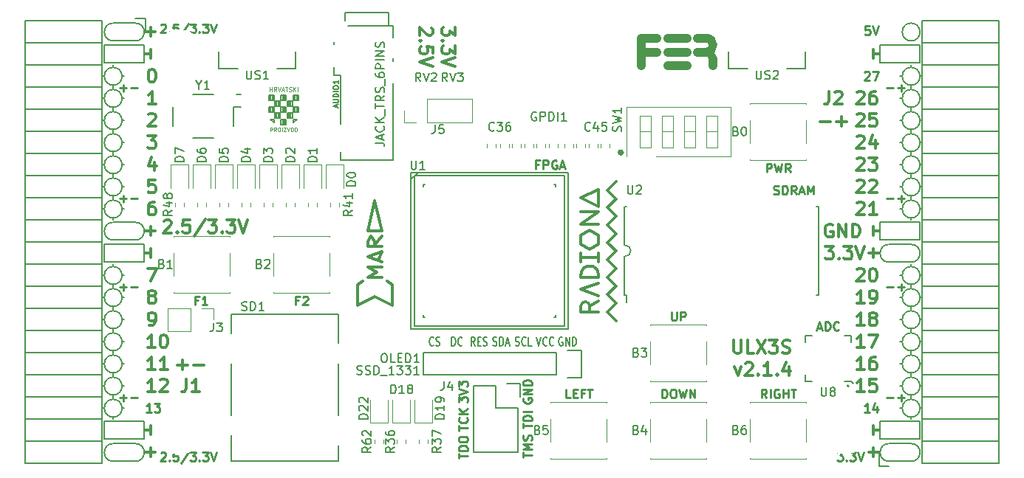
<source format=gto>
G04 #@! TF.GenerationSoftware,KiCad,Pcbnew,5.0.0+dfsg1-2*
G04 #@! TF.CreationDate,2018-09-05T19:00:31+02:00*
G04 #@! TF.ProjectId,ulx3s,756C7833732E6B696361645F70636200,rev?*
G04 #@! TF.SameCoordinates,Original*
G04 #@! TF.FileFunction,Legend,Top*
G04 #@! TF.FilePolarity,Positive*
%FSLAX46Y46*%
G04 Gerber Fmt 4.6, Leading zero omitted, Abs format (unit mm)*
G04 Created by KiCad (PCBNEW 5.0.0+dfsg1-2) date Wed Sep  5 19:00:31 2018*
%MOMM*%
%LPD*%
G01*
G04 APERTURE LIST*
%ADD10C,0.250000*%
%ADD11C,0.300000*%
%ADD12C,0.200000*%
%ADD13C,0.150000*%
%ADD14C,0.120000*%
%ADD15C,1.000000*%
%ADD16C,0.152400*%
%ADD17C,0.075000*%
%ADD18R,1.725000X1.725000*%
%ADD19R,0.400000X1.050000*%
%ADD20R,1.050000X0.400000*%
%ADD21R,1.900000X2.000000*%
%ADD22R,0.500000X1.450000*%
%ADD23R,2.000000X2.000000*%
%ADD24R,2.200000X1.700000*%
%ADD25R,1.220000X2.540000*%
%ADD26R,2.900000X2.100000*%
%ADD27R,2.900000X2.300000*%
%ADD28R,2.900000X2.900000*%
%ADD29C,1.800000*%
%ADD30R,0.400000X2.000000*%
%ADD31C,2.100000*%
%ADD32C,0.500000*%
%ADD33R,0.800000X1.600000*%
%ADD34R,1.550000X1.000000*%
%ADD35R,1.550000X2.100000*%
%ADD36R,2.300000X1.900000*%
%ADD37R,0.660000X1.000000*%
%ADD38R,1.827200X2.132000*%
%ADD39O,1.827200X2.132000*%
%ADD40O,1.827200X1.827200*%
%ADD41R,1.827200X1.827200*%
%ADD42C,5.600000*%
%ADD43R,1.100000X0.770000*%
%ADD44R,1.600000X1.070000*%
%ADD45R,1.800000X1.800000*%
%ADD46O,1.800000X1.800000*%
%ADD47R,1.395000X1.500000*%
%ADD48R,1.650000X1.400000*%
G04 APERTURE END LIST*
D10*
X116641666Y-93497571D02*
X116308333Y-93497571D01*
X116308333Y-94021380D02*
X116308333Y-93021380D01*
X116784523Y-93021380D01*
X117117857Y-93116619D02*
X117165476Y-93069000D01*
X117260714Y-93021380D01*
X117498809Y-93021380D01*
X117594047Y-93069000D01*
X117641666Y-93116619D01*
X117689285Y-93211857D01*
X117689285Y-93307095D01*
X117641666Y-93449952D01*
X117070238Y-94021380D01*
X117689285Y-94021380D01*
X105084666Y-93497571D02*
X104751333Y-93497571D01*
X104751333Y-94021380D02*
X104751333Y-93021380D01*
X105227523Y-93021380D01*
X106132285Y-94021380D02*
X105560857Y-94021380D01*
X105846571Y-94021380D02*
X105846571Y-93021380D01*
X105751333Y-93164238D01*
X105656095Y-93259476D01*
X105560857Y-93307095D01*
X170236666Y-104689380D02*
X169903333Y-104213190D01*
X169665238Y-104689380D02*
X169665238Y-103689380D01*
X170046190Y-103689380D01*
X170141428Y-103737000D01*
X170189047Y-103784619D01*
X170236666Y-103879857D01*
X170236666Y-104022714D01*
X170189047Y-104117952D01*
X170141428Y-104165571D01*
X170046190Y-104213190D01*
X169665238Y-104213190D01*
X170665238Y-104689380D02*
X170665238Y-103689380D01*
X171665238Y-103737000D02*
X171570000Y-103689380D01*
X171427142Y-103689380D01*
X171284285Y-103737000D01*
X171189047Y-103832238D01*
X171141428Y-103927476D01*
X171093809Y-104117952D01*
X171093809Y-104260809D01*
X171141428Y-104451285D01*
X171189047Y-104546523D01*
X171284285Y-104641761D01*
X171427142Y-104689380D01*
X171522380Y-104689380D01*
X171665238Y-104641761D01*
X171712857Y-104594142D01*
X171712857Y-104260809D01*
X171522380Y-104260809D01*
X172141428Y-104689380D02*
X172141428Y-103689380D01*
X172141428Y-104165571D02*
X172712857Y-104165571D01*
X172712857Y-104689380D02*
X172712857Y-103689380D01*
X173046190Y-103689380D02*
X173617619Y-103689380D01*
X173331904Y-104689380D02*
X173331904Y-103689380D01*
X159354285Y-94799380D02*
X159354285Y-95608904D01*
X159401904Y-95704142D01*
X159449523Y-95751761D01*
X159544761Y-95799380D01*
X159735238Y-95799380D01*
X159830476Y-95751761D01*
X159878095Y-95704142D01*
X159925714Y-95608904D01*
X159925714Y-94799380D01*
X160401904Y-95799380D02*
X160401904Y-94799380D01*
X160782857Y-94799380D01*
X160878095Y-94847000D01*
X160925714Y-94894619D01*
X160973333Y-94989857D01*
X160973333Y-95132714D01*
X160925714Y-95227952D01*
X160878095Y-95275571D01*
X160782857Y-95323190D01*
X160401904Y-95323190D01*
X158259047Y-104689380D02*
X158259047Y-103689380D01*
X158497142Y-103689380D01*
X158640000Y-103737000D01*
X158735238Y-103832238D01*
X158782857Y-103927476D01*
X158830476Y-104117952D01*
X158830476Y-104260809D01*
X158782857Y-104451285D01*
X158735238Y-104546523D01*
X158640000Y-104641761D01*
X158497142Y-104689380D01*
X158259047Y-104689380D01*
X159449523Y-103689380D02*
X159640000Y-103689380D01*
X159735238Y-103737000D01*
X159830476Y-103832238D01*
X159878095Y-104022714D01*
X159878095Y-104356047D01*
X159830476Y-104546523D01*
X159735238Y-104641761D01*
X159640000Y-104689380D01*
X159449523Y-104689380D01*
X159354285Y-104641761D01*
X159259047Y-104546523D01*
X159211428Y-104356047D01*
X159211428Y-104022714D01*
X159259047Y-103832238D01*
X159354285Y-103737000D01*
X159449523Y-103689380D01*
X160211428Y-103689380D02*
X160449523Y-104689380D01*
X160640000Y-103975095D01*
X160830476Y-104689380D01*
X161068571Y-103689380D01*
X161449523Y-104689380D02*
X161449523Y-103689380D01*
X162020952Y-104689380D01*
X162020952Y-103689380D01*
X147757619Y-104689380D02*
X147281428Y-104689380D01*
X147281428Y-103689380D01*
X148090952Y-104165571D02*
X148424285Y-104165571D01*
X148567142Y-104689380D02*
X148090952Y-104689380D01*
X148090952Y-103689380D01*
X148567142Y-103689380D01*
X149329047Y-104165571D02*
X148995714Y-104165571D01*
X148995714Y-104689380D02*
X148995714Y-103689380D01*
X149471904Y-103689380D01*
X149710000Y-103689380D02*
X150281428Y-103689380D01*
X149995714Y-104689380D02*
X149995714Y-103689380D01*
X170251666Y-78781380D02*
X170251666Y-77781380D01*
X170632619Y-77781380D01*
X170727857Y-77829000D01*
X170775476Y-77876619D01*
X170823095Y-77971857D01*
X170823095Y-78114714D01*
X170775476Y-78209952D01*
X170727857Y-78257571D01*
X170632619Y-78305190D01*
X170251666Y-78305190D01*
X171156428Y-77781380D02*
X171394523Y-78781380D01*
X171585000Y-78067095D01*
X171775476Y-78781380D01*
X172013571Y-77781380D01*
X172965952Y-78781380D02*
X172632619Y-78305190D01*
X172394523Y-78781380D02*
X172394523Y-77781380D01*
X172775476Y-77781380D01*
X172870714Y-77829000D01*
X172918333Y-77876619D01*
X172965952Y-77971857D01*
X172965952Y-78114714D01*
X172918333Y-78209952D01*
X172870714Y-78257571D01*
X172775476Y-78305190D01*
X172394523Y-78305190D01*
D11*
X134560428Y-62144714D02*
X134560428Y-63073285D01*
X133989000Y-62573285D01*
X133989000Y-62787571D01*
X133917571Y-62930428D01*
X133846142Y-63001857D01*
X133703285Y-63073285D01*
X133346142Y-63073285D01*
X133203285Y-63001857D01*
X133131857Y-62930428D01*
X133060428Y-62787571D01*
X133060428Y-62359000D01*
X133131857Y-62216142D01*
X133203285Y-62144714D01*
X133203285Y-63716142D02*
X133131857Y-63787571D01*
X133060428Y-63716142D01*
X133131857Y-63644714D01*
X133203285Y-63716142D01*
X133060428Y-63716142D01*
X134560428Y-64287571D02*
X134560428Y-65216142D01*
X133989000Y-64716142D01*
X133989000Y-64930428D01*
X133917571Y-65073285D01*
X133846142Y-65144714D01*
X133703285Y-65216142D01*
X133346142Y-65216142D01*
X133203285Y-65144714D01*
X133131857Y-65073285D01*
X133060428Y-64930428D01*
X133060428Y-64501857D01*
X133131857Y-64359000D01*
X133203285Y-64287571D01*
X134560428Y-65644714D02*
X133060428Y-66144714D01*
X134560428Y-66644714D01*
X131877571Y-62216142D02*
X131949000Y-62287571D01*
X132020428Y-62430428D01*
X132020428Y-62787571D01*
X131949000Y-62930428D01*
X131877571Y-63001857D01*
X131734714Y-63073285D01*
X131591857Y-63073285D01*
X131377571Y-63001857D01*
X130520428Y-62144714D01*
X130520428Y-63073285D01*
X130663285Y-63716142D02*
X130591857Y-63787571D01*
X130520428Y-63716142D01*
X130591857Y-63644714D01*
X130663285Y-63716142D01*
X130520428Y-63716142D01*
X132020428Y-65144714D02*
X132020428Y-64430428D01*
X131306142Y-64359000D01*
X131377571Y-64430428D01*
X131449000Y-64573285D01*
X131449000Y-64930428D01*
X131377571Y-65073285D01*
X131306142Y-65144714D01*
X131163285Y-65216142D01*
X130806142Y-65216142D01*
X130663285Y-65144714D01*
X130591857Y-65073285D01*
X130520428Y-64930428D01*
X130520428Y-64573285D01*
X130591857Y-64430428D01*
X130663285Y-64359000D01*
X132020428Y-65644714D02*
X130520428Y-66144714D01*
X132020428Y-66644714D01*
X102760000Y-100897142D02*
X103902857Y-100897142D01*
X103331428Y-101468571D02*
X103331428Y-100325714D01*
X104617142Y-100897142D02*
X105760000Y-100897142D01*
X166592714Y-101121571D02*
X166949857Y-102121571D01*
X167307000Y-101121571D01*
X167807000Y-100764428D02*
X167878428Y-100693000D01*
X168021285Y-100621571D01*
X168378428Y-100621571D01*
X168521285Y-100693000D01*
X168592714Y-100764428D01*
X168664142Y-100907285D01*
X168664142Y-101050142D01*
X168592714Y-101264428D01*
X167735571Y-102121571D01*
X168664142Y-102121571D01*
X169307000Y-101978714D02*
X169378428Y-102050142D01*
X169307000Y-102121571D01*
X169235571Y-102050142D01*
X169307000Y-101978714D01*
X169307000Y-102121571D01*
X170807000Y-102121571D02*
X169949857Y-102121571D01*
X170378428Y-102121571D02*
X170378428Y-100621571D01*
X170235571Y-100835857D01*
X170092714Y-100978714D01*
X169949857Y-101050142D01*
X171449857Y-101978714D02*
X171521285Y-102050142D01*
X171449857Y-102121571D01*
X171378428Y-102050142D01*
X171449857Y-101978714D01*
X171449857Y-102121571D01*
X172807000Y-101121571D02*
X172807000Y-102121571D01*
X172449857Y-100550142D02*
X172092714Y-101621571D01*
X173021285Y-101621571D01*
X182492000Y-87582000D02*
X182492000Y-88598000D01*
X181984000Y-88090000D02*
X183254000Y-88090000D01*
X182492000Y-110442000D02*
X182492000Y-111458000D01*
X183254000Y-110950000D02*
X181984000Y-110950000D01*
X99688000Y-110442000D02*
X99688000Y-111458000D01*
X98926000Y-110950000D02*
X100196000Y-110950000D01*
X99688000Y-62182000D02*
X99688000Y-63198000D01*
X98926000Y-62690000D02*
X100196000Y-62690000D01*
X99688000Y-85042000D02*
X99688000Y-86058000D01*
X98926000Y-85550000D02*
X100196000Y-85550000D01*
D12*
X97910000Y-63706000D02*
G75*
G03X97910000Y-61674000I0J1016000D01*
G01*
X184270000Y-109934000D02*
G75*
G03X184270000Y-111966000I0J-1016000D01*
G01*
X95370000Y-111966000D02*
X97910000Y-111966000D01*
X95370000Y-109934000D02*
X97910000Y-109934000D01*
X97910000Y-111966000D02*
G75*
G03X97910000Y-109934000I0J1016000D01*
G01*
X95370000Y-109934000D02*
G75*
G03X95370000Y-111966000I0J-1016000D01*
G01*
X95370000Y-61674000D02*
X97910000Y-61674000D01*
X95370000Y-63706000D02*
X97910000Y-63706000D01*
X95370000Y-61674000D02*
G75*
G03X95370000Y-63706000I0J-1016000D01*
G01*
X95370000Y-84534000D02*
X97910000Y-84534000D01*
X95370000Y-86566000D02*
X97910000Y-86566000D01*
X95370000Y-84534000D02*
G75*
G03X95370000Y-86566000I0J-1016000D01*
G01*
X97910000Y-86566000D02*
G75*
G03X97910000Y-84534000I0J1016000D01*
G01*
X187826000Y-62690000D02*
G75*
G03X187826000Y-62690000I-1016000J0D01*
G01*
X184270000Y-89106000D02*
X186810000Y-89106000D01*
X184270000Y-87074000D02*
X186810000Y-87074000D01*
X184270000Y-87074000D02*
G75*
G03X184270000Y-89106000I0J-1016000D01*
G01*
X186810000Y-89106000D02*
G75*
G03X186810000Y-87074000I0J1016000D01*
G01*
X186810000Y-111966000D02*
X184270000Y-111966000D01*
X186810000Y-109934000D02*
X184270000Y-109934000D01*
X186810000Y-111966000D02*
G75*
G03X186810000Y-109934000I0J1016000D01*
G01*
X94354000Y-66246000D02*
X94354000Y-64214000D01*
X98926000Y-66246000D02*
X94354000Y-66246000D01*
X98926000Y-64214000D02*
X98926000Y-66246000D01*
X94354000Y-64214000D02*
X98926000Y-64214000D01*
X94354000Y-87074000D02*
X98926000Y-87074000D01*
X94354000Y-89106000D02*
X94354000Y-87074000D01*
X98926000Y-89106000D02*
X94354000Y-89106000D01*
X98926000Y-87074000D02*
X98926000Y-89106000D01*
X94354000Y-109426000D02*
X98926000Y-109426000D01*
X94354000Y-107394000D02*
X94354000Y-109426000D01*
X98926000Y-107394000D02*
X94354000Y-107394000D01*
X98926000Y-109426000D02*
X98926000Y-107394000D01*
X183254000Y-109426000D02*
X187826000Y-109426000D01*
X183254000Y-107394000D02*
X183254000Y-109426000D01*
X187826000Y-107394000D02*
X187826000Y-109426000D01*
X183254000Y-107394000D02*
X187826000Y-107394000D01*
X183254000Y-66246000D02*
X187826000Y-66246000D01*
X183254000Y-64214000D02*
X183254000Y-66246000D01*
X187826000Y-64214000D02*
X183254000Y-64214000D01*
X187826000Y-66246000D02*
X187826000Y-64214000D01*
X183254000Y-84534000D02*
X187826000Y-84534000D01*
X183254000Y-86566000D02*
X183254000Y-84534000D01*
X187826000Y-86566000D02*
X183254000Y-86566000D01*
X187826000Y-84534000D02*
X187826000Y-86566000D01*
D10*
X96148000Y-69111428D02*
X96909904Y-69111428D01*
X96528952Y-69492380D02*
X96528952Y-68730476D01*
X97386095Y-69111428D02*
X98148000Y-69111428D01*
X96148000Y-81811428D02*
X96909904Y-81811428D01*
X96528952Y-82192380D02*
X96528952Y-81430476D01*
X97386095Y-81811428D02*
X98148000Y-81811428D01*
X96148000Y-91971428D02*
X96909904Y-91971428D01*
X96528952Y-92352380D02*
X96528952Y-91590476D01*
X97386095Y-91971428D02*
X98148000Y-91971428D01*
X96148000Y-104671428D02*
X96909904Y-104671428D01*
X96528952Y-105052380D02*
X96528952Y-104290476D01*
X97386095Y-104671428D02*
X98148000Y-104671428D01*
X184032000Y-104671428D02*
X184793904Y-104671428D01*
X185270095Y-104671428D02*
X186032000Y-104671428D01*
X185651047Y-105052380D02*
X185651047Y-104290476D01*
X184032000Y-91971428D02*
X184793904Y-91971428D01*
X185270095Y-91971428D02*
X186032000Y-91971428D01*
X185651047Y-92352380D02*
X185651047Y-91590476D01*
X184032000Y-81811428D02*
X184793904Y-81811428D01*
X185270095Y-81811428D02*
X186032000Y-81811428D01*
X185651047Y-82192380D02*
X185651047Y-81430476D01*
X184032000Y-69111428D02*
X184793904Y-69111428D01*
X185270095Y-69111428D02*
X186032000Y-69111428D01*
X185651047Y-69492380D02*
X185651047Y-68730476D01*
D11*
X176420000Y-72957142D02*
X177562857Y-72957142D01*
X178277142Y-72957142D02*
X179420000Y-72957142D01*
X178848571Y-73528571D02*
X178848571Y-72385714D01*
D12*
X187826000Y-67770000D02*
G75*
G03X187826000Y-67770000I-1016000J0D01*
G01*
X187826000Y-70310000D02*
G75*
G03X187826000Y-70310000I-1016000J0D01*
G01*
X187826000Y-72850000D02*
G75*
G03X187826000Y-72850000I-1016000J0D01*
G01*
X187826000Y-75390000D02*
G75*
G03X187826000Y-75390000I-1016000J0D01*
G01*
X187826000Y-77930000D02*
G75*
G03X187826000Y-77930000I-1016000J0D01*
G01*
X187826000Y-80470000D02*
G75*
G03X187826000Y-80470000I-1016000J0D01*
G01*
X187826000Y-83010000D02*
G75*
G03X187826000Y-83010000I-1016000J0D01*
G01*
X187826000Y-90630000D02*
G75*
G03X187826000Y-90630000I-1016000J0D01*
G01*
X187826000Y-93170000D02*
G75*
G03X187826000Y-93170000I-1016000J0D01*
G01*
X187826000Y-95710000D02*
G75*
G03X187826000Y-95710000I-1016000J0D01*
G01*
X187826000Y-98250000D02*
G75*
G03X187826000Y-98250000I-1016000J0D01*
G01*
X187826000Y-100790000D02*
G75*
G03X187826000Y-100790000I-1016000J0D01*
G01*
X187826000Y-103330000D02*
G75*
G03X187826000Y-103330000I-1016000J0D01*
G01*
X187826000Y-105870000D02*
G75*
G03X187826000Y-105870000I-1016000J0D01*
G01*
X96386000Y-105870000D02*
G75*
G03X96386000Y-105870000I-1016000J0D01*
G01*
X96386000Y-103330000D02*
G75*
G03X96386000Y-103330000I-1016000J0D01*
G01*
X96386000Y-100790000D02*
G75*
G03X96386000Y-100790000I-1016000J0D01*
G01*
X96386000Y-98250000D02*
G75*
G03X96386000Y-98250000I-1016000J0D01*
G01*
X96386000Y-95710000D02*
G75*
G03X96386000Y-95710000I-1016000J0D01*
G01*
X96386000Y-93170000D02*
G75*
G03X96386000Y-93170000I-1016000J0D01*
G01*
X96386000Y-90630000D02*
G75*
G03X96386000Y-90630000I-1016000J0D01*
G01*
X96386000Y-83010000D02*
G75*
G03X96386000Y-83010000I-1016000J0D01*
G01*
X96386000Y-80470000D02*
G75*
G03X96386000Y-80470000I-1016000J0D01*
G01*
X96386000Y-77930000D02*
G75*
G03X96386000Y-77930000I-1016000J0D01*
G01*
X96386000Y-75390000D02*
G75*
G03X96386000Y-75390000I-1016000J0D01*
G01*
X96386000Y-72850000D02*
G75*
G03X96386000Y-72850000I-1016000J0D01*
G01*
X96386000Y-70310000D02*
G75*
G03X96386000Y-70310000I-1016000J0D01*
G01*
X96386000Y-67770000D02*
G75*
G03X96386000Y-67770000I-1016000J0D01*
G01*
D11*
X177793142Y-84800000D02*
X177650285Y-84728571D01*
X177436000Y-84728571D01*
X177221714Y-84800000D01*
X177078857Y-84942857D01*
X177007428Y-85085714D01*
X176936000Y-85371428D01*
X176936000Y-85585714D01*
X177007428Y-85871428D01*
X177078857Y-86014285D01*
X177221714Y-86157142D01*
X177436000Y-86228571D01*
X177578857Y-86228571D01*
X177793142Y-86157142D01*
X177864571Y-86085714D01*
X177864571Y-85585714D01*
X177578857Y-85585714D01*
X178507428Y-86228571D02*
X178507428Y-84728571D01*
X179364571Y-86228571D01*
X179364571Y-84728571D01*
X180078857Y-86228571D02*
X180078857Y-84728571D01*
X180436000Y-84728571D01*
X180650285Y-84800000D01*
X180793142Y-84942857D01*
X180864571Y-85085714D01*
X180936000Y-85371428D01*
X180936000Y-85585714D01*
X180864571Y-85871428D01*
X180793142Y-86014285D01*
X180650285Y-86157142D01*
X180436000Y-86228571D01*
X180078857Y-86228571D01*
X182492000Y-86058000D02*
X182492000Y-85042000D01*
X183254000Y-85550000D02*
X182492000Y-85550000D01*
X182492000Y-107902000D02*
X182492000Y-108918000D01*
X182492000Y-108410000D02*
X183254000Y-108410000D01*
D10*
X182047523Y-106322380D02*
X181476095Y-106322380D01*
X181761809Y-106322380D02*
X181761809Y-105322380D01*
X181666571Y-105465238D01*
X181571333Y-105560476D01*
X181476095Y-105608095D01*
X182904666Y-105655714D02*
X182904666Y-106322380D01*
X182666571Y-105274761D02*
X182428476Y-105989047D01*
X183047523Y-105989047D01*
X181476095Y-67317619D02*
X181523714Y-67270000D01*
X181618952Y-67222380D01*
X181857047Y-67222380D01*
X181952285Y-67270000D01*
X181999904Y-67317619D01*
X182047523Y-67412857D01*
X182047523Y-67508095D01*
X181999904Y-67650952D01*
X181428476Y-68222380D01*
X182047523Y-68222380D01*
X182380857Y-67222380D02*
X183047523Y-67222380D01*
X182618952Y-68222380D01*
D11*
X182492000Y-64722000D02*
X182492000Y-65738000D01*
X182492000Y-65230000D02*
X183254000Y-65230000D01*
X99688000Y-107902000D02*
X99688000Y-108918000D01*
X98926000Y-108410000D02*
X99688000Y-108410000D01*
X99315000Y-74568571D02*
X100243571Y-74568571D01*
X99743571Y-75140000D01*
X99957857Y-75140000D01*
X100100714Y-75211428D01*
X100172142Y-75282857D01*
X100243571Y-75425714D01*
X100243571Y-75782857D01*
X100172142Y-75925714D01*
X100100714Y-75997142D01*
X99957857Y-76068571D01*
X99529285Y-76068571D01*
X99386428Y-75997142D01*
X99315000Y-75925714D01*
X100100714Y-77608571D02*
X100100714Y-78608571D01*
X99743571Y-77037142D02*
X99386428Y-78108571D01*
X100315000Y-78108571D01*
X100172142Y-79648571D02*
X99457857Y-79648571D01*
X99386428Y-80362857D01*
X99457857Y-80291428D01*
X99600714Y-80220000D01*
X99957857Y-80220000D01*
X100100714Y-80291428D01*
X100172142Y-80362857D01*
X100243571Y-80505714D01*
X100243571Y-80862857D01*
X100172142Y-81005714D01*
X100100714Y-81077142D01*
X99957857Y-81148571D01*
X99600714Y-81148571D01*
X99457857Y-81077142D01*
X99386428Y-81005714D01*
D10*
X99751523Y-106322380D02*
X99180095Y-106322380D01*
X99465809Y-106322380D02*
X99465809Y-105322380D01*
X99370571Y-105465238D01*
X99275333Y-105560476D01*
X99180095Y-105608095D01*
X100084857Y-105322380D02*
X100703904Y-105322380D01*
X100370571Y-105703333D01*
X100513428Y-105703333D01*
X100608666Y-105750952D01*
X100656285Y-105798571D01*
X100703904Y-105893809D01*
X100703904Y-106131904D01*
X100656285Y-106227142D01*
X100608666Y-106274761D01*
X100513428Y-106322380D01*
X100227714Y-106322380D01*
X100132476Y-106274761D01*
X100084857Y-106227142D01*
D11*
X99315000Y-89808571D02*
X100315000Y-89808571D01*
X99672142Y-91308571D01*
X99688000Y-87582000D02*
X99688000Y-88598000D01*
X98926000Y-88090000D02*
X99688000Y-88090000D01*
X99688000Y-64722000D02*
X99688000Y-65738000D01*
X98926000Y-65230000D02*
X99688000Y-65230000D01*
D10*
X100817976Y-61874619D02*
X100865595Y-61827000D01*
X100960833Y-61779380D01*
X101198928Y-61779380D01*
X101294166Y-61827000D01*
X101341785Y-61874619D01*
X101389404Y-61969857D01*
X101389404Y-62065095D01*
X101341785Y-62207952D01*
X100770357Y-62779380D01*
X101389404Y-62779380D01*
X101817976Y-62684142D02*
X101865595Y-62731761D01*
X101817976Y-62779380D01*
X101770357Y-62731761D01*
X101817976Y-62684142D01*
X101817976Y-62779380D01*
X102770357Y-61779380D02*
X102294166Y-61779380D01*
X102246547Y-62255571D01*
X102294166Y-62207952D01*
X102389404Y-62160333D01*
X102627500Y-62160333D01*
X102722738Y-62207952D01*
X102770357Y-62255571D01*
X102817976Y-62350809D01*
X102817976Y-62588904D01*
X102770357Y-62684142D01*
X102722738Y-62731761D01*
X102627500Y-62779380D01*
X102389404Y-62779380D01*
X102294166Y-62731761D01*
X102246547Y-62684142D01*
X103960833Y-61731761D02*
X103103690Y-63017476D01*
X104198928Y-61779380D02*
X104817976Y-61779380D01*
X104484642Y-62160333D01*
X104627500Y-62160333D01*
X104722738Y-62207952D01*
X104770357Y-62255571D01*
X104817976Y-62350809D01*
X104817976Y-62588904D01*
X104770357Y-62684142D01*
X104722738Y-62731761D01*
X104627500Y-62779380D01*
X104341785Y-62779380D01*
X104246547Y-62731761D01*
X104198928Y-62684142D01*
X105246547Y-62684142D02*
X105294166Y-62731761D01*
X105246547Y-62779380D01*
X105198928Y-62731761D01*
X105246547Y-62684142D01*
X105246547Y-62779380D01*
X105627500Y-61779380D02*
X106246547Y-61779380D01*
X105913214Y-62160333D01*
X106056071Y-62160333D01*
X106151309Y-62207952D01*
X106198928Y-62255571D01*
X106246547Y-62350809D01*
X106246547Y-62588904D01*
X106198928Y-62684142D01*
X106151309Y-62731761D01*
X106056071Y-62779380D01*
X105770357Y-62779380D01*
X105675119Y-62731761D01*
X105627500Y-62684142D01*
X106532261Y-61779380D02*
X106865595Y-62779380D01*
X107198928Y-61779380D01*
X178360261Y-110910380D02*
X178979309Y-110910380D01*
X178645976Y-111291333D01*
X178788833Y-111291333D01*
X178884071Y-111338952D01*
X178931690Y-111386571D01*
X178979309Y-111481809D01*
X178979309Y-111719904D01*
X178931690Y-111815142D01*
X178884071Y-111862761D01*
X178788833Y-111910380D01*
X178503119Y-111910380D01*
X178407880Y-111862761D01*
X178360261Y-111815142D01*
X179407880Y-111815142D02*
X179455500Y-111862761D01*
X179407880Y-111910380D01*
X179360261Y-111862761D01*
X179407880Y-111815142D01*
X179407880Y-111910380D01*
X179788833Y-110910380D02*
X180407880Y-110910380D01*
X180074547Y-111291333D01*
X180217404Y-111291333D01*
X180312642Y-111338952D01*
X180360261Y-111386571D01*
X180407880Y-111481809D01*
X180407880Y-111719904D01*
X180360261Y-111815142D01*
X180312642Y-111862761D01*
X180217404Y-111910380D01*
X179931690Y-111910380D01*
X179836452Y-111862761D01*
X179788833Y-111815142D01*
X180693595Y-110910380D02*
X181026928Y-111910380D01*
X181360261Y-110910380D01*
D11*
X101199714Y-84381428D02*
X101271142Y-84310000D01*
X101414000Y-84238571D01*
X101771142Y-84238571D01*
X101914000Y-84310000D01*
X101985428Y-84381428D01*
X102056857Y-84524285D01*
X102056857Y-84667142D01*
X101985428Y-84881428D01*
X101128285Y-85738571D01*
X102056857Y-85738571D01*
X102699714Y-85595714D02*
X102771142Y-85667142D01*
X102699714Y-85738571D01*
X102628285Y-85667142D01*
X102699714Y-85595714D01*
X102699714Y-85738571D01*
X104128285Y-84238571D02*
X103414000Y-84238571D01*
X103342571Y-84952857D01*
X103414000Y-84881428D01*
X103556857Y-84810000D01*
X103914000Y-84810000D01*
X104056857Y-84881428D01*
X104128285Y-84952857D01*
X104199714Y-85095714D01*
X104199714Y-85452857D01*
X104128285Y-85595714D01*
X104056857Y-85667142D01*
X103914000Y-85738571D01*
X103556857Y-85738571D01*
X103414000Y-85667142D01*
X103342571Y-85595714D01*
X105914000Y-84167142D02*
X104628285Y-86095714D01*
X106271142Y-84238571D02*
X107199714Y-84238571D01*
X106699714Y-84810000D01*
X106914000Y-84810000D01*
X107056857Y-84881428D01*
X107128285Y-84952857D01*
X107199714Y-85095714D01*
X107199714Y-85452857D01*
X107128285Y-85595714D01*
X107056857Y-85667142D01*
X106914000Y-85738571D01*
X106485428Y-85738571D01*
X106342571Y-85667142D01*
X106271142Y-85595714D01*
X107842571Y-85595714D02*
X107914000Y-85667142D01*
X107842571Y-85738571D01*
X107771142Y-85667142D01*
X107842571Y-85595714D01*
X107842571Y-85738571D01*
X108414000Y-84238571D02*
X109342571Y-84238571D01*
X108842571Y-84810000D01*
X109056857Y-84810000D01*
X109199714Y-84881428D01*
X109271142Y-84952857D01*
X109342571Y-85095714D01*
X109342571Y-85452857D01*
X109271142Y-85595714D01*
X109199714Y-85667142D01*
X109056857Y-85738571D01*
X108628285Y-85738571D01*
X108485428Y-85667142D01*
X108414000Y-85595714D01*
X109771142Y-84238571D02*
X110271142Y-85738571D01*
X110771142Y-84238571D01*
D10*
X100817976Y-111023619D02*
X100865595Y-110976000D01*
X100960833Y-110928380D01*
X101198928Y-110928380D01*
X101294166Y-110976000D01*
X101341785Y-111023619D01*
X101389404Y-111118857D01*
X101389404Y-111214095D01*
X101341785Y-111356952D01*
X100770357Y-111928380D01*
X101389404Y-111928380D01*
X101817976Y-111833142D02*
X101865595Y-111880761D01*
X101817976Y-111928380D01*
X101770357Y-111880761D01*
X101817976Y-111833142D01*
X101817976Y-111928380D01*
X102770357Y-110928380D02*
X102294166Y-110928380D01*
X102246547Y-111404571D01*
X102294166Y-111356952D01*
X102389404Y-111309333D01*
X102627500Y-111309333D01*
X102722738Y-111356952D01*
X102770357Y-111404571D01*
X102817976Y-111499809D01*
X102817976Y-111737904D01*
X102770357Y-111833142D01*
X102722738Y-111880761D01*
X102627500Y-111928380D01*
X102389404Y-111928380D01*
X102294166Y-111880761D01*
X102246547Y-111833142D01*
X103960833Y-110880761D02*
X103103690Y-112166476D01*
X104198928Y-110928380D02*
X104817976Y-110928380D01*
X104484642Y-111309333D01*
X104627500Y-111309333D01*
X104722738Y-111356952D01*
X104770357Y-111404571D01*
X104817976Y-111499809D01*
X104817976Y-111737904D01*
X104770357Y-111833142D01*
X104722738Y-111880761D01*
X104627500Y-111928380D01*
X104341785Y-111928380D01*
X104246547Y-111880761D01*
X104198928Y-111833142D01*
X105246547Y-111833142D02*
X105294166Y-111880761D01*
X105246547Y-111928380D01*
X105198928Y-111880761D01*
X105246547Y-111833142D01*
X105246547Y-111928380D01*
X105627500Y-110928380D02*
X106246547Y-110928380D01*
X105913214Y-111309333D01*
X106056071Y-111309333D01*
X106151309Y-111356952D01*
X106198928Y-111404571D01*
X106246547Y-111499809D01*
X106246547Y-111737904D01*
X106198928Y-111833142D01*
X106151309Y-111880761D01*
X106056071Y-111928380D01*
X105770357Y-111928380D01*
X105675119Y-111880761D01*
X105627500Y-111833142D01*
X106532261Y-110928380D02*
X106865595Y-111928380D01*
X107198928Y-110928380D01*
X182047523Y-62015380D02*
X181571333Y-62015380D01*
X181523714Y-62491571D01*
X181571333Y-62443952D01*
X181666571Y-62396333D01*
X181904666Y-62396333D01*
X181999904Y-62443952D01*
X182047523Y-62491571D01*
X182095142Y-62586809D01*
X182095142Y-62824904D01*
X182047523Y-62920142D01*
X181999904Y-62967761D01*
X181904666Y-63015380D01*
X181666571Y-63015380D01*
X181571333Y-62967761D01*
X181523714Y-62920142D01*
X182380857Y-62015380D02*
X182714190Y-63015380D01*
X183047523Y-62015380D01*
D11*
X180587142Y-69631428D02*
X180658571Y-69560000D01*
X180801428Y-69488571D01*
X181158571Y-69488571D01*
X181301428Y-69560000D01*
X181372857Y-69631428D01*
X181444285Y-69774285D01*
X181444285Y-69917142D01*
X181372857Y-70131428D01*
X180515714Y-70988571D01*
X181444285Y-70988571D01*
X182730000Y-69488571D02*
X182444285Y-69488571D01*
X182301428Y-69560000D01*
X182230000Y-69631428D01*
X182087142Y-69845714D01*
X182015714Y-70131428D01*
X182015714Y-70702857D01*
X182087142Y-70845714D01*
X182158571Y-70917142D01*
X182301428Y-70988571D01*
X182587142Y-70988571D01*
X182730000Y-70917142D01*
X182801428Y-70845714D01*
X182872857Y-70702857D01*
X182872857Y-70345714D01*
X182801428Y-70202857D01*
X182730000Y-70131428D01*
X182587142Y-70060000D01*
X182301428Y-70060000D01*
X182158571Y-70131428D01*
X182087142Y-70202857D01*
X182015714Y-70345714D01*
X180587142Y-72171428D02*
X180658571Y-72100000D01*
X180801428Y-72028571D01*
X181158571Y-72028571D01*
X181301428Y-72100000D01*
X181372857Y-72171428D01*
X181444285Y-72314285D01*
X181444285Y-72457142D01*
X181372857Y-72671428D01*
X180515714Y-73528571D01*
X181444285Y-73528571D01*
X182801428Y-72028571D02*
X182087142Y-72028571D01*
X182015714Y-72742857D01*
X182087142Y-72671428D01*
X182230000Y-72600000D01*
X182587142Y-72600000D01*
X182730000Y-72671428D01*
X182801428Y-72742857D01*
X182872857Y-72885714D01*
X182872857Y-73242857D01*
X182801428Y-73385714D01*
X182730000Y-73457142D01*
X182587142Y-73528571D01*
X182230000Y-73528571D01*
X182087142Y-73457142D01*
X182015714Y-73385714D01*
X180587142Y-74711428D02*
X180658571Y-74640000D01*
X180801428Y-74568571D01*
X181158571Y-74568571D01*
X181301428Y-74640000D01*
X181372857Y-74711428D01*
X181444285Y-74854285D01*
X181444285Y-74997142D01*
X181372857Y-75211428D01*
X180515714Y-76068571D01*
X181444285Y-76068571D01*
X182730000Y-75068571D02*
X182730000Y-76068571D01*
X182372857Y-74497142D02*
X182015714Y-75568571D01*
X182944285Y-75568571D01*
X180587142Y-77251428D02*
X180658571Y-77180000D01*
X180801428Y-77108571D01*
X181158571Y-77108571D01*
X181301428Y-77180000D01*
X181372857Y-77251428D01*
X181444285Y-77394285D01*
X181444285Y-77537142D01*
X181372857Y-77751428D01*
X180515714Y-78608571D01*
X181444285Y-78608571D01*
X181944285Y-77108571D02*
X182872857Y-77108571D01*
X182372857Y-77680000D01*
X182587142Y-77680000D01*
X182730000Y-77751428D01*
X182801428Y-77822857D01*
X182872857Y-77965714D01*
X182872857Y-78322857D01*
X182801428Y-78465714D01*
X182730000Y-78537142D01*
X182587142Y-78608571D01*
X182158571Y-78608571D01*
X182015714Y-78537142D01*
X181944285Y-78465714D01*
X180587142Y-79791428D02*
X180658571Y-79720000D01*
X180801428Y-79648571D01*
X181158571Y-79648571D01*
X181301428Y-79720000D01*
X181372857Y-79791428D01*
X181444285Y-79934285D01*
X181444285Y-80077142D01*
X181372857Y-80291428D01*
X180515714Y-81148571D01*
X181444285Y-81148571D01*
X182015714Y-79791428D02*
X182087142Y-79720000D01*
X182230000Y-79648571D01*
X182587142Y-79648571D01*
X182730000Y-79720000D01*
X182801428Y-79791428D01*
X182872857Y-79934285D01*
X182872857Y-80077142D01*
X182801428Y-80291428D01*
X181944285Y-81148571D01*
X182872857Y-81148571D01*
X180587142Y-82331428D02*
X180658571Y-82260000D01*
X180801428Y-82188571D01*
X181158571Y-82188571D01*
X181301428Y-82260000D01*
X181372857Y-82331428D01*
X181444285Y-82474285D01*
X181444285Y-82617142D01*
X181372857Y-82831428D01*
X180515714Y-83688571D01*
X181444285Y-83688571D01*
X182872857Y-83688571D02*
X182015714Y-83688571D01*
X182444285Y-83688571D02*
X182444285Y-82188571D01*
X182301428Y-82402857D01*
X182158571Y-82545714D01*
X182015714Y-82617142D01*
X176975714Y-87268571D02*
X177904285Y-87268571D01*
X177404285Y-87840000D01*
X177618571Y-87840000D01*
X177761428Y-87911428D01*
X177832857Y-87982857D01*
X177904285Y-88125714D01*
X177904285Y-88482857D01*
X177832857Y-88625714D01*
X177761428Y-88697142D01*
X177618571Y-88768571D01*
X177190000Y-88768571D01*
X177047142Y-88697142D01*
X176975714Y-88625714D01*
X178547142Y-88625714D02*
X178618571Y-88697142D01*
X178547142Y-88768571D01*
X178475714Y-88697142D01*
X178547142Y-88625714D01*
X178547142Y-88768571D01*
X179118571Y-87268571D02*
X180047142Y-87268571D01*
X179547142Y-87840000D01*
X179761428Y-87840000D01*
X179904285Y-87911428D01*
X179975714Y-87982857D01*
X180047142Y-88125714D01*
X180047142Y-88482857D01*
X179975714Y-88625714D01*
X179904285Y-88697142D01*
X179761428Y-88768571D01*
X179332857Y-88768571D01*
X179190000Y-88697142D01*
X179118571Y-88625714D01*
X180475714Y-87268571D02*
X180975714Y-88768571D01*
X181475714Y-87268571D01*
X180587142Y-89951428D02*
X180658571Y-89880000D01*
X180801428Y-89808571D01*
X181158571Y-89808571D01*
X181301428Y-89880000D01*
X181372857Y-89951428D01*
X181444285Y-90094285D01*
X181444285Y-90237142D01*
X181372857Y-90451428D01*
X180515714Y-91308571D01*
X181444285Y-91308571D01*
X182372857Y-89808571D02*
X182515714Y-89808571D01*
X182658571Y-89880000D01*
X182730000Y-89951428D01*
X182801428Y-90094285D01*
X182872857Y-90380000D01*
X182872857Y-90737142D01*
X182801428Y-91022857D01*
X182730000Y-91165714D01*
X182658571Y-91237142D01*
X182515714Y-91308571D01*
X182372857Y-91308571D01*
X182230000Y-91237142D01*
X182158571Y-91165714D01*
X182087142Y-91022857D01*
X182015714Y-90737142D01*
X182015714Y-90380000D01*
X182087142Y-90094285D01*
X182158571Y-89951428D01*
X182230000Y-89880000D01*
X182372857Y-89808571D01*
X181444285Y-93848571D02*
X180587142Y-93848571D01*
X181015714Y-93848571D02*
X181015714Y-92348571D01*
X180872857Y-92562857D01*
X180730000Y-92705714D01*
X180587142Y-92777142D01*
X182158571Y-93848571D02*
X182444285Y-93848571D01*
X182587142Y-93777142D01*
X182658571Y-93705714D01*
X182801428Y-93491428D01*
X182872857Y-93205714D01*
X182872857Y-92634285D01*
X182801428Y-92491428D01*
X182730000Y-92420000D01*
X182587142Y-92348571D01*
X182301428Y-92348571D01*
X182158571Y-92420000D01*
X182087142Y-92491428D01*
X182015714Y-92634285D01*
X182015714Y-92991428D01*
X182087142Y-93134285D01*
X182158571Y-93205714D01*
X182301428Y-93277142D01*
X182587142Y-93277142D01*
X182730000Y-93205714D01*
X182801428Y-93134285D01*
X182872857Y-92991428D01*
X181444285Y-96388571D02*
X180587142Y-96388571D01*
X181015714Y-96388571D02*
X181015714Y-94888571D01*
X180872857Y-95102857D01*
X180730000Y-95245714D01*
X180587142Y-95317142D01*
X182301428Y-95531428D02*
X182158571Y-95460000D01*
X182087142Y-95388571D01*
X182015714Y-95245714D01*
X182015714Y-95174285D01*
X182087142Y-95031428D01*
X182158571Y-94960000D01*
X182301428Y-94888571D01*
X182587142Y-94888571D01*
X182730000Y-94960000D01*
X182801428Y-95031428D01*
X182872857Y-95174285D01*
X182872857Y-95245714D01*
X182801428Y-95388571D01*
X182730000Y-95460000D01*
X182587142Y-95531428D01*
X182301428Y-95531428D01*
X182158571Y-95602857D01*
X182087142Y-95674285D01*
X182015714Y-95817142D01*
X182015714Y-96102857D01*
X182087142Y-96245714D01*
X182158571Y-96317142D01*
X182301428Y-96388571D01*
X182587142Y-96388571D01*
X182730000Y-96317142D01*
X182801428Y-96245714D01*
X182872857Y-96102857D01*
X182872857Y-95817142D01*
X182801428Y-95674285D01*
X182730000Y-95602857D01*
X182587142Y-95531428D01*
X181444285Y-98928571D02*
X180587142Y-98928571D01*
X181015714Y-98928571D02*
X181015714Y-97428571D01*
X180872857Y-97642857D01*
X180730000Y-97785714D01*
X180587142Y-97857142D01*
X181944285Y-97428571D02*
X182944285Y-97428571D01*
X182301428Y-98928571D01*
X181444285Y-101468571D02*
X180587142Y-101468571D01*
X181015714Y-101468571D02*
X181015714Y-99968571D01*
X180872857Y-100182857D01*
X180730000Y-100325714D01*
X180587142Y-100397142D01*
X182730000Y-99968571D02*
X182444285Y-99968571D01*
X182301428Y-100040000D01*
X182230000Y-100111428D01*
X182087142Y-100325714D01*
X182015714Y-100611428D01*
X182015714Y-101182857D01*
X182087142Y-101325714D01*
X182158571Y-101397142D01*
X182301428Y-101468571D01*
X182587142Y-101468571D01*
X182730000Y-101397142D01*
X182801428Y-101325714D01*
X182872857Y-101182857D01*
X182872857Y-100825714D01*
X182801428Y-100682857D01*
X182730000Y-100611428D01*
X182587142Y-100540000D01*
X182301428Y-100540000D01*
X182158571Y-100611428D01*
X182087142Y-100682857D01*
X182015714Y-100825714D01*
X181444285Y-104008571D02*
X180587142Y-104008571D01*
X181015714Y-104008571D02*
X181015714Y-102508571D01*
X180872857Y-102722857D01*
X180730000Y-102865714D01*
X180587142Y-102937142D01*
X182801428Y-102508571D02*
X182087142Y-102508571D01*
X182015714Y-103222857D01*
X182087142Y-103151428D01*
X182230000Y-103080000D01*
X182587142Y-103080000D01*
X182730000Y-103151428D01*
X182801428Y-103222857D01*
X182872857Y-103365714D01*
X182872857Y-103722857D01*
X182801428Y-103865714D01*
X182730000Y-103937142D01*
X182587142Y-104008571D01*
X182230000Y-104008571D01*
X182087142Y-103937142D01*
X182015714Y-103865714D01*
D12*
X186810000Y-66500000D02*
X186810000Y-66754000D01*
X187826000Y-67770000D02*
X188080000Y-67770000D01*
X185540000Y-67770000D02*
X185794000Y-67770000D01*
X186810000Y-69294000D02*
X186810000Y-68786000D01*
X187826000Y-70310000D02*
X188080000Y-70310000D01*
X185540000Y-70310000D02*
X185794000Y-70310000D01*
X186810000Y-71326000D02*
X186810000Y-71834000D01*
X187826000Y-72850000D02*
X188080000Y-72850000D01*
X185540000Y-72850000D02*
X185794000Y-72850000D01*
X186810000Y-73866000D02*
X186810000Y-74374000D01*
X187826000Y-75390000D02*
X188080000Y-75390000D01*
X185540000Y-75390000D02*
X185794000Y-75390000D01*
X186810000Y-76406000D02*
X186810000Y-76914000D01*
X187826000Y-77930000D02*
X188080000Y-77930000D01*
X185540000Y-77930000D02*
X185794000Y-77930000D01*
X186810000Y-79454000D02*
X186810000Y-78946000D01*
X187826000Y-80470000D02*
X188080000Y-80470000D01*
X185540000Y-80470000D02*
X185794000Y-80470000D01*
X186810000Y-81994000D02*
X186810000Y-81486000D01*
X187826000Y-83010000D02*
X188080000Y-83010000D01*
X185540000Y-83010000D02*
X185794000Y-83010000D01*
X186810000Y-84026000D02*
X186810000Y-84280000D01*
X186810000Y-89360000D02*
X186810000Y-89614000D01*
X187826000Y-90630000D02*
X188080000Y-90630000D01*
X185540000Y-90630000D02*
X185794000Y-90630000D01*
X186810000Y-91646000D02*
X186810000Y-92154000D01*
X187826000Y-93170000D02*
X188080000Y-93170000D01*
X185540000Y-93170000D02*
X185794000Y-93170000D01*
X186810000Y-94186000D02*
X186810000Y-94694000D01*
X187826000Y-95710000D02*
X188080000Y-95710000D01*
X185540000Y-95710000D02*
X185794000Y-95710000D01*
X186810000Y-97234000D02*
X186810000Y-96726000D01*
X187826000Y-98250000D02*
X188080000Y-98250000D01*
X185540000Y-98250000D02*
X185794000Y-98250000D01*
X187826000Y-100790000D02*
X188080000Y-100790000D01*
X185540000Y-100790000D02*
X185794000Y-100790000D01*
X186810000Y-99266000D02*
X186810000Y-99774000D01*
X186810000Y-102314000D02*
X186810000Y-101806000D01*
X187826000Y-103330000D02*
X188080000Y-103330000D01*
X185540000Y-103330000D02*
X185794000Y-103330000D01*
X186810000Y-104346000D02*
X186810000Y-104854000D01*
X185540000Y-105870000D02*
X185794000Y-105870000D01*
X187826000Y-105870000D02*
X188080000Y-105870000D01*
X186810000Y-106886000D02*
X186810000Y-107140000D01*
X95370000Y-66754000D02*
X95370000Y-66500000D01*
X96386000Y-67770000D02*
X96640000Y-67770000D01*
X94100000Y-67770000D02*
X94354000Y-67770000D01*
X95370000Y-68786000D02*
X95370000Y-69294000D01*
X96386000Y-70310000D02*
X96640000Y-70310000D01*
X94100000Y-70310000D02*
X94354000Y-70310000D01*
X95370000Y-71326000D02*
X95370000Y-71834000D01*
X96386000Y-72850000D02*
X96640000Y-72850000D01*
X94100000Y-72850000D02*
X94354000Y-72850000D01*
X95370000Y-73866000D02*
X95370000Y-74374000D01*
X96386000Y-75390000D02*
X96640000Y-75390000D01*
X95370000Y-76406000D02*
X95370000Y-76914000D01*
X96386000Y-77930000D02*
X96640000Y-77930000D01*
X94100000Y-77930000D02*
X94354000Y-77930000D01*
X95370000Y-79454000D02*
X95370000Y-78946000D01*
X96386000Y-80470000D02*
X96640000Y-80470000D01*
X94100000Y-80470000D02*
X94354000Y-80470000D01*
X95370000Y-81486000D02*
X95370000Y-81994000D01*
X96386000Y-83010000D02*
X96640000Y-83010000D01*
X95370000Y-84026000D02*
X95370000Y-84280000D01*
X94100000Y-83010000D02*
X94354000Y-83010000D01*
X95370000Y-106886000D02*
X95370000Y-107140000D01*
X95370000Y-89360000D02*
X95370000Y-89614000D01*
X96386000Y-93170000D02*
X96640000Y-93170000D01*
X94100000Y-93170000D02*
X94354000Y-93170000D01*
X95370000Y-94186000D02*
X95370000Y-94694000D01*
X94100000Y-90630000D02*
X94354000Y-90630000D01*
X96386000Y-90630000D02*
X96640000Y-90630000D01*
X95370000Y-92154000D02*
X95370000Y-91646000D01*
X96386000Y-95710000D02*
X96640000Y-95710000D01*
X94100000Y-95710000D02*
X94354000Y-95710000D01*
X96386000Y-98250000D02*
X96640000Y-98250000D01*
X94354000Y-98250000D02*
X94100000Y-98250000D01*
X95370000Y-96726000D02*
X95370000Y-97234000D01*
X95370000Y-99266000D02*
X95370000Y-99774000D01*
X94100000Y-100790000D02*
X94354000Y-100790000D01*
X96386000Y-100790000D02*
X96640000Y-100790000D01*
X94100000Y-103330000D02*
X94354000Y-103330000D01*
X96386000Y-103330000D02*
X96640000Y-103330000D01*
X95370000Y-101806000D02*
X95370000Y-102314000D01*
X95370000Y-104346000D02*
X95370000Y-104854000D01*
X96386000Y-105870000D02*
X96640000Y-105870000D01*
X94100000Y-105870000D02*
X94354000Y-105870000D01*
D11*
X100164285Y-104008571D02*
X99307142Y-104008571D01*
X99735714Y-104008571D02*
X99735714Y-102508571D01*
X99592857Y-102722857D01*
X99450000Y-102865714D01*
X99307142Y-102937142D01*
X100735714Y-102651428D02*
X100807142Y-102580000D01*
X100950000Y-102508571D01*
X101307142Y-102508571D01*
X101450000Y-102580000D01*
X101521428Y-102651428D01*
X101592857Y-102794285D01*
X101592857Y-102937142D01*
X101521428Y-103151428D01*
X100664285Y-104008571D01*
X101592857Y-104008571D01*
X100164285Y-101468571D02*
X99307142Y-101468571D01*
X99735714Y-101468571D02*
X99735714Y-99968571D01*
X99592857Y-100182857D01*
X99450000Y-100325714D01*
X99307142Y-100397142D01*
X101592857Y-101468571D02*
X100735714Y-101468571D01*
X101164285Y-101468571D02*
X101164285Y-99968571D01*
X101021428Y-100182857D01*
X100878571Y-100325714D01*
X100735714Y-100397142D01*
X100164285Y-98928571D02*
X99307142Y-98928571D01*
X99735714Y-98928571D02*
X99735714Y-97428571D01*
X99592857Y-97642857D01*
X99450000Y-97785714D01*
X99307142Y-97857142D01*
X101092857Y-97428571D02*
X101235714Y-97428571D01*
X101378571Y-97500000D01*
X101450000Y-97571428D01*
X101521428Y-97714285D01*
X101592857Y-98000000D01*
X101592857Y-98357142D01*
X101521428Y-98642857D01*
X101450000Y-98785714D01*
X101378571Y-98857142D01*
X101235714Y-98928571D01*
X101092857Y-98928571D01*
X100950000Y-98857142D01*
X100878571Y-98785714D01*
X100807142Y-98642857D01*
X100735714Y-98357142D01*
X100735714Y-98000000D01*
X100807142Y-97714285D01*
X100878571Y-97571428D01*
X100950000Y-97500000D01*
X101092857Y-97428571D01*
X99529285Y-96388571D02*
X99815000Y-96388571D01*
X99957857Y-96317142D01*
X100029285Y-96245714D01*
X100172142Y-96031428D01*
X100243571Y-95745714D01*
X100243571Y-95174285D01*
X100172142Y-95031428D01*
X100100714Y-94960000D01*
X99957857Y-94888571D01*
X99672142Y-94888571D01*
X99529285Y-94960000D01*
X99457857Y-95031428D01*
X99386428Y-95174285D01*
X99386428Y-95531428D01*
X99457857Y-95674285D01*
X99529285Y-95745714D01*
X99672142Y-95817142D01*
X99957857Y-95817142D01*
X100100714Y-95745714D01*
X100172142Y-95674285D01*
X100243571Y-95531428D01*
X99672142Y-92991428D02*
X99529285Y-92920000D01*
X99457857Y-92848571D01*
X99386428Y-92705714D01*
X99386428Y-92634285D01*
X99457857Y-92491428D01*
X99529285Y-92420000D01*
X99672142Y-92348571D01*
X99957857Y-92348571D01*
X100100714Y-92420000D01*
X100172142Y-92491428D01*
X100243571Y-92634285D01*
X100243571Y-92705714D01*
X100172142Y-92848571D01*
X100100714Y-92920000D01*
X99957857Y-92991428D01*
X99672142Y-92991428D01*
X99529285Y-93062857D01*
X99457857Y-93134285D01*
X99386428Y-93277142D01*
X99386428Y-93562857D01*
X99457857Y-93705714D01*
X99529285Y-93777142D01*
X99672142Y-93848571D01*
X99957857Y-93848571D01*
X100100714Y-93777142D01*
X100172142Y-93705714D01*
X100243571Y-93562857D01*
X100243571Y-93277142D01*
X100172142Y-93134285D01*
X100100714Y-93062857D01*
X99957857Y-92991428D01*
X100100714Y-82188571D02*
X99815000Y-82188571D01*
X99672142Y-82260000D01*
X99600714Y-82331428D01*
X99457857Y-82545714D01*
X99386428Y-82831428D01*
X99386428Y-83402857D01*
X99457857Y-83545714D01*
X99529285Y-83617142D01*
X99672142Y-83688571D01*
X99957857Y-83688571D01*
X100100714Y-83617142D01*
X100172142Y-83545714D01*
X100243571Y-83402857D01*
X100243571Y-83045714D01*
X100172142Y-82902857D01*
X100100714Y-82831428D01*
X99957857Y-82760000D01*
X99672142Y-82760000D01*
X99529285Y-82831428D01*
X99457857Y-82902857D01*
X99386428Y-83045714D01*
X99386428Y-72171428D02*
X99457857Y-72100000D01*
X99600714Y-72028571D01*
X99957857Y-72028571D01*
X100100714Y-72100000D01*
X100172142Y-72171428D01*
X100243571Y-72314285D01*
X100243571Y-72457142D01*
X100172142Y-72671428D01*
X99315000Y-73528571D01*
X100243571Y-73528571D01*
X100243571Y-70988571D02*
X99386428Y-70988571D01*
X99815000Y-70988571D02*
X99815000Y-69488571D01*
X99672142Y-69702857D01*
X99529285Y-69845714D01*
X99386428Y-69917142D01*
X99743571Y-66948571D02*
X99886428Y-66948571D01*
X100029285Y-67020000D01*
X100100714Y-67091428D01*
X100172142Y-67234285D01*
X100243571Y-67520000D01*
X100243571Y-67877142D01*
X100172142Y-68162857D01*
X100100714Y-68305714D01*
X100029285Y-68377142D01*
X99886428Y-68448571D01*
X99743571Y-68448571D01*
X99600714Y-68377142D01*
X99529285Y-68305714D01*
X99457857Y-68162857D01*
X99386428Y-67877142D01*
X99386428Y-67520000D01*
X99457857Y-67234285D01*
X99529285Y-67091428D01*
X99600714Y-67020000D01*
X99743571Y-66948571D01*
X166501428Y-98081571D02*
X166501428Y-99295857D01*
X166572857Y-99438714D01*
X166644285Y-99510142D01*
X166787142Y-99581571D01*
X167072857Y-99581571D01*
X167215714Y-99510142D01*
X167287142Y-99438714D01*
X167358571Y-99295857D01*
X167358571Y-98081571D01*
X168787142Y-99581571D02*
X168072857Y-99581571D01*
X168072857Y-98081571D01*
X169144285Y-98081571D02*
X170144285Y-99581571D01*
X170144285Y-98081571D02*
X169144285Y-99581571D01*
X170572857Y-98081571D02*
X171501428Y-98081571D01*
X171001428Y-98653000D01*
X171215714Y-98653000D01*
X171358571Y-98724428D01*
X171430000Y-98795857D01*
X171501428Y-98938714D01*
X171501428Y-99295857D01*
X171430000Y-99438714D01*
X171358571Y-99510142D01*
X171215714Y-99581571D01*
X170787142Y-99581571D01*
X170644285Y-99510142D01*
X170572857Y-99438714D01*
X172072857Y-99510142D02*
X172287142Y-99581571D01*
X172644285Y-99581571D01*
X172787142Y-99510142D01*
X172858571Y-99438714D01*
X172930000Y-99295857D01*
X172930000Y-99153000D01*
X172858571Y-99010142D01*
X172787142Y-98938714D01*
X172644285Y-98867285D01*
X172358571Y-98795857D01*
X172215714Y-98724428D01*
X172144285Y-98653000D01*
X172072857Y-98510142D01*
X172072857Y-98367285D01*
X172144285Y-98224428D01*
X172215714Y-98153000D01*
X172358571Y-98081571D01*
X172715714Y-98081571D01*
X172930000Y-98153000D01*
D10*
X144137285Y-77876571D02*
X143803952Y-77876571D01*
X143803952Y-78400380D02*
X143803952Y-77400380D01*
X144280142Y-77400380D01*
X144661095Y-78400380D02*
X144661095Y-77400380D01*
X145042047Y-77400380D01*
X145137285Y-77448000D01*
X145184904Y-77495619D01*
X145232523Y-77590857D01*
X145232523Y-77733714D01*
X145184904Y-77828952D01*
X145137285Y-77876571D01*
X145042047Y-77924190D01*
X144661095Y-77924190D01*
X146184904Y-77448000D02*
X146089666Y-77400380D01*
X145946809Y-77400380D01*
X145803952Y-77448000D01*
X145708714Y-77543238D01*
X145661095Y-77638476D01*
X145613476Y-77828952D01*
X145613476Y-77971809D01*
X145661095Y-78162285D01*
X145708714Y-78257523D01*
X145803952Y-78352761D01*
X145946809Y-78400380D01*
X146042047Y-78400380D01*
X146184904Y-78352761D01*
X146232523Y-78305142D01*
X146232523Y-77971809D01*
X146042047Y-77971809D01*
X146613476Y-78114666D02*
X147089666Y-78114666D01*
X146518238Y-78400380D02*
X146851571Y-77400380D01*
X147184904Y-78400380D01*
X171077285Y-81273761D02*
X171220142Y-81321380D01*
X171458238Y-81321380D01*
X171553476Y-81273761D01*
X171601095Y-81226142D01*
X171648714Y-81130904D01*
X171648714Y-81035666D01*
X171601095Y-80940428D01*
X171553476Y-80892809D01*
X171458238Y-80845190D01*
X171267761Y-80797571D01*
X171172523Y-80749952D01*
X171124904Y-80702333D01*
X171077285Y-80607095D01*
X171077285Y-80511857D01*
X171124904Y-80416619D01*
X171172523Y-80369000D01*
X171267761Y-80321380D01*
X171505857Y-80321380D01*
X171648714Y-80369000D01*
X172077285Y-81321380D02*
X172077285Y-80321380D01*
X172315380Y-80321380D01*
X172458238Y-80369000D01*
X172553476Y-80464238D01*
X172601095Y-80559476D01*
X172648714Y-80749952D01*
X172648714Y-80892809D01*
X172601095Y-81083285D01*
X172553476Y-81178523D01*
X172458238Y-81273761D01*
X172315380Y-81321380D01*
X172077285Y-81321380D01*
X173648714Y-81321380D02*
X173315380Y-80845190D01*
X173077285Y-81321380D02*
X173077285Y-80321380D01*
X173458238Y-80321380D01*
X173553476Y-80369000D01*
X173601095Y-80416619D01*
X173648714Y-80511857D01*
X173648714Y-80654714D01*
X173601095Y-80749952D01*
X173553476Y-80797571D01*
X173458238Y-80845190D01*
X173077285Y-80845190D01*
X174029666Y-81035666D02*
X174505857Y-81035666D01*
X173934428Y-81321380D02*
X174267761Y-80321380D01*
X174601095Y-81321380D01*
X174934428Y-81321380D02*
X174934428Y-80321380D01*
X175267761Y-81035666D01*
X175601095Y-80321380D01*
X175601095Y-81321380D01*
X176061904Y-96656666D02*
X176538095Y-96656666D01*
X175966666Y-96942380D02*
X176300000Y-95942380D01*
X176633333Y-96942380D01*
X176966666Y-96942380D02*
X176966666Y-95942380D01*
X177204761Y-95942380D01*
X177347619Y-95990000D01*
X177442857Y-96085238D01*
X177490476Y-96180476D01*
X177538095Y-96370952D01*
X177538095Y-96513809D01*
X177490476Y-96704285D01*
X177442857Y-96799523D01*
X177347619Y-96894761D01*
X177204761Y-96942380D01*
X176966666Y-96942380D01*
X178538095Y-96847142D02*
X178490476Y-96894761D01*
X178347619Y-96942380D01*
X178252380Y-96942380D01*
X178109523Y-96894761D01*
X178014285Y-96799523D01*
X177966666Y-96704285D01*
X177919047Y-96513809D01*
X177919047Y-96370952D01*
X177966666Y-96180476D01*
X178014285Y-96085238D01*
X178109523Y-95990000D01*
X178252380Y-95942380D01*
X178347619Y-95942380D01*
X178490476Y-95990000D01*
X178538095Y-96037619D01*
X142335380Y-111521333D02*
X142335380Y-110949904D01*
X143335380Y-111235619D02*
X142335380Y-111235619D01*
X143335380Y-110616571D02*
X142335380Y-110616571D01*
X143049666Y-110283238D01*
X142335380Y-109949904D01*
X143335380Y-109949904D01*
X143287761Y-109521333D02*
X143335380Y-109378476D01*
X143335380Y-109140380D01*
X143287761Y-109045142D01*
X143240142Y-108997523D01*
X143144904Y-108949904D01*
X143049666Y-108949904D01*
X142954428Y-108997523D01*
X142906809Y-109045142D01*
X142859190Y-109140380D01*
X142811571Y-109330857D01*
X142763952Y-109426095D01*
X142716333Y-109473714D01*
X142621095Y-109521333D01*
X142525857Y-109521333D01*
X142430619Y-109473714D01*
X142383000Y-109426095D01*
X142335380Y-109330857D01*
X142335380Y-109092761D01*
X142383000Y-108949904D01*
X142335380Y-108163809D02*
X142335380Y-107592380D01*
X143335380Y-107878095D02*
X142335380Y-107878095D01*
X143335380Y-107259047D02*
X142335380Y-107259047D01*
X142335380Y-107020952D01*
X142383000Y-106878095D01*
X142478238Y-106782857D01*
X142573476Y-106735238D01*
X142763952Y-106687619D01*
X142906809Y-106687619D01*
X143097285Y-106735238D01*
X143192523Y-106782857D01*
X143287761Y-106878095D01*
X143335380Y-107020952D01*
X143335380Y-107259047D01*
X143335380Y-106259047D02*
X142335380Y-106259047D01*
X142383000Y-104726904D02*
X142335380Y-104822142D01*
X142335380Y-104965000D01*
X142383000Y-105107857D01*
X142478238Y-105203095D01*
X142573476Y-105250714D01*
X142763952Y-105298333D01*
X142906809Y-105298333D01*
X143097285Y-105250714D01*
X143192523Y-105203095D01*
X143287761Y-105107857D01*
X143335380Y-104965000D01*
X143335380Y-104869761D01*
X143287761Y-104726904D01*
X143240142Y-104679285D01*
X142906809Y-104679285D01*
X142906809Y-104869761D01*
X143335380Y-104250714D02*
X142335380Y-104250714D01*
X143335380Y-103679285D01*
X142335380Y-103679285D01*
X143335380Y-103203095D02*
X142335380Y-103203095D01*
X142335380Y-102965000D01*
X142383000Y-102822142D01*
X142478238Y-102726904D01*
X142573476Y-102679285D01*
X142763952Y-102631666D01*
X142906809Y-102631666D01*
X143097285Y-102679285D01*
X143192523Y-102726904D01*
X143287761Y-102822142D01*
X143335380Y-102965000D01*
X143335380Y-103203095D01*
X134969380Y-111624523D02*
X134969380Y-111053095D01*
X135969380Y-111338809D02*
X134969380Y-111338809D01*
X135969380Y-110719761D02*
X134969380Y-110719761D01*
X134969380Y-110481666D01*
X135017000Y-110338809D01*
X135112238Y-110243571D01*
X135207476Y-110195952D01*
X135397952Y-110148333D01*
X135540809Y-110148333D01*
X135731285Y-110195952D01*
X135826523Y-110243571D01*
X135921761Y-110338809D01*
X135969380Y-110481666D01*
X135969380Y-110719761D01*
X134969380Y-109529285D02*
X134969380Y-109338809D01*
X135017000Y-109243571D01*
X135112238Y-109148333D01*
X135302714Y-109100714D01*
X135636047Y-109100714D01*
X135826523Y-109148333D01*
X135921761Y-109243571D01*
X135969380Y-109338809D01*
X135969380Y-109529285D01*
X135921761Y-109624523D01*
X135826523Y-109719761D01*
X135636047Y-109767380D01*
X135302714Y-109767380D01*
X135112238Y-109719761D01*
X135017000Y-109624523D01*
X134969380Y-109529285D01*
X134969380Y-108425714D02*
X134969380Y-107854285D01*
X135969380Y-108140000D02*
X134969380Y-108140000D01*
X135874142Y-106949523D02*
X135921761Y-106997142D01*
X135969380Y-107140000D01*
X135969380Y-107235238D01*
X135921761Y-107378095D01*
X135826523Y-107473333D01*
X135731285Y-107520952D01*
X135540809Y-107568571D01*
X135397952Y-107568571D01*
X135207476Y-107520952D01*
X135112238Y-107473333D01*
X135017000Y-107378095D01*
X134969380Y-107235238D01*
X134969380Y-107140000D01*
X135017000Y-106997142D01*
X135064619Y-106949523D01*
X135969380Y-106520952D02*
X134969380Y-106520952D01*
X135969380Y-105949523D02*
X135397952Y-106378095D01*
X134969380Y-105949523D02*
X135540809Y-106520952D01*
X134969380Y-105203095D02*
X134969380Y-104584047D01*
X135350333Y-104917380D01*
X135350333Y-104774523D01*
X135397952Y-104679285D01*
X135445571Y-104631666D01*
X135540809Y-104584047D01*
X135778904Y-104584047D01*
X135874142Y-104631666D01*
X135921761Y-104679285D01*
X135969380Y-104774523D01*
X135969380Y-105060238D01*
X135921761Y-105155476D01*
X135874142Y-105203095D01*
X134969380Y-104298333D02*
X135969380Y-103965000D01*
X134969380Y-103631666D01*
X134969380Y-103393571D02*
X134969380Y-102774523D01*
X135350333Y-103107857D01*
X135350333Y-102965000D01*
X135397952Y-102869761D01*
X135445571Y-102822142D01*
X135540809Y-102774523D01*
X135778904Y-102774523D01*
X135874142Y-102822142D01*
X135921761Y-102869761D01*
X135969380Y-102965000D01*
X135969380Y-103250714D01*
X135921761Y-103345952D01*
X135874142Y-103393571D01*
D13*
G04 #@! TO.C,U8*
X179910000Y-102780000D02*
X180185000Y-103055000D01*
X179685000Y-103304600D02*
G75*
G03X179685000Y-103304600I-100000J0D01*
G01*
X174660000Y-102780000D02*
X175410000Y-102780000D01*
X174660000Y-97530000D02*
X175410000Y-97530000D01*
X179910000Y-97530000D02*
X179160000Y-97530000D01*
X179910000Y-102780000D02*
X179160000Y-102780000D01*
X174660000Y-97530000D02*
X174660000Y-98280000D01*
X179910000Y-97530000D02*
X179910000Y-98280000D01*
X174660000Y-102780000D02*
X174660000Y-102030000D01*
G04 #@! TO.C,US1*
X107480000Y-66925000D02*
X107480000Y-64975000D01*
X109630000Y-66925000D02*
X107480000Y-66925000D01*
X116280000Y-66925000D02*
X114130000Y-66925000D01*
X116280000Y-64925000D02*
X116280000Y-66925000D01*
D14*
G04 #@! TO.C,SW1*
X163315000Y-74120000D02*
X164585000Y-74120000D01*
X163315000Y-72310000D02*
X163315000Y-75930000D01*
X164585000Y-72310000D02*
X163315000Y-72310000D01*
X164585000Y-75930000D02*
X164585000Y-72310000D01*
X163315000Y-75930000D02*
X164585000Y-75930000D01*
X160775000Y-74120000D02*
X162045000Y-74120000D01*
X160775000Y-72310000D02*
X160775000Y-75930000D01*
X162045000Y-72310000D02*
X160775000Y-72310000D01*
X162045000Y-75930000D02*
X162045000Y-72310000D01*
X160775000Y-75930000D02*
X162045000Y-75930000D01*
X158235000Y-74120000D02*
X159505000Y-74120000D01*
X158235000Y-72310000D02*
X158235000Y-75930000D01*
X159505000Y-72310000D02*
X158235000Y-72310000D01*
X159505000Y-75930000D02*
X159505000Y-72310000D01*
X158235000Y-75930000D02*
X159505000Y-75930000D01*
X155695000Y-74120000D02*
X156965000Y-74120000D01*
X155695000Y-72310000D02*
X155695000Y-75930000D01*
X156965000Y-72310000D02*
X155695000Y-72310000D01*
X156965000Y-75930000D02*
X156965000Y-72310000D01*
X155695000Y-75930000D02*
X156965000Y-75930000D01*
X166120000Y-76965000D02*
X157600000Y-76965000D01*
X166120000Y-71275000D02*
X166120000Y-76965000D01*
X154160000Y-71275000D02*
X166120000Y-71275000D01*
X154160000Y-76965000D02*
X154160000Y-71275000D01*
D11*
X153740000Y-76520000D02*
G75*
G03X153740000Y-76520000I-200000J0D01*
G01*
D13*
G04 #@! TO.C,AUDIO1*
X121968000Y-60418000D02*
X121968000Y-61418000D01*
X126968000Y-60418000D02*
X121968000Y-60418000D01*
X126968000Y-62018000D02*
X126968000Y-60418000D01*
X127468000Y-62018000D02*
X122268000Y-62018000D01*
X120668000Y-64118000D02*
X120668000Y-63818000D01*
X120668000Y-67618000D02*
X120668000Y-66718000D01*
X121468000Y-67618000D02*
X120668000Y-67618000D01*
X121468000Y-73218000D02*
X121468000Y-67618000D01*
X121468000Y-77418000D02*
X121468000Y-76418000D01*
X121468000Y-77418000D02*
X127468000Y-77418000D01*
X127468000Y-68618000D02*
X127468000Y-77418000D01*
X127468000Y-65718000D02*
X127468000Y-66018000D01*
X127468000Y-62018000D02*
X127468000Y-63318000D01*
G04 #@! TO.C,U1*
X129880000Y-79200000D02*
X147080000Y-79200000D01*
X147080000Y-79200000D02*
X147080000Y-96400000D01*
X147080000Y-96400000D02*
X129880000Y-96400000D01*
X129880000Y-96400000D02*
X129880000Y-79200000D01*
X129480000Y-78800000D02*
X147480000Y-78800000D01*
X147480000Y-78800000D02*
X147480000Y-96800000D01*
X147480000Y-96800000D02*
X129480000Y-96800000D01*
X129480000Y-96800000D02*
X129480000Y-78800000D01*
X130280000Y-78800000D02*
X129480000Y-79600000D01*
X130880000Y-95200000D02*
X130880000Y-95400000D01*
X130880000Y-95400000D02*
X131080000Y-95400000D01*
X145880000Y-95400000D02*
X146080000Y-95400000D01*
X146080000Y-95400000D02*
X146080000Y-95200000D01*
X145880000Y-80200000D02*
X146080000Y-80200000D01*
X146080000Y-80200000D02*
X146080000Y-80400000D01*
X130880000Y-80400000D02*
X130880000Y-80200000D01*
X130880000Y-80200000D02*
X131080000Y-80200000D01*
G04 #@! TO.C,SD1*
X108900000Y-95100000D02*
X108900000Y-97250000D01*
X121200000Y-95100000D02*
X108900000Y-95100000D01*
X121200000Y-98350000D02*
X121200000Y-95100000D01*
X121200000Y-106650000D02*
X121200000Y-100750000D01*
X108900000Y-100750000D02*
X108900000Y-106650000D01*
X121200000Y-111900000D02*
X121200000Y-110150000D01*
X108900000Y-111900000D02*
X121200000Y-111900000D01*
X108900000Y-109000000D02*
X108900000Y-111900000D01*
G04 #@! TO.C,Y1*
X109472000Y-69860000D02*
X110022000Y-69860000D01*
X109172000Y-73460000D02*
X109172000Y-71260000D01*
X106872000Y-69860000D02*
X104472000Y-69860000D01*
X109172000Y-71260000D02*
X110022000Y-71260000D01*
X106872000Y-74860000D02*
X104472000Y-74860000D01*
X102172000Y-71260000D02*
X102172000Y-73460000D01*
G04 #@! TO.C,U2*
X176193000Y-92880000D02*
X175993000Y-92880000D01*
X176193000Y-82720000D02*
X175993000Y-82720000D01*
X154193000Y-92880000D02*
X154193000Y-93700000D01*
X153993000Y-92880000D02*
X154193000Y-92880000D01*
X153993000Y-82720000D02*
X154193000Y-82720000D01*
X176203000Y-82720000D02*
X176203000Y-92880000D01*
X153983000Y-92880000D02*
X153983000Y-88435000D01*
X154044000Y-87165000D02*
G75*
G02X154044000Y-88435000I0J-635000D01*
G01*
X153983000Y-87165000D02*
X153983000Y-82720000D01*
G04 #@! TO.C,OLED1*
X146170000Y-99520000D02*
X130930000Y-99520000D01*
X130930000Y-99520000D02*
X130930000Y-102060000D01*
X130930000Y-102060000D02*
X146170000Y-102060000D01*
X148990000Y-99240000D02*
X147440000Y-99240000D01*
X146170000Y-99520000D02*
X146170000Y-102060000D01*
X147440000Y-102340000D02*
X148990000Y-102340000D01*
X148990000Y-102340000D02*
X148990000Y-99240000D01*
D15*
G04 #@! TO.C,fer*
X164101000Y-65994000D02*
X164101000Y-66594000D01*
X164101000Y-65794000D02*
G75*
G03X163301000Y-64994000I-800000J0D01*
G01*
X163301000Y-64994000D02*
G75*
G03X163301000Y-63394000I0J800000D01*
G01*
X162301000Y-64994000D02*
X163301000Y-64994000D01*
X162301000Y-63394000D02*
X163301000Y-63394000D01*
X155901000Y-63394000D02*
X155901000Y-66594000D01*
X158901000Y-66594000D02*
X161101000Y-66594000D01*
X158901000Y-64994000D02*
X161101000Y-64994000D01*
X158901000Y-63394000D02*
X161101000Y-63394000D01*
X155901000Y-63394000D02*
X157701000Y-63394000D01*
X155901000Y-64994000D02*
X157701000Y-64994000D01*
D13*
G04 #@! TO.C,J1*
X85270000Y-112220000D02*
X94100000Y-112220000D01*
X85270000Y-109680000D02*
X85270000Y-112220000D01*
X94100000Y-109680000D02*
X94100000Y-112220000D01*
X94100000Y-112220000D02*
X85270000Y-112220000D01*
X94100000Y-109680000D02*
X85270000Y-109680000D01*
X94100000Y-107140000D02*
X94100000Y-109680000D01*
X85270000Y-107140000D02*
X85270000Y-109680000D01*
X85270000Y-109680000D02*
X94100000Y-109680000D01*
X85270000Y-91900000D02*
X94100000Y-91900000D01*
X85270000Y-89360000D02*
X85270000Y-91900000D01*
X94100000Y-89360000D02*
X94100000Y-91900000D01*
X94100000Y-91900000D02*
X85270000Y-91900000D01*
X94100000Y-94440000D02*
X85270000Y-94440000D01*
X94100000Y-91900000D02*
X94100000Y-94440000D01*
X85270000Y-91900000D02*
X85270000Y-94440000D01*
X85270000Y-94440000D02*
X94100000Y-94440000D01*
X85270000Y-107140000D02*
X94100000Y-107140000D01*
X85270000Y-104600000D02*
X85270000Y-107140000D01*
X94100000Y-104600000D02*
X94100000Y-107140000D01*
X94100000Y-107140000D02*
X85270000Y-107140000D01*
X94100000Y-104600000D02*
X85270000Y-104600000D01*
X94100000Y-102060000D02*
X94100000Y-104600000D01*
X85270000Y-102060000D02*
X85270000Y-104600000D01*
X85270000Y-104600000D02*
X94100000Y-104600000D01*
X85270000Y-102060000D02*
X94100000Y-102060000D01*
X85270000Y-99520000D02*
X85270000Y-102060000D01*
X94100000Y-99520000D02*
X94100000Y-102060000D01*
X94100000Y-102060000D02*
X85270000Y-102060000D01*
X94100000Y-99520000D02*
X85270000Y-99520000D01*
X94100000Y-96980000D02*
X94100000Y-99520000D01*
X85270000Y-96980000D02*
X85270000Y-99520000D01*
X85270000Y-99520000D02*
X94100000Y-99520000D01*
X85270000Y-96980000D02*
X94100000Y-96980000D01*
X85270000Y-94440000D02*
X85270000Y-96980000D01*
X94100000Y-94440000D02*
X94100000Y-96980000D01*
X94100000Y-96980000D02*
X85270000Y-96980000D01*
X94100000Y-79200000D02*
X85270000Y-79200000D01*
X94100000Y-76660000D02*
X94100000Y-79200000D01*
X85270000Y-76660000D02*
X85270000Y-79200000D01*
X85270000Y-79200000D02*
X94100000Y-79200000D01*
X85270000Y-81740000D02*
X94100000Y-81740000D01*
X85270000Y-79200000D02*
X85270000Y-81740000D01*
X94100000Y-79200000D02*
X94100000Y-81740000D01*
X94100000Y-81740000D02*
X85270000Y-81740000D01*
X94100000Y-84280000D02*
X85270000Y-84280000D01*
X94100000Y-81740000D02*
X94100000Y-84280000D01*
X85270000Y-81740000D02*
X85270000Y-84280000D01*
X85270000Y-84280000D02*
X94100000Y-84280000D01*
X85270000Y-86820000D02*
X94100000Y-86820000D01*
X85270000Y-84280000D02*
X85270000Y-86820000D01*
X94100000Y-84280000D02*
X94100000Y-86820000D01*
X94100000Y-86820000D02*
X85270000Y-86820000D01*
X94100000Y-89360000D02*
X85270000Y-89360000D01*
X94100000Y-86820000D02*
X94100000Y-89360000D01*
X85270000Y-86820000D02*
X85270000Y-89360000D01*
X85270000Y-89360000D02*
X94100000Y-89360000D01*
X85270000Y-76660000D02*
X94100000Y-76660000D01*
X85270000Y-74120000D02*
X85270000Y-76660000D01*
X94100000Y-74120000D02*
X94100000Y-76660000D01*
X94100000Y-76660000D02*
X85270000Y-76660000D01*
X94100000Y-74120000D02*
X85270000Y-74120000D01*
X94100000Y-71580000D02*
X94100000Y-74120000D01*
X85270000Y-71580000D02*
X85270000Y-74120000D01*
X85270000Y-74120000D02*
X94100000Y-74120000D01*
X85270000Y-71580000D02*
X94100000Y-71580000D01*
X85270000Y-69040000D02*
X85270000Y-71580000D01*
X94100000Y-69040000D02*
X94100000Y-71580000D01*
X94100000Y-71580000D02*
X85270000Y-71580000D01*
X94100000Y-69040000D02*
X85270000Y-69040000D01*
X94100000Y-66500000D02*
X94100000Y-69040000D01*
X85270000Y-66500000D02*
X85270000Y-69040000D01*
X85270000Y-69040000D02*
X94100000Y-69040000D01*
X85270000Y-66500000D02*
X94100000Y-66500000D01*
X85270000Y-63960000D02*
X85270000Y-66500000D01*
X94100000Y-63960000D02*
X94100000Y-66500000D01*
X94100000Y-66500000D02*
X85270000Y-66500000D01*
X94100000Y-63960000D02*
X85270000Y-63960000D01*
X94100000Y-61420000D02*
X94100000Y-63960000D01*
X99060000Y-62690000D02*
X99060000Y-61140000D01*
X99060000Y-61140000D02*
X97910000Y-61140000D01*
X94100000Y-61420000D02*
X85270000Y-61420000D01*
X85270000Y-61420000D02*
X85270000Y-63960000D01*
X85270000Y-63960000D02*
X94100000Y-63960000D01*
G04 #@! TO.C,J2*
X196910000Y-61420000D02*
X188080000Y-61420000D01*
X196910000Y-63960000D02*
X196910000Y-61420000D01*
X188080000Y-63960000D02*
X188080000Y-61420000D01*
X188080000Y-61420000D02*
X196910000Y-61420000D01*
X188080000Y-63960000D02*
X196910000Y-63960000D01*
X188080000Y-66500000D02*
X188080000Y-63960000D01*
X196910000Y-66500000D02*
X196910000Y-63960000D01*
X196910000Y-63960000D02*
X188080000Y-63960000D01*
X196910000Y-81740000D02*
X188080000Y-81740000D01*
X196910000Y-84280000D02*
X196910000Y-81740000D01*
X188080000Y-84280000D02*
X188080000Y-81740000D01*
X188080000Y-81740000D02*
X196910000Y-81740000D01*
X188080000Y-79200000D02*
X196910000Y-79200000D01*
X188080000Y-81740000D02*
X188080000Y-79200000D01*
X196910000Y-81740000D02*
X196910000Y-79200000D01*
X196910000Y-79200000D02*
X188080000Y-79200000D01*
X196910000Y-66500000D02*
X188080000Y-66500000D01*
X196910000Y-69040000D02*
X196910000Y-66500000D01*
X188080000Y-69040000D02*
X188080000Y-66500000D01*
X188080000Y-66500000D02*
X196910000Y-66500000D01*
X188080000Y-69040000D02*
X196910000Y-69040000D01*
X188080000Y-71580000D02*
X188080000Y-69040000D01*
X196910000Y-71580000D02*
X196910000Y-69040000D01*
X196910000Y-69040000D02*
X188080000Y-69040000D01*
X196910000Y-71580000D02*
X188080000Y-71580000D01*
X196910000Y-74120000D02*
X196910000Y-71580000D01*
X188080000Y-74120000D02*
X188080000Y-71580000D01*
X188080000Y-71580000D02*
X196910000Y-71580000D01*
X188080000Y-74120000D02*
X196910000Y-74120000D01*
X188080000Y-76660000D02*
X188080000Y-74120000D01*
X196910000Y-76660000D02*
X196910000Y-74120000D01*
X196910000Y-74120000D02*
X188080000Y-74120000D01*
X196910000Y-76660000D02*
X188080000Y-76660000D01*
X196910000Y-79200000D02*
X196910000Y-76660000D01*
X188080000Y-79200000D02*
X188080000Y-76660000D01*
X188080000Y-76660000D02*
X196910000Y-76660000D01*
X188080000Y-94440000D02*
X196910000Y-94440000D01*
X188080000Y-96980000D02*
X188080000Y-94440000D01*
X196910000Y-96980000D02*
X196910000Y-94440000D01*
X196910000Y-94440000D02*
X188080000Y-94440000D01*
X196910000Y-91900000D02*
X188080000Y-91900000D01*
X196910000Y-94440000D02*
X196910000Y-91900000D01*
X188080000Y-94440000D02*
X188080000Y-91900000D01*
X188080000Y-91900000D02*
X196910000Y-91900000D01*
X188080000Y-89360000D02*
X196910000Y-89360000D01*
X188080000Y-91900000D02*
X188080000Y-89360000D01*
X196910000Y-91900000D02*
X196910000Y-89360000D01*
X196910000Y-89360000D02*
X188080000Y-89360000D01*
X196910000Y-86820000D02*
X188080000Y-86820000D01*
X196910000Y-89360000D02*
X196910000Y-86820000D01*
X188080000Y-89360000D02*
X188080000Y-86820000D01*
X188080000Y-86820000D02*
X196910000Y-86820000D01*
X188080000Y-84280000D02*
X196910000Y-84280000D01*
X188080000Y-86820000D02*
X188080000Y-84280000D01*
X196910000Y-86820000D02*
X196910000Y-84280000D01*
X196910000Y-84280000D02*
X188080000Y-84280000D01*
X196910000Y-96980000D02*
X188080000Y-96980000D01*
X196910000Y-99520000D02*
X196910000Y-96980000D01*
X188080000Y-99520000D02*
X188080000Y-96980000D01*
X188080000Y-96980000D02*
X196910000Y-96980000D01*
X188080000Y-99520000D02*
X196910000Y-99520000D01*
X188080000Y-102060000D02*
X188080000Y-99520000D01*
X196910000Y-102060000D02*
X196910000Y-99520000D01*
X196910000Y-99520000D02*
X188080000Y-99520000D01*
X196910000Y-102060000D02*
X188080000Y-102060000D01*
X196910000Y-104600000D02*
X196910000Y-102060000D01*
X188080000Y-104600000D02*
X188080000Y-102060000D01*
X188080000Y-102060000D02*
X196910000Y-102060000D01*
X188080000Y-104600000D02*
X196910000Y-104600000D01*
X188080000Y-107140000D02*
X188080000Y-104600000D01*
X196910000Y-107140000D02*
X196910000Y-104600000D01*
X196910000Y-104600000D02*
X188080000Y-104600000D01*
X196910000Y-107140000D02*
X188080000Y-107140000D01*
X196910000Y-109680000D02*
X196910000Y-107140000D01*
X188080000Y-109680000D02*
X188080000Y-107140000D01*
X188080000Y-107140000D02*
X196910000Y-107140000D01*
X188080000Y-109680000D02*
X196910000Y-109680000D01*
X188080000Y-112220000D02*
X188080000Y-109680000D01*
X183120000Y-110950000D02*
X183120000Y-112500000D01*
X183120000Y-112500000D02*
X184270000Y-112500000D01*
X188080000Y-112220000D02*
X196910000Y-112220000D01*
X196910000Y-112220000D02*
X196910000Y-109680000D01*
X196910000Y-109680000D02*
X188080000Y-109680000D01*
G04 #@! TO.C,J4*
X141725000Y-110950000D02*
X141725000Y-105870000D01*
X142005000Y-103050000D02*
X142005000Y-104600000D01*
X139185000Y-103330000D02*
X139185000Y-105870000D01*
X139185000Y-105870000D02*
X141725000Y-105870000D01*
X141725000Y-110950000D02*
X136645000Y-110950000D01*
X136645000Y-110950000D02*
X136645000Y-105870000D01*
X142005000Y-103050000D02*
X140455000Y-103050000D01*
X136645000Y-103330000D02*
X139185000Y-103330000D01*
X136645000Y-105870000D02*
X136645000Y-103330000D01*
D11*
G04 #@! TO.C,radiona*
X149980000Y-94836000D02*
X149980000Y-94136000D01*
X148980000Y-94836000D02*
X148980000Y-94136000D01*
X151980000Y-80836000D02*
X152980000Y-79836000D01*
X152980000Y-81836000D02*
X151980000Y-80836000D01*
X151980000Y-82836000D02*
X152980000Y-81836000D01*
X152980000Y-83836000D02*
X151980000Y-82836000D01*
X151980000Y-84836000D02*
X152980000Y-83836000D01*
X152980000Y-85836000D02*
X151980000Y-84836000D01*
X151980000Y-86836000D02*
X152980000Y-85836000D01*
X152980000Y-87836000D02*
X151980000Y-86836000D01*
X151980000Y-88836000D02*
X152980000Y-87836000D01*
X152980000Y-89836000D02*
X151980000Y-88836000D01*
X151980000Y-90836000D02*
X152980000Y-89836000D01*
X152980000Y-91836000D02*
X151980000Y-90836000D01*
X151980000Y-92836000D02*
X152980000Y-91836000D01*
X152980000Y-93836000D02*
X151980000Y-92836000D01*
X151980000Y-94836000D02*
X152980000Y-93836000D01*
X152980000Y-95836000D02*
X151980000Y-94836000D01*
X150980000Y-90836000D02*
X150980000Y-90536000D01*
X148980000Y-90836000D02*
X148980000Y-90536000D01*
X148980000Y-89036000D02*
X148980000Y-88036000D01*
X150980000Y-89036000D02*
X150980000Y-88036000D01*
X150980000Y-83336000D02*
X148980000Y-83336000D01*
X148980000Y-84736000D02*
X150980000Y-83336000D01*
X149980000Y-94136000D02*
X150980000Y-93536000D01*
X149980000Y-85436000D02*
X150980000Y-86036000D01*
X148980000Y-86036000D02*
X149980000Y-85436000D01*
X149980000Y-87636000D02*
X148980000Y-87036000D01*
X150980000Y-87036000D02*
X149980000Y-87636000D01*
X148980000Y-86036000D02*
X148980000Y-87036000D01*
X150980000Y-87036000D02*
X150980000Y-86036000D01*
X150980000Y-80736000D02*
X150980000Y-82736000D01*
X148980000Y-81736000D02*
X150980000Y-80736000D01*
X150980000Y-82736000D02*
X148980000Y-81736000D01*
X150980000Y-84736000D02*
X148980000Y-84736000D01*
X148980000Y-88536000D02*
X150980000Y-88536000D01*
X150980000Y-90536000D02*
G75*
G03X148980000Y-90536000I-1000000J0D01*
G01*
X150980000Y-90836000D02*
X148980000Y-90836000D01*
X148980000Y-92236000D02*
X150980000Y-91536000D01*
X150980000Y-92936000D02*
X148980000Y-92236000D01*
X149980000Y-94136000D02*
G75*
G03X148980000Y-94136000I-500000J0D01*
G01*
X150980000Y-94836000D02*
X148980000Y-94836000D01*
G04 #@! TO.C,REF\002A\002A*
X124542000Y-89689000D02*
X126142000Y-89689000D01*
X125542000Y-90289000D02*
X124542000Y-89689000D01*
X124542000Y-90889000D02*
X125542000Y-90289000D01*
X126142000Y-90889000D02*
X124542000Y-90889000D01*
X127342000Y-91689000D02*
X126742000Y-91289000D01*
X123342000Y-91689000D02*
X123942000Y-91289000D01*
X123342000Y-94089000D02*
X123342000Y-91689000D01*
X125342000Y-82089000D02*
X124542000Y-85489000D01*
X126142000Y-85489000D02*
X125342000Y-82089000D01*
X124542000Y-85489000D02*
X126142000Y-85489000D01*
X125342000Y-87089000D02*
X126142000Y-86089000D01*
X125342000Y-86689000D02*
X125342000Y-87289000D01*
X124942000Y-86089000D02*
X125342000Y-86689000D01*
X124542000Y-86689000D02*
X124942000Y-86089000D01*
X124542000Y-87289000D02*
X124542000Y-86689000D01*
X124542000Y-87289000D02*
X126142000Y-87289000D01*
X126142000Y-87889000D02*
X125742000Y-88889000D01*
X124542000Y-88489000D02*
X126142000Y-87889000D01*
X126142000Y-89089000D02*
X124542000Y-88489000D01*
X127342000Y-94089000D02*
X127342000Y-91689000D01*
X125342000Y-93089000D02*
X127342000Y-94089000D01*
X123342000Y-94089000D02*
X125342000Y-93089000D01*
D12*
G04 #@! TO.C,HR*
X115000000Y-72798000D02*
X115000000Y-73198000D01*
X115700000Y-72098000D02*
X115700000Y-72498000D01*
X114300000Y-72098000D02*
X114300000Y-72498000D01*
X116400000Y-71398000D02*
X116400000Y-71798000D01*
X113600000Y-71398000D02*
X113600000Y-71798000D01*
X115000000Y-71398000D02*
X115000000Y-71798000D01*
X115700000Y-70698000D02*
X115700000Y-71098000D01*
X116400000Y-69998000D02*
X116400000Y-70398000D01*
X115000000Y-69998000D02*
X115000000Y-70398000D01*
X114300000Y-70698000D02*
X114300000Y-71098000D01*
X113600000Y-69998000D02*
X113600000Y-70398000D01*
X113400000Y-71798000D02*
X113400000Y-71398000D01*
X113400000Y-70398000D02*
X113400000Y-69998000D01*
X114100000Y-71098000D02*
X114100000Y-70698000D01*
X114800000Y-70398000D02*
X114800000Y-69998000D01*
X116200000Y-70398000D02*
X116200000Y-69998000D01*
X115500000Y-71098000D02*
X115500000Y-70698000D01*
X114800000Y-71798000D02*
X114800000Y-71398000D01*
X114100000Y-72498000D02*
X114100000Y-72098000D01*
X116200000Y-71798000D02*
X116200000Y-71398000D01*
X115500000Y-72498000D02*
X115500000Y-72098000D01*
X114800000Y-73198000D02*
X114800000Y-72798000D01*
X116400000Y-72698000D02*
X116000000Y-72698000D01*
X116000000Y-73098000D02*
X116400000Y-72698000D01*
X116000000Y-72698000D02*
X116000000Y-73098000D01*
X115200000Y-72698000D02*
X114600000Y-72698000D01*
X115200000Y-73298000D02*
X115200000Y-72698000D01*
X114600000Y-73298000D02*
X115200000Y-73298000D01*
X114600000Y-72698000D02*
X114600000Y-73298000D01*
X113800000Y-73098000D02*
X113400000Y-72698000D01*
X113800000Y-72698000D02*
X113800000Y-73098000D01*
X113400000Y-72698000D02*
X113800000Y-72698000D01*
X115300000Y-72598000D02*
X115300000Y-71998000D01*
X115900000Y-72598000D02*
X115300000Y-72598000D01*
X115900000Y-71998000D02*
X115900000Y-72598000D01*
X115300000Y-71998000D02*
X115900000Y-71998000D01*
X113900000Y-72598000D02*
X113900000Y-71998000D01*
X114500000Y-72598000D02*
X113900000Y-72598000D01*
X114500000Y-71998000D02*
X114500000Y-72598000D01*
X113900000Y-71998000D02*
X114500000Y-71998000D01*
X116600000Y-71298000D02*
X116000000Y-71298000D01*
X116600000Y-71898000D02*
X116600000Y-71298000D01*
X116000000Y-71898000D02*
X116600000Y-71898000D01*
X116000000Y-71298000D02*
X116000000Y-71898000D01*
X115200000Y-71298000D02*
X114600000Y-71298000D01*
X115200000Y-71898000D02*
X115200000Y-71298000D01*
X114600000Y-71898000D02*
X115200000Y-71898000D01*
X114600000Y-71298000D02*
X114600000Y-71898000D01*
X113200000Y-71898000D02*
X113200000Y-71298000D01*
X113800000Y-71898000D02*
X113200000Y-71898000D01*
X113800000Y-71298000D02*
X113800000Y-71898000D01*
X113200000Y-71298000D02*
X113800000Y-71298000D01*
X115900000Y-70598000D02*
X115300000Y-70598000D01*
X115900000Y-71198000D02*
X115900000Y-70598000D01*
X115300000Y-71198000D02*
X115900000Y-71198000D01*
X115300000Y-70598000D02*
X115300000Y-71198000D01*
X114500000Y-70598000D02*
X113900000Y-70598000D01*
X114500000Y-71198000D02*
X114500000Y-70598000D01*
X113900000Y-71198000D02*
X114500000Y-71198000D01*
X113900000Y-70598000D02*
X113900000Y-71198000D01*
X116600000Y-69898000D02*
X116000000Y-69898000D01*
X116600000Y-70498000D02*
X116600000Y-69898000D01*
X116000000Y-70498000D02*
X116600000Y-70498000D01*
X116000000Y-69898000D02*
X116000000Y-70498000D01*
X114600000Y-70498000D02*
X114600000Y-69898000D01*
X115200000Y-70498000D02*
X114600000Y-70498000D01*
X115200000Y-69898000D02*
X115200000Y-70498000D01*
X114600000Y-69898000D02*
X115200000Y-69898000D01*
X113200000Y-70498000D02*
X113200000Y-69898000D01*
X113800000Y-70498000D02*
X113200000Y-70498000D01*
X113800000Y-69898000D02*
X113800000Y-70498000D01*
X113200000Y-69898000D02*
X113800000Y-69898000D01*
D14*
G04 #@! TO.C,C36*
X149851000Y-75991000D02*
X149851000Y-75551000D01*
X150871000Y-75991000D02*
X150871000Y-75551000D01*
G04 #@! TO.C,C37*
X152268000Y-75991000D02*
X152268000Y-75551000D01*
X151248000Y-75991000D02*
X151248000Y-75551000D01*
G04 #@! TO.C,C38*
X140711000Y-75991000D02*
X140711000Y-75551000D01*
X139691000Y-75991000D02*
X139691000Y-75551000D01*
G04 #@! TO.C,C39*
X142485000Y-75991000D02*
X142485000Y-75551000D01*
X143505000Y-75991000D02*
X143505000Y-75551000D01*
G04 #@! TO.C,C40*
X145279000Y-75991000D02*
X145279000Y-75551000D01*
X146299000Y-75991000D02*
X146299000Y-75551000D01*
G04 #@! TO.C,C41*
X149474000Y-75991000D02*
X149474000Y-75551000D01*
X148454000Y-75991000D02*
X148454000Y-75551000D01*
G04 #@! TO.C,C42*
X138232800Y-75983600D02*
X138232800Y-75543600D01*
X139252800Y-75983600D02*
X139252800Y-75543600D01*
G04 #@! TO.C,C43*
X142108000Y-75991000D02*
X142108000Y-75551000D01*
X141088000Y-75991000D02*
X141088000Y-75551000D01*
G04 #@! TO.C,C44*
X144902000Y-75991000D02*
X144902000Y-75551000D01*
X143882000Y-75991000D02*
X143882000Y-75551000D01*
G04 #@! TO.C,C45*
X147057000Y-75979000D02*
X147057000Y-75539000D01*
X148077000Y-75979000D02*
X148077000Y-75539000D01*
G04 #@! TO.C,D19*
X129920000Y-104870000D02*
X129920000Y-107570000D01*
X129920000Y-107570000D02*
X131940000Y-107570000D01*
X131940000Y-107570000D02*
X131940000Y-104870000D01*
G04 #@! TO.C,D0*
X121780000Y-80599000D02*
X121780000Y-77899000D01*
X121780000Y-77899000D02*
X119760000Y-77899000D01*
X119760000Y-77899000D02*
X119760000Y-80599000D01*
G04 #@! TO.C,D1*
X117220000Y-77899000D02*
X117220000Y-80599000D01*
X119240000Y-77899000D02*
X117220000Y-77899000D01*
X119240000Y-80599000D02*
X119240000Y-77899000D01*
G04 #@! TO.C,D2*
X116700000Y-80599000D02*
X116700000Y-77899000D01*
X116700000Y-77899000D02*
X114680000Y-77899000D01*
X114680000Y-77899000D02*
X114680000Y-80599000D01*
G04 #@! TO.C,D3*
X114160000Y-80599000D02*
X114160000Y-77899000D01*
X114160000Y-77899000D02*
X112140000Y-77899000D01*
X112140000Y-77899000D02*
X112140000Y-80599000D01*
G04 #@! TO.C,D4*
X109600000Y-77899000D02*
X109600000Y-80599000D01*
X111620000Y-77899000D02*
X109600000Y-77899000D01*
X111620000Y-80599000D02*
X111620000Y-77899000D01*
G04 #@! TO.C,D5*
X107060000Y-77899000D02*
X107060000Y-80599000D01*
X109080000Y-77899000D02*
X107060000Y-77899000D01*
X109080000Y-80599000D02*
X109080000Y-77899000D01*
G04 #@! TO.C,D6*
X106555000Y-80599000D02*
X106555000Y-77899000D01*
X106555000Y-77899000D02*
X104535000Y-77899000D01*
X104535000Y-77899000D02*
X104535000Y-80599000D01*
G04 #@! TO.C,D7*
X101980000Y-77899000D02*
X101980000Y-80599000D01*
X104000000Y-77899000D02*
X101980000Y-77899000D01*
X104000000Y-80599000D02*
X104000000Y-77899000D01*
G04 #@! TO.C,D18*
X127380000Y-104870000D02*
X127380000Y-107570000D01*
X127380000Y-107570000D02*
X129400000Y-107570000D01*
X129400000Y-107570000D02*
X129400000Y-104870000D01*
G04 #@! TO.C,D22*
X126860000Y-107570000D02*
X126860000Y-104870000D01*
X124840000Y-107570000D02*
X126860000Y-107570000D01*
X124840000Y-104870000D02*
X124840000Y-107570000D01*
G04 #@! TO.C,R41*
X120260000Y-82722000D02*
X120260000Y-82282000D01*
X121280000Y-82722000D02*
X121280000Y-82282000D01*
G04 #@! TO.C,R42*
X118740000Y-82722000D02*
X118740000Y-82282000D01*
X117720000Y-82722000D02*
X117720000Y-82282000D01*
G04 #@! TO.C,R43*
X115180000Y-82722000D02*
X115180000Y-82282000D01*
X116200000Y-82722000D02*
X116200000Y-82282000D01*
G04 #@! TO.C,R44*
X113660000Y-82722000D02*
X113660000Y-82282000D01*
X112640000Y-82722000D02*
X112640000Y-82282000D01*
G04 #@! TO.C,R45*
X111120000Y-82722000D02*
X111120000Y-82282000D01*
X110100000Y-82722000D02*
X110100000Y-82282000D01*
G04 #@! TO.C,R46*
X107560000Y-82722000D02*
X107560000Y-82282000D01*
X108580000Y-82722000D02*
X108580000Y-82282000D01*
G04 #@! TO.C,R47*
X106040000Y-82722000D02*
X106040000Y-82282000D01*
X105020000Y-82722000D02*
X105020000Y-82282000D01*
G04 #@! TO.C,R48*
X102480000Y-82722000D02*
X102480000Y-82282000D01*
X103500000Y-82722000D02*
X103500000Y-82282000D01*
G04 #@! TO.C,R36*
X127880000Y-109460000D02*
X127880000Y-109900000D01*
X128900000Y-109460000D02*
X128900000Y-109900000D01*
G04 #@! TO.C,R37*
X130420000Y-109900000D02*
X130420000Y-109460000D01*
X131440000Y-109900000D02*
X131440000Y-109460000D01*
G04 #@! TO.C,R62*
X126360000Y-109460000D02*
X126360000Y-109900000D01*
X125340000Y-109460000D02*
X125340000Y-109900000D01*
G04 #@! TO.C,J3*
X101660000Y-94380000D02*
X101660000Y-97040000D01*
X104260000Y-94380000D02*
X101660000Y-94380000D01*
X104260000Y-97040000D02*
X101660000Y-97040000D01*
X104260000Y-94380000D02*
X104260000Y-97040000D01*
X105530000Y-94380000D02*
X106860000Y-94380000D01*
X106860000Y-94380000D02*
X106860000Y-95710000D01*
G04 #@! TO.C,J5*
X136466000Y-73055000D02*
X136466000Y-70395000D01*
X131326000Y-73055000D02*
X136466000Y-73055000D01*
X131326000Y-70395000D02*
X136466000Y-70395000D01*
X131326000Y-73055000D02*
X131326000Y-70395000D01*
X130056000Y-73055000D02*
X128726000Y-73055000D01*
X128726000Y-73055000D02*
X128726000Y-71725000D01*
D13*
G04 #@! TO.C,US2*
X174700000Y-64925000D02*
X174700000Y-66925000D01*
X174700000Y-66925000D02*
X172550000Y-66925000D01*
X168050000Y-66925000D02*
X165900000Y-66925000D01*
X165900000Y-66925000D02*
X165900000Y-64975000D01*
D14*
G04 #@! TO.C,B0*
X168340000Y-77350000D02*
X168340000Y-77320000D01*
X168340000Y-70890000D02*
X168340000Y-70920000D01*
X174800000Y-70890000D02*
X174800000Y-70920000D01*
X174800000Y-77320000D02*
X174800000Y-77350000D01*
X168340000Y-75420000D02*
X168340000Y-72820000D01*
X174800000Y-77350000D02*
X168340000Y-77350000D01*
X174800000Y-75420000D02*
X174800000Y-72820000D01*
X174800000Y-70890000D02*
X168340000Y-70890000D01*
G04 #@! TO.C,B1*
X102300000Y-92590000D02*
X108760000Y-92590000D01*
X102300000Y-88060000D02*
X102300000Y-90660000D01*
X102300000Y-86130000D02*
X108760000Y-86130000D01*
X108760000Y-88060000D02*
X108760000Y-90660000D01*
X102300000Y-86160000D02*
X102300000Y-86130000D01*
X102300000Y-92590000D02*
X102300000Y-92560000D01*
X108760000Y-92590000D02*
X108760000Y-92560000D01*
X108760000Y-86130000D02*
X108760000Y-86160000D01*
G04 #@! TO.C,B2*
X120190000Y-86130000D02*
X120190000Y-86160000D01*
X120190000Y-92590000D02*
X120190000Y-92560000D01*
X113730000Y-92590000D02*
X113730000Y-92560000D01*
X113730000Y-86160000D02*
X113730000Y-86130000D01*
X120190000Y-88060000D02*
X120190000Y-90660000D01*
X113730000Y-86130000D02*
X120190000Y-86130000D01*
X113730000Y-88060000D02*
X113730000Y-90660000D01*
X113730000Y-92590000D02*
X120190000Y-92590000D01*
G04 #@! TO.C,B3*
X156910000Y-102750000D02*
X163370000Y-102750000D01*
X156910000Y-98220000D02*
X156910000Y-100820000D01*
X156910000Y-96290000D02*
X163370000Y-96290000D01*
X163370000Y-98220000D02*
X163370000Y-100820000D01*
X156910000Y-96320000D02*
X156910000Y-96290000D01*
X156910000Y-102750000D02*
X156910000Y-102720000D01*
X163370000Y-102750000D02*
X163370000Y-102720000D01*
X163370000Y-96290000D02*
X163370000Y-96320000D01*
G04 #@! TO.C,B4*
X156910000Y-111640000D02*
X156910000Y-111610000D01*
X156910000Y-105180000D02*
X156910000Y-105210000D01*
X163370000Y-105180000D02*
X163370000Y-105210000D01*
X163370000Y-111610000D02*
X163370000Y-111640000D01*
X156910000Y-109710000D02*
X156910000Y-107110000D01*
X163370000Y-111640000D02*
X156910000Y-111640000D01*
X163370000Y-109710000D02*
X163370000Y-107110000D01*
X163370000Y-105180000D02*
X156910000Y-105180000D01*
G04 #@! TO.C,B5*
X151940000Y-105180000D02*
X145480000Y-105180000D01*
X151940000Y-109710000D02*
X151940000Y-107110000D01*
X151940000Y-111640000D02*
X145480000Y-111640000D01*
X145480000Y-109710000D02*
X145480000Y-107110000D01*
X151940000Y-111610000D02*
X151940000Y-111640000D01*
X151940000Y-105180000D02*
X151940000Y-105210000D01*
X145480000Y-105180000D02*
X145480000Y-105210000D01*
X145480000Y-111640000D02*
X145480000Y-111610000D01*
G04 #@! TO.C,B6*
X168340000Y-111640000D02*
X168340000Y-111610000D01*
X168340000Y-105180000D02*
X168340000Y-105210000D01*
X174800000Y-105180000D02*
X174800000Y-105210000D01*
X174800000Y-111610000D02*
X174800000Y-111640000D01*
X168340000Y-109710000D02*
X168340000Y-107110000D01*
X174800000Y-111640000D02*
X168340000Y-111640000D01*
X174800000Y-109710000D02*
X174800000Y-107110000D01*
X174800000Y-105180000D02*
X168340000Y-105180000D01*
G04 #@! TO.C,U8*
D13*
X176523095Y-103482380D02*
X176523095Y-104291904D01*
X176570714Y-104387142D01*
X176618333Y-104434761D01*
X176713571Y-104482380D01*
X176904047Y-104482380D01*
X176999285Y-104434761D01*
X177046904Y-104387142D01*
X177094523Y-104291904D01*
X177094523Y-103482380D01*
X177713571Y-103910952D02*
X177618333Y-103863333D01*
X177570714Y-103815714D01*
X177523095Y-103720476D01*
X177523095Y-103672857D01*
X177570714Y-103577619D01*
X177618333Y-103530000D01*
X177713571Y-103482380D01*
X177904047Y-103482380D01*
X177999285Y-103530000D01*
X178046904Y-103577619D01*
X178094523Y-103672857D01*
X178094523Y-103720476D01*
X178046904Y-103815714D01*
X177999285Y-103863333D01*
X177904047Y-103910952D01*
X177713571Y-103910952D01*
X177618333Y-103958571D01*
X177570714Y-104006190D01*
X177523095Y-104101428D01*
X177523095Y-104291904D01*
X177570714Y-104387142D01*
X177618333Y-104434761D01*
X177713571Y-104482380D01*
X177904047Y-104482380D01*
X177999285Y-104434761D01*
X178046904Y-104387142D01*
X178094523Y-104291904D01*
X178094523Y-104101428D01*
X178046904Y-104006190D01*
X177999285Y-103958571D01*
X177904047Y-103910952D01*
G04 #@! TO.C,US1*
X110641904Y-67113380D02*
X110641904Y-67922904D01*
X110689523Y-68018142D01*
X110737142Y-68065761D01*
X110832380Y-68113380D01*
X111022857Y-68113380D01*
X111118095Y-68065761D01*
X111165714Y-68018142D01*
X111213333Y-67922904D01*
X111213333Y-67113380D01*
X111641904Y-68065761D02*
X111784761Y-68113380D01*
X112022857Y-68113380D01*
X112118095Y-68065761D01*
X112165714Y-68018142D01*
X112213333Y-67922904D01*
X112213333Y-67827666D01*
X112165714Y-67732428D01*
X112118095Y-67684809D01*
X112022857Y-67637190D01*
X111832380Y-67589571D01*
X111737142Y-67541952D01*
X111689523Y-67494333D01*
X111641904Y-67399095D01*
X111641904Y-67303857D01*
X111689523Y-67208619D01*
X111737142Y-67161000D01*
X111832380Y-67113380D01*
X112070476Y-67113380D01*
X112213333Y-67161000D01*
X113165714Y-68113380D02*
X112594285Y-68113380D01*
X112880000Y-68113380D02*
X112880000Y-67113380D01*
X112784761Y-67256238D01*
X112689523Y-67351476D01*
X112594285Y-67399095D01*
G04 #@! TO.C,SW1*
X153574761Y-74074333D02*
X153622380Y-73931476D01*
X153622380Y-73693380D01*
X153574761Y-73598142D01*
X153527142Y-73550523D01*
X153431904Y-73502904D01*
X153336666Y-73502904D01*
X153241428Y-73550523D01*
X153193809Y-73598142D01*
X153146190Y-73693380D01*
X153098571Y-73883857D01*
X153050952Y-73979095D01*
X153003333Y-74026714D01*
X152908095Y-74074333D01*
X152812857Y-74074333D01*
X152717619Y-74026714D01*
X152670000Y-73979095D01*
X152622380Y-73883857D01*
X152622380Y-73645761D01*
X152670000Y-73502904D01*
X152622380Y-73169571D02*
X153622380Y-72931476D01*
X152908095Y-72741000D01*
X153622380Y-72550523D01*
X152622380Y-72312428D01*
X153622380Y-71407666D02*
X153622380Y-71979095D01*
X153622380Y-71693380D02*
X152622380Y-71693380D01*
X152765238Y-71788619D01*
X152860476Y-71883857D01*
X152908095Y-71979095D01*
G04 #@! TO.C,AUDIO1*
D16*
X121009098Y-71325350D02*
X121009098Y-71035064D01*
X121183269Y-71383407D02*
X120573669Y-71180207D01*
X121183269Y-70977007D01*
X120573669Y-70773807D02*
X121067155Y-70773807D01*
X121125212Y-70744778D01*
X121154240Y-70715750D01*
X121183269Y-70657692D01*
X121183269Y-70541578D01*
X121154240Y-70483521D01*
X121125212Y-70454492D01*
X121067155Y-70425464D01*
X120573669Y-70425464D01*
X121183269Y-70135178D02*
X120573669Y-70135178D01*
X120573669Y-69990035D01*
X120602698Y-69902950D01*
X120660755Y-69844892D01*
X120718812Y-69815864D01*
X120834926Y-69786835D01*
X120922012Y-69786835D01*
X121038126Y-69815864D01*
X121096183Y-69844892D01*
X121154240Y-69902950D01*
X121183269Y-69990035D01*
X121183269Y-70135178D01*
X121183269Y-69525578D02*
X120573669Y-69525578D01*
X120573669Y-69119178D02*
X120573669Y-69003064D01*
X120602698Y-68945007D01*
X120660755Y-68886950D01*
X120776869Y-68857921D01*
X120980069Y-68857921D01*
X121096183Y-68886950D01*
X121154240Y-68945007D01*
X121183269Y-69003064D01*
X121183269Y-69119178D01*
X121154240Y-69177235D01*
X121096183Y-69235292D01*
X120980069Y-69264321D01*
X120776869Y-69264321D01*
X120660755Y-69235292D01*
X120602698Y-69177235D01*
X120573669Y-69119178D01*
X121183269Y-68277350D02*
X121183269Y-68625692D01*
X121183269Y-68451521D02*
X120573669Y-68451521D01*
X120660755Y-68509578D01*
X120718812Y-68567635D01*
X120747840Y-68625692D01*
D13*
X125439878Y-75420397D02*
X126154164Y-75420397D01*
X126297021Y-75468016D01*
X126392259Y-75563254D01*
X126439878Y-75706111D01*
X126439878Y-75801350D01*
X126154164Y-74991826D02*
X126154164Y-74515635D01*
X126439878Y-75087064D02*
X125439878Y-74753730D01*
X126439878Y-74420397D01*
X126344640Y-73515635D02*
X126392259Y-73563254D01*
X126439878Y-73706111D01*
X126439878Y-73801350D01*
X126392259Y-73944207D01*
X126297021Y-74039445D01*
X126201783Y-74087064D01*
X126011307Y-74134683D01*
X125868450Y-74134683D01*
X125677974Y-74087064D01*
X125582736Y-74039445D01*
X125487498Y-73944207D01*
X125439878Y-73801350D01*
X125439878Y-73706111D01*
X125487498Y-73563254D01*
X125535117Y-73515635D01*
X126439878Y-73087064D02*
X125439878Y-73087064D01*
X126439878Y-72515635D02*
X125868450Y-72944207D01*
X125439878Y-72515635D02*
X126011307Y-73087064D01*
X126535117Y-72325159D02*
X126535117Y-71563254D01*
X125439878Y-71468016D02*
X125439878Y-70896588D01*
X126439878Y-71182302D02*
X125439878Y-71182302D01*
X126439878Y-69991826D02*
X125963688Y-70325159D01*
X126439878Y-70563254D02*
X125439878Y-70563254D01*
X125439878Y-70182302D01*
X125487498Y-70087064D01*
X125535117Y-70039445D01*
X125630355Y-69991826D01*
X125773212Y-69991826D01*
X125868450Y-70039445D01*
X125916069Y-70087064D01*
X125963688Y-70182302D01*
X125963688Y-70563254D01*
X126392259Y-69610873D02*
X126439878Y-69468016D01*
X126439878Y-69229921D01*
X126392259Y-69134683D01*
X126344640Y-69087064D01*
X126249402Y-69039445D01*
X126154164Y-69039445D01*
X126058926Y-69087064D01*
X126011307Y-69134683D01*
X125963688Y-69229921D01*
X125916069Y-69420397D01*
X125868450Y-69515635D01*
X125820831Y-69563254D01*
X125725593Y-69610873D01*
X125630355Y-69610873D01*
X125535117Y-69563254D01*
X125487498Y-69515635D01*
X125439878Y-69420397D01*
X125439878Y-69182302D01*
X125487498Y-69039445D01*
X126535117Y-68848969D02*
X126535117Y-68087064D01*
X125439878Y-67420397D02*
X125439878Y-67610873D01*
X125487498Y-67706111D01*
X125535117Y-67753730D01*
X125677974Y-67848969D01*
X125868450Y-67896588D01*
X126249402Y-67896588D01*
X126344640Y-67848969D01*
X126392259Y-67801350D01*
X126439878Y-67706111D01*
X126439878Y-67515635D01*
X126392259Y-67420397D01*
X126344640Y-67372778D01*
X126249402Y-67325159D01*
X126011307Y-67325159D01*
X125916069Y-67372778D01*
X125868450Y-67420397D01*
X125820831Y-67515635D01*
X125820831Y-67706111D01*
X125868450Y-67801350D01*
X125916069Y-67848969D01*
X126011307Y-67896588D01*
X126439878Y-66896588D02*
X125439878Y-66896588D01*
X125439878Y-66515635D01*
X125487498Y-66420397D01*
X125535117Y-66372778D01*
X125630355Y-66325159D01*
X125773212Y-66325159D01*
X125868450Y-66372778D01*
X125916069Y-66420397D01*
X125963688Y-66515635D01*
X125963688Y-66896588D01*
X126439878Y-65896588D02*
X125439878Y-65896588D01*
X126439878Y-65420397D02*
X125439878Y-65420397D01*
X126439878Y-64848969D01*
X125439878Y-64848969D01*
X126392259Y-64420397D02*
X126439878Y-64277540D01*
X126439878Y-64039445D01*
X126392259Y-63944207D01*
X126344640Y-63896588D01*
X126249402Y-63848969D01*
X126154164Y-63848969D01*
X126058926Y-63896588D01*
X126011307Y-63944207D01*
X125963688Y-64039445D01*
X125916069Y-64229921D01*
X125868450Y-64325159D01*
X125820831Y-64372778D01*
X125725593Y-64420397D01*
X125630355Y-64420397D01*
X125535117Y-64372778D01*
X125487498Y-64325159D01*
X125439878Y-64229921D01*
X125439878Y-63991826D01*
X125487498Y-63848969D01*
G04 #@! TO.C,GPDI1*
X143843619Y-71923500D02*
X143748380Y-71875880D01*
X143605523Y-71875880D01*
X143462666Y-71923500D01*
X143367428Y-72018738D01*
X143319809Y-72113976D01*
X143272190Y-72304452D01*
X143272190Y-72447309D01*
X143319809Y-72637785D01*
X143367428Y-72733023D01*
X143462666Y-72828261D01*
X143605523Y-72875880D01*
X143700761Y-72875880D01*
X143843619Y-72828261D01*
X143891238Y-72780642D01*
X143891238Y-72447309D01*
X143700761Y-72447309D01*
X144319809Y-72875880D02*
X144319809Y-71875880D01*
X144700761Y-71875880D01*
X144796000Y-71923500D01*
X144843619Y-71971119D01*
X144891238Y-72066357D01*
X144891238Y-72209214D01*
X144843619Y-72304452D01*
X144796000Y-72352071D01*
X144700761Y-72399690D01*
X144319809Y-72399690D01*
X145319809Y-72875880D02*
X145319809Y-71875880D01*
X145557904Y-71875880D01*
X145700761Y-71923500D01*
X145796000Y-72018738D01*
X145843619Y-72113976D01*
X145891238Y-72304452D01*
X145891238Y-72447309D01*
X145843619Y-72637785D01*
X145796000Y-72733023D01*
X145700761Y-72828261D01*
X145557904Y-72875880D01*
X145319809Y-72875880D01*
X146319809Y-72875880D02*
X146319809Y-71875880D01*
X147319809Y-72875880D02*
X146748380Y-72875880D01*
X147034095Y-72875880D02*
X147034095Y-71875880D01*
X146938857Y-72018738D01*
X146843619Y-72113976D01*
X146748380Y-72161595D01*
G04 #@! TO.C,U1*
X129518095Y-77452380D02*
X129518095Y-78261904D01*
X129565714Y-78357142D01*
X129613333Y-78404761D01*
X129708571Y-78452380D01*
X129899047Y-78452380D01*
X129994285Y-78404761D01*
X130041904Y-78357142D01*
X130089523Y-78261904D01*
X130089523Y-77452380D01*
X131089523Y-78452380D02*
X130518095Y-78452380D01*
X130803809Y-78452380D02*
X130803809Y-77452380D01*
X130708571Y-77595238D01*
X130613333Y-77690476D01*
X130518095Y-77738095D01*
G04 #@! TO.C,SD1*
X110125095Y-94608761D02*
X110267952Y-94656380D01*
X110506047Y-94656380D01*
X110601285Y-94608761D01*
X110648904Y-94561142D01*
X110696523Y-94465904D01*
X110696523Y-94370666D01*
X110648904Y-94275428D01*
X110601285Y-94227809D01*
X110506047Y-94180190D01*
X110315571Y-94132571D01*
X110220333Y-94084952D01*
X110172714Y-94037333D01*
X110125095Y-93942095D01*
X110125095Y-93846857D01*
X110172714Y-93751619D01*
X110220333Y-93704000D01*
X110315571Y-93656380D01*
X110553666Y-93656380D01*
X110696523Y-93704000D01*
X111125095Y-94656380D02*
X111125095Y-93656380D01*
X111363190Y-93656380D01*
X111506047Y-93704000D01*
X111601285Y-93799238D01*
X111648904Y-93894476D01*
X111696523Y-94084952D01*
X111696523Y-94227809D01*
X111648904Y-94418285D01*
X111601285Y-94513523D01*
X111506047Y-94608761D01*
X111363190Y-94656380D01*
X111125095Y-94656380D01*
X112648904Y-94656380D02*
X112077476Y-94656380D01*
X112363190Y-94656380D02*
X112363190Y-93656380D01*
X112267952Y-93799238D01*
X112172714Y-93894476D01*
X112077476Y-93942095D01*
G04 #@! TO.C,Y1*
X105195809Y-68780190D02*
X105195809Y-69256380D01*
X104862476Y-68256380D02*
X105195809Y-68780190D01*
X105529142Y-68256380D01*
X106386285Y-69256380D02*
X105814857Y-69256380D01*
X106100571Y-69256380D02*
X106100571Y-68256380D01*
X106005333Y-68399238D01*
X105910095Y-68494476D01*
X105814857Y-68542095D01*
G04 #@! TO.C,U2*
X154338095Y-80272380D02*
X154338095Y-81081904D01*
X154385714Y-81177142D01*
X154433333Y-81224761D01*
X154528571Y-81272380D01*
X154719047Y-81272380D01*
X154814285Y-81224761D01*
X154861904Y-81177142D01*
X154909523Y-81081904D01*
X154909523Y-80272380D01*
X155338095Y-80367619D02*
X155385714Y-80320000D01*
X155480952Y-80272380D01*
X155719047Y-80272380D01*
X155814285Y-80320000D01*
X155861904Y-80367619D01*
X155909523Y-80462857D01*
X155909523Y-80558095D01*
X155861904Y-80700952D01*
X155290476Y-81272380D01*
X155909523Y-81272380D01*
G04 #@! TO.C,OLED1*
X126334428Y-99607380D02*
X126524904Y-99607380D01*
X126620142Y-99655000D01*
X126715380Y-99750238D01*
X126763000Y-99940714D01*
X126763000Y-100274047D01*
X126715380Y-100464523D01*
X126620142Y-100559761D01*
X126524904Y-100607380D01*
X126334428Y-100607380D01*
X126239190Y-100559761D01*
X126143952Y-100464523D01*
X126096333Y-100274047D01*
X126096333Y-99940714D01*
X126143952Y-99750238D01*
X126239190Y-99655000D01*
X126334428Y-99607380D01*
X127667761Y-100607380D02*
X127191571Y-100607380D01*
X127191571Y-99607380D01*
X128001095Y-100083571D02*
X128334428Y-100083571D01*
X128477285Y-100607380D02*
X128001095Y-100607380D01*
X128001095Y-99607380D01*
X128477285Y-99607380D01*
X128905857Y-100607380D02*
X128905857Y-99607380D01*
X129143952Y-99607380D01*
X129286809Y-99655000D01*
X129382047Y-99750238D01*
X129429666Y-99845476D01*
X129477285Y-100035952D01*
X129477285Y-100178809D01*
X129429666Y-100369285D01*
X129382047Y-100464523D01*
X129286809Y-100559761D01*
X129143952Y-100607380D01*
X128905857Y-100607380D01*
X130429666Y-100607380D02*
X129858238Y-100607380D01*
X130143952Y-100607380D02*
X130143952Y-99607380D01*
X130048714Y-99750238D01*
X129953476Y-99845476D01*
X129858238Y-99893095D01*
X123318380Y-101956761D02*
X123461238Y-102004380D01*
X123699333Y-102004380D01*
X123794571Y-101956761D01*
X123842190Y-101909142D01*
X123889809Y-101813904D01*
X123889809Y-101718666D01*
X123842190Y-101623428D01*
X123794571Y-101575809D01*
X123699333Y-101528190D01*
X123508857Y-101480571D01*
X123413619Y-101432952D01*
X123366000Y-101385333D01*
X123318380Y-101290095D01*
X123318380Y-101194857D01*
X123366000Y-101099619D01*
X123413619Y-101052000D01*
X123508857Y-101004380D01*
X123746952Y-101004380D01*
X123889809Y-101052000D01*
X124270761Y-101956761D02*
X124413619Y-102004380D01*
X124651714Y-102004380D01*
X124746952Y-101956761D01*
X124794571Y-101909142D01*
X124842190Y-101813904D01*
X124842190Y-101718666D01*
X124794571Y-101623428D01*
X124746952Y-101575809D01*
X124651714Y-101528190D01*
X124461238Y-101480571D01*
X124366000Y-101432952D01*
X124318380Y-101385333D01*
X124270761Y-101290095D01*
X124270761Y-101194857D01*
X124318380Y-101099619D01*
X124366000Y-101052000D01*
X124461238Y-101004380D01*
X124699333Y-101004380D01*
X124842190Y-101052000D01*
X125270761Y-102004380D02*
X125270761Y-101004380D01*
X125508857Y-101004380D01*
X125651714Y-101052000D01*
X125746952Y-101147238D01*
X125794571Y-101242476D01*
X125842190Y-101432952D01*
X125842190Y-101575809D01*
X125794571Y-101766285D01*
X125746952Y-101861523D01*
X125651714Y-101956761D01*
X125508857Y-102004380D01*
X125270761Y-102004380D01*
X126032666Y-102099619D02*
X126794571Y-102099619D01*
X127556476Y-102004380D02*
X126985047Y-102004380D01*
X127270761Y-102004380D02*
X127270761Y-101004380D01*
X127175523Y-101147238D01*
X127080285Y-101242476D01*
X126985047Y-101290095D01*
X127889809Y-101004380D02*
X128508857Y-101004380D01*
X128175523Y-101385333D01*
X128318380Y-101385333D01*
X128413619Y-101432952D01*
X128461238Y-101480571D01*
X128508857Y-101575809D01*
X128508857Y-101813904D01*
X128461238Y-101909142D01*
X128413619Y-101956761D01*
X128318380Y-102004380D01*
X128032666Y-102004380D01*
X127937428Y-101956761D01*
X127889809Y-101909142D01*
X128842190Y-101004380D02*
X129461238Y-101004380D01*
X129127904Y-101385333D01*
X129270761Y-101385333D01*
X129366000Y-101432952D01*
X129413619Y-101480571D01*
X129461238Y-101575809D01*
X129461238Y-101813904D01*
X129413619Y-101909142D01*
X129366000Y-101956761D01*
X129270761Y-102004380D01*
X128985047Y-102004380D01*
X128889809Y-101956761D01*
X128842190Y-101909142D01*
X130413619Y-102004380D02*
X129842190Y-102004380D01*
X130127904Y-102004380D02*
X130127904Y-101004380D01*
X130032666Y-101147238D01*
X129937428Y-101242476D01*
X129842190Y-101290095D01*
X132075000Y-98607142D02*
X132039285Y-98654761D01*
X131932142Y-98702380D01*
X131860714Y-98702380D01*
X131753571Y-98654761D01*
X131682142Y-98559523D01*
X131646428Y-98464285D01*
X131610714Y-98273809D01*
X131610714Y-98130952D01*
X131646428Y-97940476D01*
X131682142Y-97845238D01*
X131753571Y-97750000D01*
X131860714Y-97702380D01*
X131932142Y-97702380D01*
X132039285Y-97750000D01*
X132075000Y-97797619D01*
X132360714Y-98654761D02*
X132467857Y-98702380D01*
X132646428Y-98702380D01*
X132717857Y-98654761D01*
X132753571Y-98607142D01*
X132789285Y-98511904D01*
X132789285Y-98416666D01*
X132753571Y-98321428D01*
X132717857Y-98273809D01*
X132646428Y-98226190D01*
X132503571Y-98178571D01*
X132432142Y-98130952D01*
X132396428Y-98083333D01*
X132360714Y-97988095D01*
X132360714Y-97892857D01*
X132396428Y-97797619D01*
X132432142Y-97750000D01*
X132503571Y-97702380D01*
X132682142Y-97702380D01*
X132789285Y-97750000D01*
X134168571Y-98702380D02*
X134168571Y-97702380D01*
X134347142Y-97702380D01*
X134454285Y-97750000D01*
X134525714Y-97845238D01*
X134561428Y-97940476D01*
X134597142Y-98130952D01*
X134597142Y-98273809D01*
X134561428Y-98464285D01*
X134525714Y-98559523D01*
X134454285Y-98654761D01*
X134347142Y-98702380D01*
X134168571Y-98702380D01*
X135347142Y-98607142D02*
X135311428Y-98654761D01*
X135204285Y-98702380D01*
X135132857Y-98702380D01*
X135025714Y-98654761D01*
X134954285Y-98559523D01*
X134918571Y-98464285D01*
X134882857Y-98273809D01*
X134882857Y-98130952D01*
X134918571Y-97940476D01*
X134954285Y-97845238D01*
X135025714Y-97750000D01*
X135132857Y-97702380D01*
X135204285Y-97702380D01*
X135311428Y-97750000D01*
X135347142Y-97797619D01*
X136815714Y-98702380D02*
X136565714Y-98226190D01*
X136387142Y-98702380D02*
X136387142Y-97702380D01*
X136672857Y-97702380D01*
X136744285Y-97750000D01*
X136780000Y-97797619D01*
X136815714Y-97892857D01*
X136815714Y-98035714D01*
X136780000Y-98130952D01*
X136744285Y-98178571D01*
X136672857Y-98226190D01*
X136387142Y-98226190D01*
X137137142Y-98178571D02*
X137387142Y-98178571D01*
X137494285Y-98702380D02*
X137137142Y-98702380D01*
X137137142Y-97702380D01*
X137494285Y-97702380D01*
X137780000Y-98654761D02*
X137887142Y-98702380D01*
X138065714Y-98702380D01*
X138137142Y-98654761D01*
X138172857Y-98607142D01*
X138208571Y-98511904D01*
X138208571Y-98416666D01*
X138172857Y-98321428D01*
X138137142Y-98273809D01*
X138065714Y-98226190D01*
X137922857Y-98178571D01*
X137851428Y-98130952D01*
X137815714Y-98083333D01*
X137780000Y-97988095D01*
X137780000Y-97892857D01*
X137815714Y-97797619D01*
X137851428Y-97750000D01*
X137922857Y-97702380D01*
X138101428Y-97702380D01*
X138208571Y-97750000D01*
X138909285Y-98654761D02*
X139016428Y-98702380D01*
X139195000Y-98702380D01*
X139266428Y-98654761D01*
X139302142Y-98607142D01*
X139337857Y-98511904D01*
X139337857Y-98416666D01*
X139302142Y-98321428D01*
X139266428Y-98273809D01*
X139195000Y-98226190D01*
X139052142Y-98178571D01*
X138980714Y-98130952D01*
X138945000Y-98083333D01*
X138909285Y-97988095D01*
X138909285Y-97892857D01*
X138945000Y-97797619D01*
X138980714Y-97750000D01*
X139052142Y-97702380D01*
X139230714Y-97702380D01*
X139337857Y-97750000D01*
X139659285Y-98702380D02*
X139659285Y-97702380D01*
X139837857Y-97702380D01*
X139945000Y-97750000D01*
X140016428Y-97845238D01*
X140052142Y-97940476D01*
X140087857Y-98130952D01*
X140087857Y-98273809D01*
X140052142Y-98464285D01*
X140016428Y-98559523D01*
X139945000Y-98654761D01*
X139837857Y-98702380D01*
X139659285Y-98702380D01*
X140373571Y-98416666D02*
X140730714Y-98416666D01*
X140302142Y-98702380D02*
X140552142Y-97702380D01*
X140802142Y-98702380D01*
X141467142Y-98654761D02*
X141574285Y-98702380D01*
X141752857Y-98702380D01*
X141824285Y-98654761D01*
X141860000Y-98607142D01*
X141895714Y-98511904D01*
X141895714Y-98416666D01*
X141860000Y-98321428D01*
X141824285Y-98273809D01*
X141752857Y-98226190D01*
X141610000Y-98178571D01*
X141538571Y-98130952D01*
X141502857Y-98083333D01*
X141467142Y-97988095D01*
X141467142Y-97892857D01*
X141502857Y-97797619D01*
X141538571Y-97750000D01*
X141610000Y-97702380D01*
X141788571Y-97702380D01*
X141895714Y-97750000D01*
X142645714Y-98607142D02*
X142610000Y-98654761D01*
X142502857Y-98702380D01*
X142431428Y-98702380D01*
X142324285Y-98654761D01*
X142252857Y-98559523D01*
X142217142Y-98464285D01*
X142181428Y-98273809D01*
X142181428Y-98130952D01*
X142217142Y-97940476D01*
X142252857Y-97845238D01*
X142324285Y-97750000D01*
X142431428Y-97702380D01*
X142502857Y-97702380D01*
X142610000Y-97750000D01*
X142645714Y-97797619D01*
X143324285Y-98702380D02*
X142967142Y-98702380D01*
X142967142Y-97702380D01*
X143900000Y-97702380D02*
X144150000Y-98702380D01*
X144400000Y-97702380D01*
X145078571Y-98607142D02*
X145042857Y-98654761D01*
X144935714Y-98702380D01*
X144864285Y-98702380D01*
X144757142Y-98654761D01*
X144685714Y-98559523D01*
X144650000Y-98464285D01*
X144614285Y-98273809D01*
X144614285Y-98130952D01*
X144650000Y-97940476D01*
X144685714Y-97845238D01*
X144757142Y-97750000D01*
X144864285Y-97702380D01*
X144935714Y-97702380D01*
X145042857Y-97750000D01*
X145078571Y-97797619D01*
X145828571Y-98607142D02*
X145792857Y-98654761D01*
X145685714Y-98702380D01*
X145614285Y-98702380D01*
X145507142Y-98654761D01*
X145435714Y-98559523D01*
X145400000Y-98464285D01*
X145364285Y-98273809D01*
X145364285Y-98130952D01*
X145400000Y-97940476D01*
X145435714Y-97845238D01*
X145507142Y-97750000D01*
X145614285Y-97702380D01*
X145685714Y-97702380D01*
X145792857Y-97750000D01*
X145828571Y-97797619D01*
X146868571Y-97750000D02*
X146797142Y-97702380D01*
X146690000Y-97702380D01*
X146582857Y-97750000D01*
X146511428Y-97845238D01*
X146475714Y-97940476D01*
X146440000Y-98130952D01*
X146440000Y-98273809D01*
X146475714Y-98464285D01*
X146511428Y-98559523D01*
X146582857Y-98654761D01*
X146690000Y-98702380D01*
X146761428Y-98702380D01*
X146868571Y-98654761D01*
X146904285Y-98607142D01*
X146904285Y-98273809D01*
X146761428Y-98273809D01*
X147225714Y-98702380D02*
X147225714Y-97702380D01*
X147654285Y-98702380D01*
X147654285Y-97702380D01*
X148011428Y-98702380D02*
X148011428Y-97702380D01*
X148190000Y-97702380D01*
X148297142Y-97750000D01*
X148368571Y-97845238D01*
X148404285Y-97940476D01*
X148440000Y-98130952D01*
X148440000Y-98273809D01*
X148404285Y-98464285D01*
X148368571Y-98559523D01*
X148297142Y-98654761D01*
X148190000Y-98702380D01*
X148011428Y-98702380D01*
G04 #@! TO.C,J1*
D11*
X103760000Y-102508571D02*
X103760000Y-103580000D01*
X103688571Y-103794285D01*
X103545714Y-103937142D01*
X103331428Y-104008571D01*
X103188571Y-104008571D01*
X105260000Y-104008571D02*
X104402857Y-104008571D01*
X104831428Y-104008571D02*
X104831428Y-102508571D01*
X104688571Y-102722857D01*
X104545714Y-102865714D01*
X104402857Y-102937142D01*
G04 #@! TO.C,J2*
X177420000Y-69488571D02*
X177420000Y-70560000D01*
X177348571Y-70774285D01*
X177205714Y-70917142D01*
X176991428Y-70988571D01*
X176848571Y-70988571D01*
X178062857Y-69631428D02*
X178134285Y-69560000D01*
X178277142Y-69488571D01*
X178634285Y-69488571D01*
X178777142Y-69560000D01*
X178848571Y-69631428D01*
X178920000Y-69774285D01*
X178920000Y-69917142D01*
X178848571Y-70131428D01*
X177991428Y-70988571D01*
X178920000Y-70988571D01*
G04 #@! TO.C,J4*
D13*
X133278666Y-102800380D02*
X133278666Y-103514666D01*
X133231047Y-103657523D01*
X133135809Y-103752761D01*
X132992952Y-103800380D01*
X132897714Y-103800380D01*
X134183428Y-103133714D02*
X134183428Y-103800380D01*
X133945333Y-102752761D02*
X133707238Y-103467047D01*
X134326285Y-103467047D01*
G04 #@! TO.C,HR*
D17*
X113346428Y-74101571D02*
X113346428Y-73651571D01*
X113517857Y-73651571D01*
X113560714Y-73673000D01*
X113582142Y-73694428D01*
X113603571Y-73737285D01*
X113603571Y-73801571D01*
X113582142Y-73844428D01*
X113560714Y-73865857D01*
X113517857Y-73887285D01*
X113346428Y-73887285D01*
X114053571Y-74101571D02*
X113903571Y-73887285D01*
X113796428Y-74101571D02*
X113796428Y-73651571D01*
X113967857Y-73651571D01*
X114010714Y-73673000D01*
X114032142Y-73694428D01*
X114053571Y-73737285D01*
X114053571Y-73801571D01*
X114032142Y-73844428D01*
X114010714Y-73865857D01*
X113967857Y-73887285D01*
X113796428Y-73887285D01*
X114332142Y-73651571D02*
X114417857Y-73651571D01*
X114460714Y-73673000D01*
X114503571Y-73715857D01*
X114525000Y-73801571D01*
X114525000Y-73951571D01*
X114503571Y-74037285D01*
X114460714Y-74080142D01*
X114417857Y-74101571D01*
X114332142Y-74101571D01*
X114289285Y-74080142D01*
X114246428Y-74037285D01*
X114225000Y-73951571D01*
X114225000Y-73801571D01*
X114246428Y-73715857D01*
X114289285Y-73673000D01*
X114332142Y-73651571D01*
X114717857Y-74101571D02*
X114717857Y-73651571D01*
X114889285Y-73651571D02*
X115189285Y-73651571D01*
X114889285Y-74101571D01*
X115189285Y-74101571D01*
X115296428Y-73651571D02*
X115446428Y-74101571D01*
X115596428Y-73651571D01*
X115832142Y-73651571D02*
X115917857Y-73651571D01*
X115960714Y-73673000D01*
X116003571Y-73715857D01*
X116025000Y-73801571D01*
X116025000Y-73951571D01*
X116003571Y-74037285D01*
X115960714Y-74080142D01*
X115917857Y-74101571D01*
X115832142Y-74101571D01*
X115789285Y-74080142D01*
X115746428Y-74037285D01*
X115725000Y-73951571D01*
X115725000Y-73801571D01*
X115746428Y-73715857D01*
X115789285Y-73673000D01*
X115832142Y-73651571D01*
X116217857Y-74101571D02*
X116217857Y-73651571D01*
X116325000Y-73651571D01*
X116389285Y-73673000D01*
X116432142Y-73715857D01*
X116453571Y-73758714D01*
X116475000Y-73844428D01*
X116475000Y-73908714D01*
X116453571Y-73994428D01*
X116432142Y-74037285D01*
X116389285Y-74080142D01*
X116325000Y-74101571D01*
X116217857Y-74101571D01*
X113280952Y-69524190D02*
X113280952Y-69024190D01*
X113280952Y-69262285D02*
X113566666Y-69262285D01*
X113566666Y-69524190D02*
X113566666Y-69024190D01*
X114090476Y-69524190D02*
X113923809Y-69286095D01*
X113804761Y-69524190D02*
X113804761Y-69024190D01*
X113995238Y-69024190D01*
X114042857Y-69048000D01*
X114066666Y-69071809D01*
X114090476Y-69119428D01*
X114090476Y-69190857D01*
X114066666Y-69238476D01*
X114042857Y-69262285D01*
X113995238Y-69286095D01*
X113804761Y-69286095D01*
X114233333Y-69024190D02*
X114400000Y-69524190D01*
X114566666Y-69024190D01*
X114709523Y-69381333D02*
X114947619Y-69381333D01*
X114661904Y-69524190D02*
X114828571Y-69024190D01*
X114995238Y-69524190D01*
X115090476Y-69024190D02*
X115376190Y-69024190D01*
X115233333Y-69524190D02*
X115233333Y-69024190D01*
X115519047Y-69500380D02*
X115590476Y-69524190D01*
X115709523Y-69524190D01*
X115757142Y-69500380D01*
X115780952Y-69476571D01*
X115804761Y-69428952D01*
X115804761Y-69381333D01*
X115780952Y-69333714D01*
X115757142Y-69309904D01*
X115709523Y-69286095D01*
X115614285Y-69262285D01*
X115566666Y-69238476D01*
X115542857Y-69214666D01*
X115519047Y-69167047D01*
X115519047Y-69119428D01*
X115542857Y-69071809D01*
X115566666Y-69048000D01*
X115614285Y-69024190D01*
X115733333Y-69024190D01*
X115804761Y-69048000D01*
X116019047Y-69524190D02*
X116019047Y-69024190D01*
X116304761Y-69524190D02*
X116090476Y-69238476D01*
X116304761Y-69024190D02*
X116019047Y-69309904D01*
X116519047Y-69524190D02*
X116519047Y-69024190D01*
G04 #@! TO.C,C36*
D13*
X139037142Y-73957142D02*
X138989523Y-74004761D01*
X138846666Y-74052380D01*
X138751428Y-74052380D01*
X138608571Y-74004761D01*
X138513333Y-73909523D01*
X138465714Y-73814285D01*
X138418095Y-73623809D01*
X138418095Y-73480952D01*
X138465714Y-73290476D01*
X138513333Y-73195238D01*
X138608571Y-73100000D01*
X138751428Y-73052380D01*
X138846666Y-73052380D01*
X138989523Y-73100000D01*
X139037142Y-73147619D01*
X139370476Y-73052380D02*
X139989523Y-73052380D01*
X139656190Y-73433333D01*
X139799047Y-73433333D01*
X139894285Y-73480952D01*
X139941904Y-73528571D01*
X139989523Y-73623809D01*
X139989523Y-73861904D01*
X139941904Y-73957142D01*
X139894285Y-74004761D01*
X139799047Y-74052380D01*
X139513333Y-74052380D01*
X139418095Y-74004761D01*
X139370476Y-73957142D01*
X140846666Y-73052380D02*
X140656190Y-73052380D01*
X140560952Y-73100000D01*
X140513333Y-73147619D01*
X140418095Y-73290476D01*
X140370476Y-73480952D01*
X140370476Y-73861904D01*
X140418095Y-73957142D01*
X140465714Y-74004761D01*
X140560952Y-74052380D01*
X140751428Y-74052380D01*
X140846666Y-74004761D01*
X140894285Y-73957142D01*
X140941904Y-73861904D01*
X140941904Y-73623809D01*
X140894285Y-73528571D01*
X140846666Y-73480952D01*
X140751428Y-73433333D01*
X140560952Y-73433333D01*
X140465714Y-73480952D01*
X140418095Y-73528571D01*
X140370476Y-73623809D01*
G04 #@! TO.C,C45*
X150037142Y-73957142D02*
X149989523Y-74004761D01*
X149846666Y-74052380D01*
X149751428Y-74052380D01*
X149608571Y-74004761D01*
X149513333Y-73909523D01*
X149465714Y-73814285D01*
X149418095Y-73623809D01*
X149418095Y-73480952D01*
X149465714Y-73290476D01*
X149513333Y-73195238D01*
X149608571Y-73100000D01*
X149751428Y-73052380D01*
X149846666Y-73052380D01*
X149989523Y-73100000D01*
X150037142Y-73147619D01*
X150894285Y-73385714D02*
X150894285Y-74052380D01*
X150656190Y-73004761D02*
X150418095Y-73719047D01*
X151037142Y-73719047D01*
X151894285Y-73052380D02*
X151418095Y-73052380D01*
X151370476Y-73528571D01*
X151418095Y-73480952D01*
X151513333Y-73433333D01*
X151751428Y-73433333D01*
X151846666Y-73480952D01*
X151894285Y-73528571D01*
X151941904Y-73623809D01*
X151941904Y-73861904D01*
X151894285Y-73957142D01*
X151846666Y-74004761D01*
X151751428Y-74052380D01*
X151513333Y-74052380D01*
X151418095Y-74004761D01*
X151370476Y-73957142D01*
G04 #@! TO.C,D19*
X133302380Y-107084285D02*
X132302380Y-107084285D01*
X132302380Y-106846190D01*
X132350000Y-106703333D01*
X132445238Y-106608095D01*
X132540476Y-106560476D01*
X132730952Y-106512857D01*
X132873809Y-106512857D01*
X133064285Y-106560476D01*
X133159523Y-106608095D01*
X133254761Y-106703333D01*
X133302380Y-106846190D01*
X133302380Y-107084285D01*
X133302380Y-105560476D02*
X133302380Y-106131904D01*
X133302380Y-105846190D02*
X132302380Y-105846190D01*
X132445238Y-105941428D01*
X132540476Y-106036666D01*
X132588095Y-106131904D01*
X133302380Y-105084285D02*
X133302380Y-104893809D01*
X133254761Y-104798571D01*
X133207142Y-104750952D01*
X133064285Y-104655714D01*
X132873809Y-104608095D01*
X132492857Y-104608095D01*
X132397619Y-104655714D01*
X132350000Y-104703333D01*
X132302380Y-104798571D01*
X132302380Y-104989047D01*
X132350000Y-105084285D01*
X132397619Y-105131904D01*
X132492857Y-105179523D01*
X132730952Y-105179523D01*
X132826190Y-105131904D01*
X132873809Y-105084285D01*
X132921428Y-104989047D01*
X132921428Y-104798571D01*
X132873809Y-104703333D01*
X132826190Y-104655714D01*
X132730952Y-104608095D01*
G04 #@! TO.C,D0*
X123142380Y-80337095D02*
X122142380Y-80337095D01*
X122142380Y-80099000D01*
X122190000Y-79956142D01*
X122285238Y-79860904D01*
X122380476Y-79813285D01*
X122570952Y-79765666D01*
X122713809Y-79765666D01*
X122904285Y-79813285D01*
X122999523Y-79860904D01*
X123094761Y-79956142D01*
X123142380Y-80099000D01*
X123142380Y-80337095D01*
X122142380Y-79146619D02*
X122142380Y-79051380D01*
X122190000Y-78956142D01*
X122237619Y-78908523D01*
X122332857Y-78860904D01*
X122523333Y-78813285D01*
X122761428Y-78813285D01*
X122951904Y-78860904D01*
X123047142Y-78908523D01*
X123094761Y-78956142D01*
X123142380Y-79051380D01*
X123142380Y-79146619D01*
X123094761Y-79241857D01*
X123047142Y-79289476D01*
X122951904Y-79337095D01*
X122761428Y-79384714D01*
X122523333Y-79384714D01*
X122332857Y-79337095D01*
X122237619Y-79289476D01*
X122190000Y-79241857D01*
X122142380Y-79146619D01*
G04 #@! TO.C,D1*
X118697380Y-77543095D02*
X117697380Y-77543095D01*
X117697380Y-77305000D01*
X117745000Y-77162142D01*
X117840238Y-77066904D01*
X117935476Y-77019285D01*
X118125952Y-76971666D01*
X118268809Y-76971666D01*
X118459285Y-77019285D01*
X118554523Y-77066904D01*
X118649761Y-77162142D01*
X118697380Y-77305000D01*
X118697380Y-77543095D01*
X118697380Y-76019285D02*
X118697380Y-76590714D01*
X118697380Y-76305000D02*
X117697380Y-76305000D01*
X117840238Y-76400238D01*
X117935476Y-76495476D01*
X117983095Y-76590714D01*
G04 #@! TO.C,D2*
X116157380Y-77543095D02*
X115157380Y-77543095D01*
X115157380Y-77305000D01*
X115205000Y-77162142D01*
X115300238Y-77066904D01*
X115395476Y-77019285D01*
X115585952Y-76971666D01*
X115728809Y-76971666D01*
X115919285Y-77019285D01*
X116014523Y-77066904D01*
X116109761Y-77162142D01*
X116157380Y-77305000D01*
X116157380Y-77543095D01*
X115252619Y-76590714D02*
X115205000Y-76543095D01*
X115157380Y-76447857D01*
X115157380Y-76209761D01*
X115205000Y-76114523D01*
X115252619Y-76066904D01*
X115347857Y-76019285D01*
X115443095Y-76019285D01*
X115585952Y-76066904D01*
X116157380Y-76638333D01*
X116157380Y-76019285D01*
G04 #@! TO.C,D3*
X113617380Y-77543095D02*
X112617380Y-77543095D01*
X112617380Y-77305000D01*
X112665000Y-77162142D01*
X112760238Y-77066904D01*
X112855476Y-77019285D01*
X113045952Y-76971666D01*
X113188809Y-76971666D01*
X113379285Y-77019285D01*
X113474523Y-77066904D01*
X113569761Y-77162142D01*
X113617380Y-77305000D01*
X113617380Y-77543095D01*
X112617380Y-76638333D02*
X112617380Y-76019285D01*
X112998333Y-76352619D01*
X112998333Y-76209761D01*
X113045952Y-76114523D01*
X113093571Y-76066904D01*
X113188809Y-76019285D01*
X113426904Y-76019285D01*
X113522142Y-76066904D01*
X113569761Y-76114523D01*
X113617380Y-76209761D01*
X113617380Y-76495476D01*
X113569761Y-76590714D01*
X113522142Y-76638333D01*
G04 #@! TO.C,D4*
X111077380Y-77543095D02*
X110077380Y-77543095D01*
X110077380Y-77305000D01*
X110125000Y-77162142D01*
X110220238Y-77066904D01*
X110315476Y-77019285D01*
X110505952Y-76971666D01*
X110648809Y-76971666D01*
X110839285Y-77019285D01*
X110934523Y-77066904D01*
X111029761Y-77162142D01*
X111077380Y-77305000D01*
X111077380Y-77543095D01*
X110410714Y-76114523D02*
X111077380Y-76114523D01*
X110029761Y-76352619D02*
X110744047Y-76590714D01*
X110744047Y-75971666D01*
G04 #@! TO.C,D5*
X108537380Y-77543095D02*
X107537380Y-77543095D01*
X107537380Y-77305000D01*
X107585000Y-77162142D01*
X107680238Y-77066904D01*
X107775476Y-77019285D01*
X107965952Y-76971666D01*
X108108809Y-76971666D01*
X108299285Y-77019285D01*
X108394523Y-77066904D01*
X108489761Y-77162142D01*
X108537380Y-77305000D01*
X108537380Y-77543095D01*
X107537380Y-76066904D02*
X107537380Y-76543095D01*
X108013571Y-76590714D01*
X107965952Y-76543095D01*
X107918333Y-76447857D01*
X107918333Y-76209761D01*
X107965952Y-76114523D01*
X108013571Y-76066904D01*
X108108809Y-76019285D01*
X108346904Y-76019285D01*
X108442142Y-76066904D01*
X108489761Y-76114523D01*
X108537380Y-76209761D01*
X108537380Y-76447857D01*
X108489761Y-76543095D01*
X108442142Y-76590714D01*
G04 #@! TO.C,D6*
X105997380Y-77543095D02*
X104997380Y-77543095D01*
X104997380Y-77305000D01*
X105045000Y-77162142D01*
X105140238Y-77066904D01*
X105235476Y-77019285D01*
X105425952Y-76971666D01*
X105568809Y-76971666D01*
X105759285Y-77019285D01*
X105854523Y-77066904D01*
X105949761Y-77162142D01*
X105997380Y-77305000D01*
X105997380Y-77543095D01*
X104997380Y-76114523D02*
X104997380Y-76305000D01*
X105045000Y-76400238D01*
X105092619Y-76447857D01*
X105235476Y-76543095D01*
X105425952Y-76590714D01*
X105806904Y-76590714D01*
X105902142Y-76543095D01*
X105949761Y-76495476D01*
X105997380Y-76400238D01*
X105997380Y-76209761D01*
X105949761Y-76114523D01*
X105902142Y-76066904D01*
X105806904Y-76019285D01*
X105568809Y-76019285D01*
X105473571Y-76066904D01*
X105425952Y-76114523D01*
X105378333Y-76209761D01*
X105378333Y-76400238D01*
X105425952Y-76495476D01*
X105473571Y-76543095D01*
X105568809Y-76590714D01*
G04 #@! TO.C,D7*
X103457380Y-77543095D02*
X102457380Y-77543095D01*
X102457380Y-77305000D01*
X102505000Y-77162142D01*
X102600238Y-77066904D01*
X102695476Y-77019285D01*
X102885952Y-76971666D01*
X103028809Y-76971666D01*
X103219285Y-77019285D01*
X103314523Y-77066904D01*
X103409761Y-77162142D01*
X103457380Y-77305000D01*
X103457380Y-77543095D01*
X102457380Y-76638333D02*
X102457380Y-75971666D01*
X103457380Y-76400238D01*
G04 #@! TO.C,D18*
X127190714Y-104181380D02*
X127190714Y-103181380D01*
X127428809Y-103181380D01*
X127571666Y-103229000D01*
X127666904Y-103324238D01*
X127714523Y-103419476D01*
X127762142Y-103609952D01*
X127762142Y-103752809D01*
X127714523Y-103943285D01*
X127666904Y-104038523D01*
X127571666Y-104133761D01*
X127428809Y-104181380D01*
X127190714Y-104181380D01*
X128714523Y-104181380D02*
X128143095Y-104181380D01*
X128428809Y-104181380D02*
X128428809Y-103181380D01*
X128333571Y-103324238D01*
X128238333Y-103419476D01*
X128143095Y-103467095D01*
X129285952Y-103609952D02*
X129190714Y-103562333D01*
X129143095Y-103514714D01*
X129095476Y-103419476D01*
X129095476Y-103371857D01*
X129143095Y-103276619D01*
X129190714Y-103229000D01*
X129285952Y-103181380D01*
X129476428Y-103181380D01*
X129571666Y-103229000D01*
X129619285Y-103276619D01*
X129666904Y-103371857D01*
X129666904Y-103419476D01*
X129619285Y-103514714D01*
X129571666Y-103562333D01*
X129476428Y-103609952D01*
X129285952Y-103609952D01*
X129190714Y-103657571D01*
X129143095Y-103705190D01*
X129095476Y-103800428D01*
X129095476Y-103990904D01*
X129143095Y-104086142D01*
X129190714Y-104133761D01*
X129285952Y-104181380D01*
X129476428Y-104181380D01*
X129571666Y-104133761D01*
X129619285Y-104086142D01*
X129666904Y-103990904D01*
X129666904Y-103800428D01*
X129619285Y-103705190D01*
X129571666Y-103657571D01*
X129476428Y-103609952D01*
G04 #@! TO.C,D22*
X124539380Y-107102285D02*
X123539380Y-107102285D01*
X123539380Y-106864190D01*
X123587000Y-106721333D01*
X123682238Y-106626095D01*
X123777476Y-106578476D01*
X123967952Y-106530857D01*
X124110809Y-106530857D01*
X124301285Y-106578476D01*
X124396523Y-106626095D01*
X124491761Y-106721333D01*
X124539380Y-106864190D01*
X124539380Y-107102285D01*
X123634619Y-106149904D02*
X123587000Y-106102285D01*
X123539380Y-106007047D01*
X123539380Y-105768952D01*
X123587000Y-105673714D01*
X123634619Y-105626095D01*
X123729857Y-105578476D01*
X123825095Y-105578476D01*
X123967952Y-105626095D01*
X124539380Y-106197523D01*
X124539380Y-105578476D01*
X123634619Y-105197523D02*
X123587000Y-105149904D01*
X123539380Y-105054666D01*
X123539380Y-104816571D01*
X123587000Y-104721333D01*
X123634619Y-104673714D01*
X123729857Y-104626095D01*
X123825095Y-104626095D01*
X123967952Y-104673714D01*
X124539380Y-105245142D01*
X124539380Y-104626095D01*
G04 #@! TO.C,R41*
X122761380Y-83144857D02*
X122285190Y-83478190D01*
X122761380Y-83716285D02*
X121761380Y-83716285D01*
X121761380Y-83335333D01*
X121809000Y-83240095D01*
X121856619Y-83192476D01*
X121951857Y-83144857D01*
X122094714Y-83144857D01*
X122189952Y-83192476D01*
X122237571Y-83240095D01*
X122285190Y-83335333D01*
X122285190Y-83716285D01*
X122094714Y-82287714D02*
X122761380Y-82287714D01*
X121713761Y-82525809D02*
X122428047Y-82763904D01*
X122428047Y-82144857D01*
X122761380Y-81240095D02*
X122761380Y-81811523D01*
X122761380Y-81525809D02*
X121761380Y-81525809D01*
X121904238Y-81621047D01*
X121999476Y-81716285D01*
X122047095Y-81811523D01*
G04 #@! TO.C,R48*
X102132380Y-83144857D02*
X101656190Y-83478190D01*
X102132380Y-83716285D02*
X101132380Y-83716285D01*
X101132380Y-83335333D01*
X101180000Y-83240095D01*
X101227619Y-83192476D01*
X101322857Y-83144857D01*
X101465714Y-83144857D01*
X101560952Y-83192476D01*
X101608571Y-83240095D01*
X101656190Y-83335333D01*
X101656190Y-83716285D01*
X101465714Y-82287714D02*
X102132380Y-82287714D01*
X101084761Y-82525809D02*
X101799047Y-82763904D01*
X101799047Y-82144857D01*
X101560952Y-81621047D02*
X101513333Y-81716285D01*
X101465714Y-81763904D01*
X101370476Y-81811523D01*
X101322857Y-81811523D01*
X101227619Y-81763904D01*
X101180000Y-81716285D01*
X101132380Y-81621047D01*
X101132380Y-81430571D01*
X101180000Y-81335333D01*
X101227619Y-81287714D01*
X101322857Y-81240095D01*
X101370476Y-81240095D01*
X101465714Y-81287714D01*
X101513333Y-81335333D01*
X101560952Y-81430571D01*
X101560952Y-81621047D01*
X101608571Y-81716285D01*
X101656190Y-81763904D01*
X101751428Y-81811523D01*
X101941904Y-81811523D01*
X102037142Y-81763904D01*
X102084761Y-81716285D01*
X102132380Y-81621047D01*
X102132380Y-81430571D01*
X102084761Y-81335333D01*
X102037142Y-81287714D01*
X101941904Y-81240095D01*
X101751428Y-81240095D01*
X101656190Y-81287714D01*
X101608571Y-81335333D01*
X101560952Y-81430571D01*
G04 #@! TO.C,R36*
X127587380Y-110340857D02*
X127111190Y-110674190D01*
X127587380Y-110912285D02*
X126587380Y-110912285D01*
X126587380Y-110531333D01*
X126635000Y-110436095D01*
X126682619Y-110388476D01*
X126777857Y-110340857D01*
X126920714Y-110340857D01*
X127015952Y-110388476D01*
X127063571Y-110436095D01*
X127111190Y-110531333D01*
X127111190Y-110912285D01*
X126587380Y-110007523D02*
X126587380Y-109388476D01*
X126968333Y-109721809D01*
X126968333Y-109578952D01*
X127015952Y-109483714D01*
X127063571Y-109436095D01*
X127158809Y-109388476D01*
X127396904Y-109388476D01*
X127492142Y-109436095D01*
X127539761Y-109483714D01*
X127587380Y-109578952D01*
X127587380Y-109864666D01*
X127539761Y-109959904D01*
X127492142Y-110007523D01*
X126587380Y-108531333D02*
X126587380Y-108721809D01*
X126635000Y-108817047D01*
X126682619Y-108864666D01*
X126825476Y-108959904D01*
X127015952Y-109007523D01*
X127396904Y-109007523D01*
X127492142Y-108959904D01*
X127539761Y-108912285D01*
X127587380Y-108817047D01*
X127587380Y-108626571D01*
X127539761Y-108531333D01*
X127492142Y-108483714D01*
X127396904Y-108436095D01*
X127158809Y-108436095D01*
X127063571Y-108483714D01*
X127015952Y-108531333D01*
X126968333Y-108626571D01*
X126968333Y-108817047D01*
X127015952Y-108912285D01*
X127063571Y-108959904D01*
X127158809Y-109007523D01*
G04 #@! TO.C,R37*
X132921380Y-110322857D02*
X132445190Y-110656190D01*
X132921380Y-110894285D02*
X131921380Y-110894285D01*
X131921380Y-110513333D01*
X131969000Y-110418095D01*
X132016619Y-110370476D01*
X132111857Y-110322857D01*
X132254714Y-110322857D01*
X132349952Y-110370476D01*
X132397571Y-110418095D01*
X132445190Y-110513333D01*
X132445190Y-110894285D01*
X131921380Y-109989523D02*
X131921380Y-109370476D01*
X132302333Y-109703809D01*
X132302333Y-109560952D01*
X132349952Y-109465714D01*
X132397571Y-109418095D01*
X132492809Y-109370476D01*
X132730904Y-109370476D01*
X132826142Y-109418095D01*
X132873761Y-109465714D01*
X132921380Y-109560952D01*
X132921380Y-109846666D01*
X132873761Y-109941904D01*
X132826142Y-109989523D01*
X131921380Y-109037142D02*
X131921380Y-108370476D01*
X132921380Y-108799047D01*
G04 #@! TO.C,R62*
X124920380Y-110340857D02*
X124444190Y-110674190D01*
X124920380Y-110912285D02*
X123920380Y-110912285D01*
X123920380Y-110531333D01*
X123968000Y-110436095D01*
X124015619Y-110388476D01*
X124110857Y-110340857D01*
X124253714Y-110340857D01*
X124348952Y-110388476D01*
X124396571Y-110436095D01*
X124444190Y-110531333D01*
X124444190Y-110912285D01*
X123920380Y-109483714D02*
X123920380Y-109674190D01*
X123968000Y-109769428D01*
X124015619Y-109817047D01*
X124158476Y-109912285D01*
X124348952Y-109959904D01*
X124729904Y-109959904D01*
X124825142Y-109912285D01*
X124872761Y-109864666D01*
X124920380Y-109769428D01*
X124920380Y-109578952D01*
X124872761Y-109483714D01*
X124825142Y-109436095D01*
X124729904Y-109388476D01*
X124491809Y-109388476D01*
X124396571Y-109436095D01*
X124348952Y-109483714D01*
X124301333Y-109578952D01*
X124301333Y-109769428D01*
X124348952Y-109864666D01*
X124396571Y-109912285D01*
X124491809Y-109959904D01*
X124015619Y-109007523D02*
X123968000Y-108959904D01*
X123920380Y-108864666D01*
X123920380Y-108626571D01*
X123968000Y-108531333D01*
X124015619Y-108483714D01*
X124110857Y-108436095D01*
X124206095Y-108436095D01*
X124348952Y-108483714D01*
X124920380Y-109055142D01*
X124920380Y-108436095D01*
G04 #@! TO.C,J3*
X106862666Y-96069380D02*
X106862666Y-96783666D01*
X106815047Y-96926523D01*
X106719809Y-97021761D01*
X106576952Y-97069380D01*
X106481714Y-97069380D01*
X107243619Y-96069380D02*
X107862666Y-96069380D01*
X107529333Y-96450333D01*
X107672190Y-96450333D01*
X107767428Y-96497952D01*
X107815047Y-96545571D01*
X107862666Y-96640809D01*
X107862666Y-96878904D01*
X107815047Y-96974142D01*
X107767428Y-97021761D01*
X107672190Y-97069380D01*
X107386476Y-97069380D01*
X107291238Y-97021761D01*
X107243619Y-96974142D01*
G04 #@! TO.C,J5*
X132262666Y-73336380D02*
X132262666Y-74050666D01*
X132215047Y-74193523D01*
X132119809Y-74288761D01*
X131976952Y-74336380D01*
X131881714Y-74336380D01*
X133215047Y-73336380D02*
X132738857Y-73336380D01*
X132691238Y-73812571D01*
X132738857Y-73764952D01*
X132834095Y-73717333D01*
X133072190Y-73717333D01*
X133167428Y-73764952D01*
X133215047Y-73812571D01*
X133262666Y-73907809D01*
X133262666Y-74145904D01*
X133215047Y-74241142D01*
X133167428Y-74288761D01*
X133072190Y-74336380D01*
X132834095Y-74336380D01*
X132738857Y-74288761D01*
X132691238Y-74241142D01*
G04 #@! TO.C,RV2*
X130603761Y-68367380D02*
X130270428Y-67891190D01*
X130032333Y-68367380D02*
X130032333Y-67367380D01*
X130413285Y-67367380D01*
X130508523Y-67415000D01*
X130556142Y-67462619D01*
X130603761Y-67557857D01*
X130603761Y-67700714D01*
X130556142Y-67795952D01*
X130508523Y-67843571D01*
X130413285Y-67891190D01*
X130032333Y-67891190D01*
X130889476Y-67367380D02*
X131222809Y-68367380D01*
X131556142Y-67367380D01*
X131841857Y-67462619D02*
X131889476Y-67415000D01*
X131984714Y-67367380D01*
X132222809Y-67367380D01*
X132318047Y-67415000D01*
X132365666Y-67462619D01*
X132413285Y-67557857D01*
X132413285Y-67653095D01*
X132365666Y-67795952D01*
X131794238Y-68367380D01*
X132413285Y-68367380D01*
G04 #@! TO.C,RV3*
X133651761Y-68368380D02*
X133318428Y-67892190D01*
X133080333Y-68368380D02*
X133080333Y-67368380D01*
X133461285Y-67368380D01*
X133556523Y-67416000D01*
X133604142Y-67463619D01*
X133651761Y-67558857D01*
X133651761Y-67701714D01*
X133604142Y-67796952D01*
X133556523Y-67844571D01*
X133461285Y-67892190D01*
X133080333Y-67892190D01*
X133937476Y-67368380D02*
X134270809Y-68368380D01*
X134604142Y-67368380D01*
X134842238Y-67368380D02*
X135461285Y-67368380D01*
X135127952Y-67749333D01*
X135270809Y-67749333D01*
X135366047Y-67796952D01*
X135413666Y-67844571D01*
X135461285Y-67939809D01*
X135461285Y-68177904D01*
X135413666Y-68273142D01*
X135366047Y-68320761D01*
X135270809Y-68368380D01*
X134985095Y-68368380D01*
X134889857Y-68320761D01*
X134842238Y-68273142D01*
G04 #@! TO.C,US2*
X169061904Y-67113380D02*
X169061904Y-67922904D01*
X169109523Y-68018142D01*
X169157142Y-68065761D01*
X169252380Y-68113380D01*
X169442857Y-68113380D01*
X169538095Y-68065761D01*
X169585714Y-68018142D01*
X169633333Y-67922904D01*
X169633333Y-67113380D01*
X170061904Y-68065761D02*
X170204761Y-68113380D01*
X170442857Y-68113380D01*
X170538095Y-68065761D01*
X170585714Y-68018142D01*
X170633333Y-67922904D01*
X170633333Y-67827666D01*
X170585714Y-67732428D01*
X170538095Y-67684809D01*
X170442857Y-67637190D01*
X170252380Y-67589571D01*
X170157142Y-67541952D01*
X170109523Y-67494333D01*
X170061904Y-67399095D01*
X170061904Y-67303857D01*
X170109523Y-67208619D01*
X170157142Y-67161000D01*
X170252380Y-67113380D01*
X170490476Y-67113380D01*
X170633333Y-67161000D01*
X171014285Y-67208619D02*
X171061904Y-67161000D01*
X171157142Y-67113380D01*
X171395238Y-67113380D01*
X171490476Y-67161000D01*
X171538095Y-67208619D01*
X171585714Y-67303857D01*
X171585714Y-67399095D01*
X171538095Y-67541952D01*
X170966666Y-68113380D01*
X171585714Y-68113380D01*
G04 #@! TO.C,B0*
X166735238Y-74066571D02*
X166878095Y-74114190D01*
X166925714Y-74161809D01*
X166973333Y-74257047D01*
X166973333Y-74399904D01*
X166925714Y-74495142D01*
X166878095Y-74542761D01*
X166782857Y-74590380D01*
X166401904Y-74590380D01*
X166401904Y-73590380D01*
X166735238Y-73590380D01*
X166830476Y-73638000D01*
X166878095Y-73685619D01*
X166925714Y-73780857D01*
X166925714Y-73876095D01*
X166878095Y-73971333D01*
X166830476Y-74018952D01*
X166735238Y-74066571D01*
X166401904Y-74066571D01*
X167592380Y-73590380D02*
X167687619Y-73590380D01*
X167782857Y-73638000D01*
X167830476Y-73685619D01*
X167878095Y-73780857D01*
X167925714Y-73971333D01*
X167925714Y-74209428D01*
X167878095Y-74399904D01*
X167830476Y-74495142D01*
X167782857Y-74542761D01*
X167687619Y-74590380D01*
X167592380Y-74590380D01*
X167497142Y-74542761D01*
X167449523Y-74495142D01*
X167401904Y-74399904D01*
X167354285Y-74209428D01*
X167354285Y-73971333D01*
X167401904Y-73780857D01*
X167449523Y-73685619D01*
X167497142Y-73638000D01*
X167592380Y-73590380D01*
G04 #@! TO.C,B1*
X100949238Y-89288571D02*
X101092095Y-89336190D01*
X101139714Y-89383809D01*
X101187333Y-89479047D01*
X101187333Y-89621904D01*
X101139714Y-89717142D01*
X101092095Y-89764761D01*
X100996857Y-89812380D01*
X100615904Y-89812380D01*
X100615904Y-88812380D01*
X100949238Y-88812380D01*
X101044476Y-88860000D01*
X101092095Y-88907619D01*
X101139714Y-89002857D01*
X101139714Y-89098095D01*
X101092095Y-89193333D01*
X101044476Y-89240952D01*
X100949238Y-89288571D01*
X100615904Y-89288571D01*
X102139714Y-89812380D02*
X101568285Y-89812380D01*
X101854000Y-89812380D02*
X101854000Y-88812380D01*
X101758761Y-88955238D01*
X101663523Y-89050476D01*
X101568285Y-89098095D01*
G04 #@! TO.C,B2*
X112125238Y-89288571D02*
X112268095Y-89336190D01*
X112315714Y-89383809D01*
X112363333Y-89479047D01*
X112363333Y-89621904D01*
X112315714Y-89717142D01*
X112268095Y-89764761D01*
X112172857Y-89812380D01*
X111791904Y-89812380D01*
X111791904Y-88812380D01*
X112125238Y-88812380D01*
X112220476Y-88860000D01*
X112268095Y-88907619D01*
X112315714Y-89002857D01*
X112315714Y-89098095D01*
X112268095Y-89193333D01*
X112220476Y-89240952D01*
X112125238Y-89288571D01*
X111791904Y-89288571D01*
X112744285Y-88907619D02*
X112791904Y-88860000D01*
X112887142Y-88812380D01*
X113125238Y-88812380D01*
X113220476Y-88860000D01*
X113268095Y-88907619D01*
X113315714Y-89002857D01*
X113315714Y-89098095D01*
X113268095Y-89240952D01*
X112696666Y-89812380D01*
X113315714Y-89812380D01*
G04 #@! TO.C,B3*
X155305238Y-99448571D02*
X155448095Y-99496190D01*
X155495714Y-99543809D01*
X155543333Y-99639047D01*
X155543333Y-99781904D01*
X155495714Y-99877142D01*
X155448095Y-99924761D01*
X155352857Y-99972380D01*
X154971904Y-99972380D01*
X154971904Y-98972380D01*
X155305238Y-98972380D01*
X155400476Y-99020000D01*
X155448095Y-99067619D01*
X155495714Y-99162857D01*
X155495714Y-99258095D01*
X155448095Y-99353333D01*
X155400476Y-99400952D01*
X155305238Y-99448571D01*
X154971904Y-99448571D01*
X155876666Y-98972380D02*
X156495714Y-98972380D01*
X156162380Y-99353333D01*
X156305238Y-99353333D01*
X156400476Y-99400952D01*
X156448095Y-99448571D01*
X156495714Y-99543809D01*
X156495714Y-99781904D01*
X156448095Y-99877142D01*
X156400476Y-99924761D01*
X156305238Y-99972380D01*
X156019523Y-99972380D01*
X155924285Y-99924761D01*
X155876666Y-99877142D01*
G04 #@! TO.C,B4*
X155305238Y-108338571D02*
X155448095Y-108386190D01*
X155495714Y-108433809D01*
X155543333Y-108529047D01*
X155543333Y-108671904D01*
X155495714Y-108767142D01*
X155448095Y-108814761D01*
X155352857Y-108862380D01*
X154971904Y-108862380D01*
X154971904Y-107862380D01*
X155305238Y-107862380D01*
X155400476Y-107910000D01*
X155448095Y-107957619D01*
X155495714Y-108052857D01*
X155495714Y-108148095D01*
X155448095Y-108243333D01*
X155400476Y-108290952D01*
X155305238Y-108338571D01*
X154971904Y-108338571D01*
X156400476Y-108195714D02*
X156400476Y-108862380D01*
X156162380Y-107814761D02*
X155924285Y-108529047D01*
X156543333Y-108529047D01*
G04 #@! TO.C,B5*
X144002238Y-108338571D02*
X144145095Y-108386190D01*
X144192714Y-108433809D01*
X144240333Y-108529047D01*
X144240333Y-108671904D01*
X144192714Y-108767142D01*
X144145095Y-108814761D01*
X144049857Y-108862380D01*
X143668904Y-108862380D01*
X143668904Y-107862380D01*
X144002238Y-107862380D01*
X144097476Y-107910000D01*
X144145095Y-107957619D01*
X144192714Y-108052857D01*
X144192714Y-108148095D01*
X144145095Y-108243333D01*
X144097476Y-108290952D01*
X144002238Y-108338571D01*
X143668904Y-108338571D01*
X145145095Y-107862380D02*
X144668904Y-107862380D01*
X144621285Y-108338571D01*
X144668904Y-108290952D01*
X144764142Y-108243333D01*
X145002238Y-108243333D01*
X145097476Y-108290952D01*
X145145095Y-108338571D01*
X145192714Y-108433809D01*
X145192714Y-108671904D01*
X145145095Y-108767142D01*
X145097476Y-108814761D01*
X145002238Y-108862380D01*
X144764142Y-108862380D01*
X144668904Y-108814761D01*
X144621285Y-108767142D01*
G04 #@! TO.C,B6*
X166735238Y-108338571D02*
X166878095Y-108386190D01*
X166925714Y-108433809D01*
X166973333Y-108529047D01*
X166973333Y-108671904D01*
X166925714Y-108767142D01*
X166878095Y-108814761D01*
X166782857Y-108862380D01*
X166401904Y-108862380D01*
X166401904Y-107862380D01*
X166735238Y-107862380D01*
X166830476Y-107910000D01*
X166878095Y-107957619D01*
X166925714Y-108052857D01*
X166925714Y-108148095D01*
X166878095Y-108243333D01*
X166830476Y-108290952D01*
X166735238Y-108338571D01*
X166401904Y-108338571D01*
X167830476Y-107862380D02*
X167640000Y-107862380D01*
X167544761Y-107910000D01*
X167497142Y-107957619D01*
X167401904Y-108100476D01*
X167354285Y-108290952D01*
X167354285Y-108671904D01*
X167401904Y-108767142D01*
X167449523Y-108814761D01*
X167544761Y-108862380D01*
X167735238Y-108862380D01*
X167830476Y-108814761D01*
X167878095Y-108767142D01*
X167925714Y-108671904D01*
X167925714Y-108433809D01*
X167878095Y-108338571D01*
X167830476Y-108290952D01*
X167735238Y-108243333D01*
X167544761Y-108243333D01*
X167449523Y-108290952D01*
X167401904Y-108338571D01*
X167354285Y-108433809D01*
G04 #@! TD*
%LPC*%
D18*
G04 #@! TO.C,U8*
X178097500Y-100967500D03*
X178097500Y-99342500D03*
X176472500Y-100967500D03*
X176472500Y-99342500D03*
D19*
X178785000Y-102605000D03*
X178285000Y-102605000D03*
X177785000Y-102605000D03*
X177285000Y-102605000D03*
X176785000Y-102605000D03*
X176285000Y-102605000D03*
X175785000Y-102605000D03*
D20*
X174835000Y-101655000D03*
X174835000Y-101155000D03*
X174835000Y-100655000D03*
X174835000Y-100155000D03*
X174835000Y-99655000D03*
X174835000Y-99155000D03*
X174835000Y-98655000D03*
D19*
X175785000Y-97705000D03*
X176285000Y-97705000D03*
X176785000Y-97705000D03*
X177285000Y-97705000D03*
X177785000Y-97705000D03*
X178285000Y-97705000D03*
X178785000Y-97705000D03*
D20*
X179735000Y-98655000D03*
X179735000Y-99155000D03*
X179735000Y-99655000D03*
X179735000Y-100155000D03*
X179735000Y-100655000D03*
X179735000Y-101155000D03*
X179735000Y-101655000D03*
G04 #@! TD*
D21*
G04 #@! TO.C,US1*
X108080000Y-63325000D03*
X115680000Y-63325000D03*
D22*
X110580000Y-66000000D03*
X111230000Y-66000000D03*
X111880000Y-66000000D03*
X112530000Y-66000000D03*
X113180000Y-66000000D03*
D23*
X110680000Y-63325000D03*
X113080000Y-63325000D03*
D24*
X108780000Y-65875000D03*
X114980000Y-65875000D03*
G04 #@! TD*
D25*
G04 #@! TO.C,SW1*
X156330000Y-69815000D03*
X163950000Y-78425000D03*
X158870000Y-69815000D03*
X161410000Y-78425000D03*
X161410000Y-69815000D03*
X158870000Y-78425000D03*
X163950000Y-69815000D03*
X156330000Y-78425000D03*
G04 #@! TD*
D26*
G04 #@! TO.C,AUDIO1*
X120668000Y-62618000D03*
D27*
X120668000Y-65418000D03*
D28*
X120668000Y-74818000D03*
X125218000Y-78918000D03*
D27*
X128268000Y-67318000D03*
D26*
X128268000Y-64518000D03*
D29*
X124468000Y-66518000D03*
X124468000Y-73518000D03*
G04 #@! TD*
D30*
G04 #@! TO.C,GPDI1*
X149546000Y-70312000D03*
X149046000Y-70312000D03*
X148546000Y-70312000D03*
X148046000Y-70312000D03*
X147546000Y-70312000D03*
X147046000Y-70312000D03*
X146546000Y-70312000D03*
X146046000Y-70312000D03*
X145546000Y-70312000D03*
X145046000Y-70312000D03*
X144546000Y-70312000D03*
X144046000Y-70312000D03*
X143546000Y-70312000D03*
X143046000Y-70312000D03*
X142546000Y-70312000D03*
X142046000Y-70312000D03*
X141546000Y-70312000D03*
X141046000Y-70312000D03*
X140546000Y-70312000D03*
D31*
X152546000Y-69312000D03*
X138046000Y-69312000D03*
X153146000Y-64412000D03*
X137446000Y-64412000D03*
G04 #@! TD*
D32*
G04 #@! TO.C,U1*
X145280000Y-95400000D03*
X143680000Y-95400000D03*
X142880000Y-95400000D03*
X142080000Y-95400000D03*
X141280000Y-95400000D03*
X139680000Y-95400000D03*
X138880000Y-95400000D03*
X136480000Y-95400000D03*
X135680000Y-95400000D03*
X134880000Y-95400000D03*
X134080000Y-95400000D03*
X132480000Y-95400000D03*
X131680000Y-95400000D03*
X146080000Y-94600000D03*
X145280000Y-94600000D03*
X144480000Y-94600000D03*
X143680000Y-94600000D03*
X142880000Y-94600000D03*
X142080000Y-94600000D03*
X141280000Y-94600000D03*
X140480000Y-94600000D03*
X139680000Y-94600000D03*
X138880000Y-94600000D03*
X138080000Y-94600000D03*
X137280000Y-94600000D03*
X136480000Y-94600000D03*
X135680000Y-94600000D03*
X134880000Y-94600000D03*
X134080000Y-94600000D03*
X133280000Y-94600000D03*
X132480000Y-94600000D03*
X131680000Y-94600000D03*
X130880000Y-94600000D03*
X146080000Y-93800000D03*
X145280000Y-93800000D03*
X144480000Y-93800000D03*
X143680000Y-93800000D03*
X142880000Y-93800000D03*
X142080000Y-93800000D03*
X141280000Y-93800000D03*
X140480000Y-93800000D03*
X139680000Y-93800000D03*
X138880000Y-93800000D03*
X138080000Y-93800000D03*
X137280000Y-93800000D03*
X136480000Y-93800000D03*
X135680000Y-93800000D03*
X134880000Y-93800000D03*
X134080000Y-93800000D03*
X133280000Y-93800000D03*
X132480000Y-93800000D03*
X131680000Y-93800000D03*
X130880000Y-93800000D03*
X146080000Y-93000000D03*
X145280000Y-93000000D03*
X144480000Y-93000000D03*
X143680000Y-93000000D03*
X142880000Y-93000000D03*
X142080000Y-93000000D03*
X141280000Y-93000000D03*
X140480000Y-93000000D03*
X139680000Y-93000000D03*
X138880000Y-93000000D03*
X138080000Y-93000000D03*
X137280000Y-93000000D03*
X136480000Y-93000000D03*
X135680000Y-93000000D03*
X134880000Y-93000000D03*
X134080000Y-93000000D03*
X133280000Y-93000000D03*
X132480000Y-93000000D03*
X131680000Y-93000000D03*
X130880000Y-93000000D03*
X146080000Y-92200000D03*
X145280000Y-92200000D03*
X144480000Y-92200000D03*
X143680000Y-92200000D03*
X142880000Y-92200000D03*
X142080000Y-92200000D03*
X141280000Y-92200000D03*
X140480000Y-92200000D03*
X139680000Y-92200000D03*
X138880000Y-92200000D03*
X138080000Y-92200000D03*
X137280000Y-92200000D03*
X136480000Y-92200000D03*
X135680000Y-92200000D03*
X134880000Y-92200000D03*
X134080000Y-92200000D03*
X133280000Y-92200000D03*
X132480000Y-92200000D03*
X131680000Y-92200000D03*
X130880000Y-92200000D03*
X146080000Y-91400000D03*
X145280000Y-91400000D03*
X144480000Y-91400000D03*
X143680000Y-91400000D03*
X142880000Y-91400000D03*
X134080000Y-91400000D03*
X133280000Y-91400000D03*
X132480000Y-91400000D03*
X131680000Y-91400000D03*
X130880000Y-91400000D03*
X146080000Y-90600000D03*
X145280000Y-90600000D03*
X144480000Y-90600000D03*
X143680000Y-90600000D03*
X142880000Y-90600000D03*
X142080000Y-90600000D03*
X141280000Y-90600000D03*
X140480000Y-90600000D03*
X139680000Y-90600000D03*
X138880000Y-90600000D03*
X138080000Y-90600000D03*
X137280000Y-90600000D03*
X136480000Y-90600000D03*
X135680000Y-90600000D03*
X134880000Y-90600000D03*
X134080000Y-90600000D03*
X133280000Y-90600000D03*
X132480000Y-90600000D03*
X131680000Y-90600000D03*
X130880000Y-90600000D03*
X146080000Y-89800000D03*
X145280000Y-89800000D03*
X144480000Y-89800000D03*
X143680000Y-89800000D03*
X142880000Y-89800000D03*
X142080000Y-89800000D03*
X141280000Y-89800000D03*
X140480000Y-89800000D03*
X139680000Y-89800000D03*
X138880000Y-89800000D03*
X138080000Y-89800000D03*
X137280000Y-89800000D03*
X136480000Y-89800000D03*
X135680000Y-89800000D03*
X134880000Y-89800000D03*
X134080000Y-89800000D03*
X133280000Y-89800000D03*
X132480000Y-89800000D03*
X131680000Y-89800000D03*
X130880000Y-89800000D03*
X146080000Y-89000000D03*
X145280000Y-89000000D03*
X144480000Y-89000000D03*
X143680000Y-89000000D03*
X142880000Y-89000000D03*
X142080000Y-89000000D03*
X141280000Y-89000000D03*
X140480000Y-89000000D03*
X139680000Y-89000000D03*
X138880000Y-89000000D03*
X138080000Y-89000000D03*
X137280000Y-89000000D03*
X136480000Y-89000000D03*
X135680000Y-89000000D03*
X134880000Y-89000000D03*
X134080000Y-89000000D03*
X133280000Y-89000000D03*
X132480000Y-89000000D03*
X131680000Y-89000000D03*
X130880000Y-89000000D03*
X146080000Y-88200000D03*
X145280000Y-88200000D03*
X144480000Y-88200000D03*
X143680000Y-88200000D03*
X142880000Y-88200000D03*
X142080000Y-88200000D03*
X141280000Y-88200000D03*
X140480000Y-88200000D03*
X139680000Y-88200000D03*
X138880000Y-88200000D03*
X138080000Y-88200000D03*
X137280000Y-88200000D03*
X136480000Y-88200000D03*
X135680000Y-88200000D03*
X134880000Y-88200000D03*
X134080000Y-88200000D03*
X133280000Y-88200000D03*
X132480000Y-88200000D03*
X131680000Y-88200000D03*
X130880000Y-88200000D03*
X146080000Y-87400000D03*
X145280000Y-87400000D03*
X144480000Y-87400000D03*
X143680000Y-87400000D03*
X142880000Y-87400000D03*
X142080000Y-87400000D03*
X141280000Y-87400000D03*
X140480000Y-87400000D03*
X139680000Y-87400000D03*
X138880000Y-87400000D03*
X138080000Y-87400000D03*
X137280000Y-87400000D03*
X136480000Y-87400000D03*
X135680000Y-87400000D03*
X134880000Y-87400000D03*
X134080000Y-87400000D03*
X133280000Y-87400000D03*
X132480000Y-87400000D03*
X131680000Y-87400000D03*
X130880000Y-87400000D03*
X146080000Y-86600000D03*
X145280000Y-86600000D03*
X144480000Y-86600000D03*
X143680000Y-86600000D03*
X142880000Y-86600000D03*
X142080000Y-86600000D03*
X141280000Y-86600000D03*
X140480000Y-86600000D03*
X139680000Y-86600000D03*
X138880000Y-86600000D03*
X138080000Y-86600000D03*
X137280000Y-86600000D03*
X136480000Y-86600000D03*
X135680000Y-86600000D03*
X134880000Y-86600000D03*
X134080000Y-86600000D03*
X133280000Y-86600000D03*
X132480000Y-86600000D03*
X131680000Y-86600000D03*
X130880000Y-86600000D03*
X146080000Y-85800000D03*
X145280000Y-85800000D03*
X144480000Y-85800000D03*
X143680000Y-85800000D03*
X142880000Y-85800000D03*
X142080000Y-85800000D03*
X141280000Y-85800000D03*
X140480000Y-85800000D03*
X139680000Y-85800000D03*
X138880000Y-85800000D03*
X138080000Y-85800000D03*
X137280000Y-85800000D03*
X136480000Y-85800000D03*
X135680000Y-85800000D03*
X134880000Y-85800000D03*
X134080000Y-85800000D03*
X133280000Y-85800000D03*
X132480000Y-85800000D03*
X131680000Y-85800000D03*
X130880000Y-85800000D03*
X146080000Y-85000000D03*
X145280000Y-85000000D03*
X144480000Y-85000000D03*
X143680000Y-85000000D03*
X142880000Y-85000000D03*
X142080000Y-85000000D03*
X141280000Y-85000000D03*
X140480000Y-85000000D03*
X139680000Y-85000000D03*
X138880000Y-85000000D03*
X138080000Y-85000000D03*
X137280000Y-85000000D03*
X136480000Y-85000000D03*
X135680000Y-85000000D03*
X134880000Y-85000000D03*
X134080000Y-85000000D03*
X133280000Y-85000000D03*
X132480000Y-85000000D03*
X131680000Y-85000000D03*
X130880000Y-85000000D03*
X146080000Y-84200000D03*
X145280000Y-84200000D03*
X144480000Y-84200000D03*
X143680000Y-84200000D03*
X142880000Y-84200000D03*
X142080000Y-84200000D03*
X141280000Y-84200000D03*
X140480000Y-84200000D03*
X139680000Y-84200000D03*
X138880000Y-84200000D03*
X138080000Y-84200000D03*
X137280000Y-84200000D03*
X136480000Y-84200000D03*
X135680000Y-84200000D03*
X134880000Y-84200000D03*
X134080000Y-84200000D03*
X133280000Y-84200000D03*
X132480000Y-84200000D03*
X131680000Y-84200000D03*
X130880000Y-84200000D03*
X146080000Y-83400000D03*
X145280000Y-83400000D03*
X144480000Y-83400000D03*
X143680000Y-83400000D03*
X142880000Y-83400000D03*
X142080000Y-83400000D03*
X141280000Y-83400000D03*
X140480000Y-83400000D03*
X139680000Y-83400000D03*
X138880000Y-83400000D03*
X138080000Y-83400000D03*
X137280000Y-83400000D03*
X136480000Y-83400000D03*
X135680000Y-83400000D03*
X134880000Y-83400000D03*
X134080000Y-83400000D03*
X133280000Y-83400000D03*
X132480000Y-83400000D03*
X131680000Y-83400000D03*
X130880000Y-83400000D03*
X146080000Y-82600000D03*
X145280000Y-82600000D03*
X144480000Y-82600000D03*
X143680000Y-82600000D03*
X142880000Y-82600000D03*
X142080000Y-82600000D03*
X141280000Y-82600000D03*
X140480000Y-82600000D03*
X139680000Y-82600000D03*
X138880000Y-82600000D03*
X138080000Y-82600000D03*
X137280000Y-82600000D03*
X136480000Y-82600000D03*
X135680000Y-82600000D03*
X134880000Y-82600000D03*
X134080000Y-82600000D03*
X133280000Y-82600000D03*
X132480000Y-82600000D03*
X131680000Y-82600000D03*
X130880000Y-82600000D03*
X146080000Y-81800000D03*
X145280000Y-81800000D03*
X144480000Y-81800000D03*
X143680000Y-81800000D03*
X142880000Y-81800000D03*
X142080000Y-81800000D03*
X141280000Y-81800000D03*
X140480000Y-81800000D03*
X139680000Y-81800000D03*
X138880000Y-81800000D03*
X138080000Y-81800000D03*
X137280000Y-81800000D03*
X136480000Y-81800000D03*
X135680000Y-81800000D03*
X134880000Y-81800000D03*
X134080000Y-81800000D03*
X133280000Y-81800000D03*
X132480000Y-81800000D03*
X131680000Y-81800000D03*
X130880000Y-81800000D03*
X146080000Y-81000000D03*
X145280000Y-81000000D03*
X144480000Y-81000000D03*
X143680000Y-81000000D03*
X142880000Y-81000000D03*
X142080000Y-81000000D03*
X141280000Y-81000000D03*
X140480000Y-81000000D03*
X139680000Y-81000000D03*
X138880000Y-81000000D03*
X138080000Y-81000000D03*
X137280000Y-81000000D03*
X136480000Y-81000000D03*
X135680000Y-81000000D03*
X134880000Y-81000000D03*
X134080000Y-81000000D03*
X133280000Y-81000000D03*
X132480000Y-81000000D03*
X131680000Y-81000000D03*
X130880000Y-81000000D03*
X145280000Y-80200000D03*
X144480000Y-80200000D03*
X143680000Y-80200000D03*
X142880000Y-80200000D03*
X142080000Y-80200000D03*
X141280000Y-80200000D03*
X140480000Y-80200000D03*
X139680000Y-80200000D03*
X138880000Y-80200000D03*
X138080000Y-80200000D03*
X137280000Y-80200000D03*
X136480000Y-80200000D03*
X135680000Y-80200000D03*
X134880000Y-80200000D03*
X134080000Y-80200000D03*
X133280000Y-80200000D03*
X132480000Y-80200000D03*
X131680000Y-80200000D03*
G04 #@! TD*
D33*
G04 #@! TO.C,SD1*
X118250000Y-105250000D03*
X117150000Y-105250000D03*
X116050000Y-105250000D03*
X114950000Y-105250000D03*
X113850000Y-105250000D03*
X112750000Y-105250000D03*
X111650000Y-105250000D03*
X110550000Y-105250000D03*
D34*
X121925000Y-109550000D03*
X108175000Y-97850000D03*
D35*
X108175000Y-107850000D03*
X121925000Y-107850000D03*
X121925000Y-99550000D03*
X108175000Y-99550000D03*
G04 #@! TD*
D36*
G04 #@! TO.C,Y1*
X108212000Y-70160000D03*
X103132000Y-70160000D03*
X103132000Y-74560000D03*
X108212000Y-74560000D03*
G04 #@! TD*
D37*
G04 #@! TO.C,U2*
X175493000Y-82270000D03*
X154693000Y-93330000D03*
X155493000Y-93330000D03*
X156293000Y-93330000D03*
X157093000Y-93330000D03*
X157893000Y-93330000D03*
X158693000Y-93330000D03*
X159493000Y-93330000D03*
X160293000Y-93330000D03*
X161093000Y-93330000D03*
X161893000Y-93330000D03*
X162693000Y-93330000D03*
X163493000Y-93330000D03*
X164293000Y-93330000D03*
X165093000Y-93330000D03*
X165893000Y-93330000D03*
X166693000Y-93330000D03*
X167493000Y-93330000D03*
X168293000Y-93330000D03*
X169093000Y-93330000D03*
X169893000Y-93330000D03*
X170693000Y-93330000D03*
X171493000Y-93330000D03*
X172293000Y-93330000D03*
X173093000Y-93330000D03*
X173893000Y-93330000D03*
X174693000Y-93330000D03*
X175493000Y-93330000D03*
X174693000Y-82270000D03*
X173893000Y-82270000D03*
X173093000Y-82270000D03*
X172293000Y-82270000D03*
X171493000Y-82270000D03*
X170693000Y-82270000D03*
X169893000Y-82270000D03*
X169093000Y-82270000D03*
X168293000Y-82270000D03*
X167493000Y-82270000D03*
X166693000Y-82270000D03*
X165893000Y-82270000D03*
X165093000Y-82270000D03*
X164293000Y-82270000D03*
X163493000Y-82270000D03*
X162693000Y-82270000D03*
X161893000Y-82270000D03*
X161093000Y-82270000D03*
X160293000Y-82270000D03*
X159493000Y-82270000D03*
X158693000Y-82270000D03*
X157893000Y-82270000D03*
X157093000Y-82270000D03*
X156293000Y-82270000D03*
X155493000Y-82270000D03*
X154693000Y-82270000D03*
G04 #@! TD*
D38*
G04 #@! TO.C,OLED1*
X147440000Y-100790000D03*
D39*
X144900000Y-100790000D03*
X142360000Y-100790000D03*
X139820000Y-100790000D03*
X137280000Y-100790000D03*
X134740000Y-100790000D03*
X132200000Y-100790000D03*
G04 #@! TD*
D40*
G04 #@! TO.C,J1*
X97910000Y-62690000D03*
X95370000Y-62690000D03*
D41*
X97910000Y-65230000D03*
X95370000Y-65230000D03*
D40*
X97910000Y-67770000D03*
X95370000Y-67770000D03*
X97910000Y-70310000D03*
X95370000Y-70310000D03*
X97910000Y-72850000D03*
X95370000Y-72850000D03*
X97910000Y-75390000D03*
X95370000Y-75390000D03*
X97910000Y-77930000D03*
X95370000Y-77930000D03*
X97910000Y-80470000D03*
X95370000Y-80470000D03*
X97910000Y-83010000D03*
X95370000Y-83010000D03*
X97910000Y-85550000D03*
X95370000Y-85550000D03*
D41*
X97910000Y-88090000D03*
X95370000Y-88090000D03*
D40*
X97910000Y-90630000D03*
X95370000Y-90630000D03*
X97910000Y-93170000D03*
X95370000Y-93170000D03*
X97910000Y-95710000D03*
X95370000Y-95710000D03*
X97910000Y-98250000D03*
X95370000Y-98250000D03*
X97910000Y-100790000D03*
X95370000Y-100790000D03*
X97910000Y-103330000D03*
X95370000Y-103330000D03*
X97910000Y-105870000D03*
X95370000Y-105870000D03*
D41*
X97910000Y-108410000D03*
X95370000Y-108410000D03*
D40*
X97910000Y-110950000D03*
X95370000Y-110950000D03*
G04 #@! TD*
G04 #@! TO.C,J2*
X184270000Y-110950000D03*
X186810000Y-110950000D03*
D41*
X184270000Y-108410000D03*
X186810000Y-108410000D03*
D40*
X184270000Y-105870000D03*
X186810000Y-105870000D03*
X184270000Y-103330000D03*
X186810000Y-103330000D03*
X184270000Y-100790000D03*
X186810000Y-100790000D03*
X184270000Y-98250000D03*
X186810000Y-98250000D03*
X184270000Y-95710000D03*
X186810000Y-95710000D03*
X184270000Y-93170000D03*
X186810000Y-93170000D03*
X184270000Y-90630000D03*
X186810000Y-90630000D03*
X184270000Y-88090000D03*
X186810000Y-88090000D03*
D41*
X184270000Y-85550000D03*
X186810000Y-85550000D03*
D40*
X184270000Y-83010000D03*
X186810000Y-83010000D03*
X184270000Y-80470000D03*
X186810000Y-80470000D03*
X184270000Y-77930000D03*
X186810000Y-77930000D03*
X184270000Y-75390000D03*
X186810000Y-75390000D03*
X184270000Y-72850000D03*
X186810000Y-72850000D03*
X184270000Y-70310000D03*
X186810000Y-70310000D03*
X184270000Y-67770000D03*
X186810000Y-67770000D03*
D41*
X184270000Y-65230000D03*
X186810000Y-65230000D03*
D40*
X184270000Y-62690000D03*
X186810000Y-62690000D03*
G04 #@! TD*
D42*
G04 #@! TO.C,H1*
X102990000Y-108410000D03*
G04 #@! TD*
G04 #@! TO.C,H2*
X179190000Y-108410000D03*
G04 #@! TD*
G04 #@! TO.C,H3*
X179190000Y-65230000D03*
G04 #@! TD*
G04 #@! TO.C,H4*
X102990000Y-65230000D03*
G04 #@! TD*
D41*
G04 #@! TO.C,J4*
X140455000Y-104600000D03*
D40*
X137915000Y-104600000D03*
X140455000Y-107140000D03*
X137915000Y-107140000D03*
X140455000Y-109680000D03*
X137915000Y-109680000D03*
G04 #@! TD*
D43*
G04 #@! TO.C,C36*
X150361000Y-76646000D03*
X150361000Y-74896000D03*
G04 #@! TD*
G04 #@! TO.C,C37*
X151758000Y-74896000D03*
X151758000Y-76646000D03*
G04 #@! TD*
G04 #@! TO.C,C38*
X140201000Y-74896000D03*
X140201000Y-76646000D03*
G04 #@! TD*
G04 #@! TO.C,C39*
X142995000Y-76646000D03*
X142995000Y-74896000D03*
G04 #@! TD*
G04 #@! TO.C,C40*
X145789000Y-76646000D03*
X145789000Y-74896000D03*
G04 #@! TD*
G04 #@! TO.C,C41*
X148964000Y-74896000D03*
X148964000Y-76646000D03*
G04 #@! TD*
G04 #@! TO.C,C42*
X138742800Y-76638600D03*
X138742800Y-74888600D03*
G04 #@! TD*
G04 #@! TO.C,C43*
X141598000Y-74896000D03*
X141598000Y-76646000D03*
G04 #@! TD*
G04 #@! TO.C,C44*
X144392000Y-74896000D03*
X144392000Y-76646000D03*
G04 #@! TD*
G04 #@! TO.C,C45*
X147567000Y-76634000D03*
X147567000Y-74884000D03*
G04 #@! TD*
D44*
G04 #@! TO.C,D19*
X130930000Y-106825000D03*
X130930000Y-104915000D03*
G04 #@! TD*
G04 #@! TO.C,D0*
X120770000Y-78644000D03*
X120770000Y-80554000D03*
G04 #@! TD*
G04 #@! TO.C,D1*
X118230000Y-80554000D03*
X118230000Y-78644000D03*
G04 #@! TD*
G04 #@! TO.C,D2*
X115690000Y-78644000D03*
X115690000Y-80554000D03*
G04 #@! TD*
G04 #@! TO.C,D3*
X113150000Y-78644000D03*
X113150000Y-80554000D03*
G04 #@! TD*
G04 #@! TO.C,D4*
X110610000Y-80554000D03*
X110610000Y-78644000D03*
G04 #@! TD*
G04 #@! TO.C,D5*
X108070000Y-80554000D03*
X108070000Y-78644000D03*
G04 #@! TD*
G04 #@! TO.C,D6*
X105545000Y-78644000D03*
X105545000Y-80554000D03*
G04 #@! TD*
G04 #@! TO.C,D7*
X102990000Y-80554000D03*
X102990000Y-78644000D03*
G04 #@! TD*
G04 #@! TO.C,D18*
X128390000Y-106825000D03*
X128390000Y-104915000D03*
G04 #@! TD*
G04 #@! TO.C,D22*
X125850000Y-104915000D03*
X125850000Y-106825000D03*
G04 #@! TD*
D43*
G04 #@! TO.C,R41*
X120770000Y-83377000D03*
X120770000Y-81627000D03*
G04 #@! TD*
G04 #@! TO.C,R42*
X118230000Y-81627000D03*
X118230000Y-83377000D03*
G04 #@! TD*
G04 #@! TO.C,R43*
X115690000Y-83377000D03*
X115690000Y-81627000D03*
G04 #@! TD*
G04 #@! TO.C,R44*
X113150000Y-81627000D03*
X113150000Y-83377000D03*
G04 #@! TD*
G04 #@! TO.C,R45*
X110610000Y-81627000D03*
X110610000Y-83377000D03*
G04 #@! TD*
G04 #@! TO.C,R46*
X108070000Y-83377000D03*
X108070000Y-81627000D03*
G04 #@! TD*
G04 #@! TO.C,R47*
X105530000Y-81627000D03*
X105530000Y-83377000D03*
G04 #@! TD*
G04 #@! TO.C,R48*
X102990000Y-83377000D03*
X102990000Y-81627000D03*
G04 #@! TD*
G04 #@! TO.C,R36*
X128390000Y-110555000D03*
X128390000Y-108805000D03*
G04 #@! TD*
G04 #@! TO.C,R37*
X130930000Y-110555000D03*
X130930000Y-108805000D03*
G04 #@! TD*
G04 #@! TO.C,R62*
X125850000Y-108805000D03*
X125850000Y-110555000D03*
G04 #@! TD*
D45*
G04 #@! TO.C,J3*
X105530000Y-95710000D03*
D46*
X102990000Y-95710000D03*
G04 #@! TD*
D45*
G04 #@! TO.C,J5*
X130056000Y-71725000D03*
D46*
X132596000Y-71725000D03*
X135136000Y-71725000D03*
G04 #@! TD*
D47*
G04 #@! TO.C,RV2*
X131531500Y-69566000D03*
X129596500Y-69566000D03*
G04 #@! TD*
G04 #@! TO.C,RV3*
X133279500Y-69566000D03*
X135214500Y-69566000D03*
G04 #@! TD*
D24*
G04 #@! TO.C,US2*
X173400000Y-65875000D03*
X167200000Y-65875000D03*
D23*
X171500000Y-63325000D03*
X169100000Y-63325000D03*
D22*
X171600000Y-66000000D03*
X170950000Y-66000000D03*
X170300000Y-66000000D03*
X169650000Y-66000000D03*
X169000000Y-66000000D03*
D21*
X174100000Y-63325000D03*
X166500000Y-63325000D03*
G04 #@! TD*
D48*
G04 #@! TO.C,B0*
X175550000Y-71870000D03*
X175550000Y-76370000D03*
X167590000Y-76370000D03*
X167590000Y-71870000D03*
G04 #@! TD*
G04 #@! TO.C,B1*
X109510000Y-91610000D03*
X109510000Y-87110000D03*
X101550000Y-87110000D03*
X101550000Y-91610000D03*
G04 #@! TD*
G04 #@! TO.C,B2*
X112980000Y-91610000D03*
X112980000Y-87110000D03*
X120940000Y-87110000D03*
X120940000Y-91610000D03*
G04 #@! TD*
G04 #@! TO.C,B3*
X164120000Y-101770000D03*
X164120000Y-97270000D03*
X156160000Y-97270000D03*
X156160000Y-101770000D03*
G04 #@! TD*
G04 #@! TO.C,B4*
X164120000Y-106160000D03*
X164120000Y-110660000D03*
X156160000Y-110660000D03*
X156160000Y-106160000D03*
G04 #@! TD*
G04 #@! TO.C,B5*
X144730000Y-106160000D03*
X144730000Y-110660000D03*
X152690000Y-110660000D03*
X152690000Y-106160000D03*
G04 #@! TD*
G04 #@! TO.C,B6*
X175550000Y-106160000D03*
X175550000Y-110660000D03*
X167590000Y-110660000D03*
X167590000Y-106160000D03*
G04 #@! TD*
M02*

</source>
